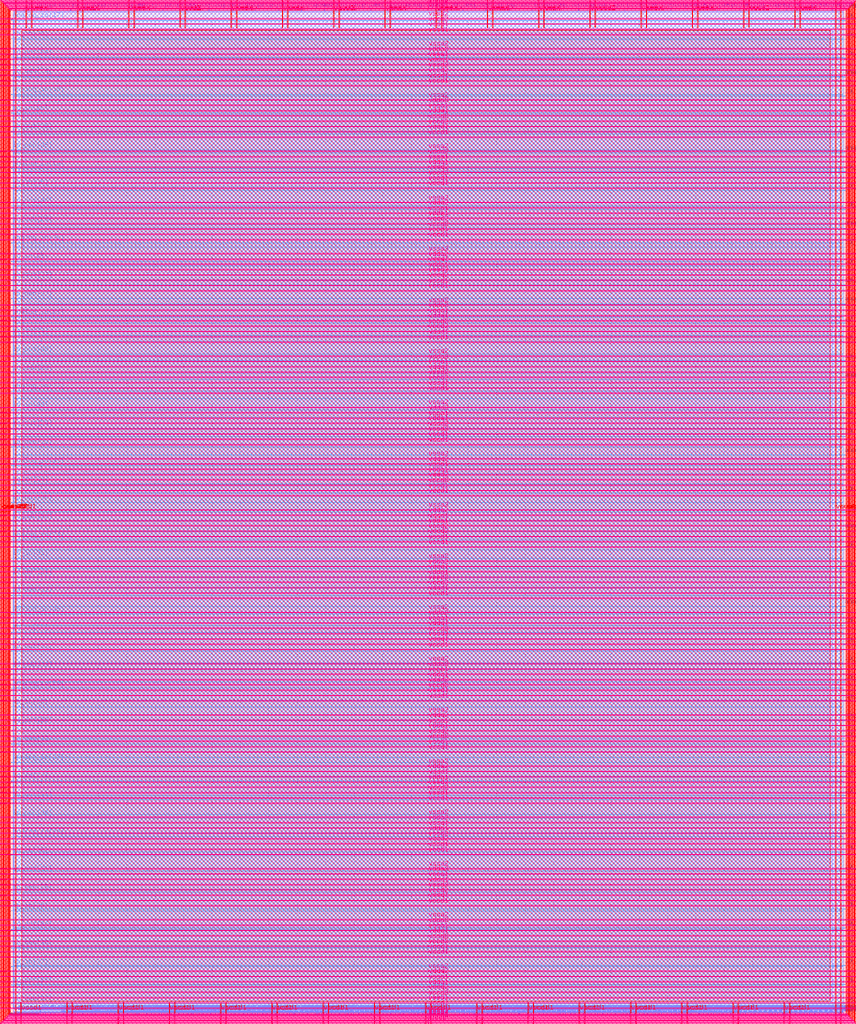
<source format=lef>
VERSION 5.7 ;
  NOWIREEXTENSIONATPIN ON ;
  DIVIDERCHAR "/" ;
  BUSBITCHARS "[]" ;
MACRO user_project_wrapper
  CLASS BLOCK ;
  FOREIGN user_project_wrapper ;
  ORIGIN 0.000 0.000 ;
  SIZE 2920.000 BY 3520.000 ;
  PIN analog_io[0]
    DIRECTION INOUT ;
    USE SIGNAL ;
    PORT
      LAYER met3 ;
        RECT 2917.600 1426.380 2924.800 1427.580 ;
    END
  END analog_io[0]
  PIN analog_io[10]
    DIRECTION INOUT ;
    USE SIGNAL ;
    PORT
      LAYER met2 ;
        RECT 2230.490 3517.600 2231.050 3524.800 ;
    END
  END analog_io[10]
  PIN analog_io[11]
    DIRECTION INOUT ;
    USE SIGNAL ;
    PORT
      LAYER met2 ;
        RECT 1905.730 3517.600 1906.290 3524.800 ;
    END
  END analog_io[11]
  PIN analog_io[12]
    DIRECTION INOUT ;
    USE SIGNAL ;
    PORT
      LAYER met2 ;
        RECT 1581.430 3517.600 1581.990 3524.800 ;
    END
  END analog_io[12]
  PIN analog_io[13]
    DIRECTION INOUT ;
    USE SIGNAL ;
    PORT
      LAYER met2 ;
        RECT 1257.130 3517.600 1257.690 3524.800 ;
    END
  END analog_io[13]
  PIN analog_io[14]
    DIRECTION INOUT ;
    USE SIGNAL ;
    PORT
      LAYER met2 ;
        RECT 932.370 3517.600 932.930 3524.800 ;
    END
  END analog_io[14]
  PIN analog_io[15]
    DIRECTION INOUT ;
    USE SIGNAL ;
    PORT
      LAYER met2 ;
        RECT 608.070 3517.600 608.630 3524.800 ;
    END
  END analog_io[15]
  PIN analog_io[16]
    DIRECTION INOUT ;
    USE SIGNAL ;
    PORT
      LAYER met2 ;
        RECT 283.770 3517.600 284.330 3524.800 ;
    END
  END analog_io[16]
  PIN analog_io[17]
    DIRECTION INOUT ;
    USE SIGNAL ;
    PORT
      LAYER met3 ;
        RECT -4.800 3486.100 2.400 3487.300 ;
    END
  END analog_io[17]
  PIN analog_io[18]
    DIRECTION INOUT ;
    USE SIGNAL ;
    PORT
      LAYER met3 ;
        RECT -4.800 3224.980 2.400 3226.180 ;
    END
  END analog_io[18]
  PIN analog_io[19]
    DIRECTION INOUT ;
    USE SIGNAL ;
    PORT
      LAYER met3 ;
        RECT -4.800 2964.540 2.400 2965.740 ;
    END
  END analog_io[19]
  PIN analog_io[1]
    DIRECTION INOUT ;
    USE SIGNAL ;
    PORT
      LAYER met3 ;
        RECT 2917.600 1692.260 2924.800 1693.460 ;
    END
  END analog_io[1]
  PIN analog_io[20]
    DIRECTION INOUT ;
    USE SIGNAL ;
    PORT
      LAYER met3 ;
        RECT -4.800 2703.420 2.400 2704.620 ;
    END
  END analog_io[20]
  PIN analog_io[21]
    DIRECTION INOUT ;
    USE SIGNAL ;
    PORT
      LAYER met3 ;
        RECT -4.800 2442.980 2.400 2444.180 ;
    END
  END analog_io[21]
  PIN analog_io[22]
    DIRECTION INOUT ;
    USE SIGNAL ;
    PORT
      LAYER met3 ;
        RECT -4.800 2182.540 2.400 2183.740 ;
    END
  END analog_io[22]
  PIN analog_io[23]
    DIRECTION INOUT ;
    USE SIGNAL ;
    PORT
      LAYER met3 ;
        RECT -4.800 1921.420 2.400 1922.620 ;
    END
  END analog_io[23]
  PIN analog_io[24]
    DIRECTION INOUT ;
    USE SIGNAL ;
    PORT
      LAYER met3 ;
        RECT -4.800 1660.980 2.400 1662.180 ;
    END
  END analog_io[24]
  PIN analog_io[25]
    DIRECTION INOUT ;
    USE SIGNAL ;
    PORT
      LAYER met3 ;
        RECT -4.800 1399.860 2.400 1401.060 ;
    END
  END analog_io[25]
  PIN analog_io[26]
    DIRECTION INOUT ;
    USE SIGNAL ;
    PORT
      LAYER met3 ;
        RECT -4.800 1139.420 2.400 1140.620 ;
    END
  END analog_io[26]
  PIN analog_io[27]
    DIRECTION INOUT ;
    USE SIGNAL ;
    PORT
      LAYER met3 ;
        RECT -4.800 878.980 2.400 880.180 ;
    END
  END analog_io[27]
  PIN analog_io[28]
    DIRECTION INOUT ;
    USE SIGNAL ;
    PORT
      LAYER met3 ;
        RECT -4.800 617.860 2.400 619.060 ;
    END
  END analog_io[28]
  PIN analog_io[2]
    DIRECTION INOUT ;
    USE SIGNAL ;
    PORT
      LAYER met3 ;
        RECT 2917.600 1958.140 2924.800 1959.340 ;
    END
  END analog_io[2]
  PIN analog_io[3]
    DIRECTION INOUT ;
    USE SIGNAL ;
    PORT
      LAYER met3 ;
        RECT 2917.600 2223.340 2924.800 2224.540 ;
    END
  END analog_io[3]
  PIN analog_io[4]
    DIRECTION INOUT ;
    USE SIGNAL ;
    PORT
      LAYER met3 ;
        RECT 2917.600 2489.220 2924.800 2490.420 ;
    END
  END analog_io[4]
  PIN analog_io[5]
    DIRECTION INOUT ;
    USE SIGNAL ;
    PORT
      LAYER met3 ;
        RECT 2917.600 2755.100 2924.800 2756.300 ;
    END
  END analog_io[5]
  PIN analog_io[6]
    DIRECTION INOUT ;
    USE SIGNAL ;
    PORT
      LAYER met3 ;
        RECT 2917.600 3020.300 2924.800 3021.500 ;
    END
  END analog_io[6]
  PIN analog_io[7]
    DIRECTION INOUT ;
    USE SIGNAL ;
    PORT
      LAYER met3 ;
        RECT 2917.600 3286.180 2924.800 3287.380 ;
    END
  END analog_io[7]
  PIN analog_io[8]
    DIRECTION INOUT ;
    USE SIGNAL ;
    PORT
      LAYER met2 ;
        RECT 2879.090 3517.600 2879.650 3524.800 ;
    END
  END analog_io[8]
  PIN analog_io[9]
    DIRECTION INOUT ;
    USE SIGNAL ;
    PORT
      LAYER met2 ;
        RECT 2554.790 3517.600 2555.350 3524.800 ;
    END
  END analog_io[9]
  PIN io_in[0]
    DIRECTION INPUT ;
    USE SIGNAL ;
    PORT
      LAYER met3 ;
        RECT 2917.600 32.380 2924.800 33.580 ;
    END
  END io_in[0]
  PIN io_in[10]
    DIRECTION INPUT ;
    USE SIGNAL ;
    PORT
      LAYER met3 ;
        RECT 2917.600 2289.980 2924.800 2291.180 ;
    END
  END io_in[10]
  PIN io_in[11]
    DIRECTION INPUT ;
    USE SIGNAL ;
    PORT
      LAYER met3 ;
        RECT 2917.600 2555.860 2924.800 2557.060 ;
    END
  END io_in[11]
  PIN io_in[12]
    DIRECTION INPUT ;
    USE SIGNAL ;
    PORT
      LAYER met3 ;
        RECT 2917.600 2821.060 2924.800 2822.260 ;
    END
  END io_in[12]
  PIN io_in[13]
    DIRECTION INPUT ;
    USE SIGNAL ;
    PORT
      LAYER met3 ;
        RECT 2917.600 3086.940 2924.800 3088.140 ;
    END
  END io_in[13]
  PIN io_in[14]
    DIRECTION INPUT ;
    USE SIGNAL ;
    PORT
      LAYER met3 ;
        RECT 2917.600 3352.820 2924.800 3354.020 ;
    END
  END io_in[14]
  PIN io_in[15]
    DIRECTION INPUT ;
    USE SIGNAL ;
    PORT
      LAYER met2 ;
        RECT 2798.130 3517.600 2798.690 3524.800 ;
    END
  END io_in[15]
  PIN io_in[16]
    DIRECTION INPUT ;
    USE SIGNAL ;
    PORT
      LAYER met2 ;
        RECT 2473.830 3517.600 2474.390 3524.800 ;
    END
  END io_in[16]
  PIN io_in[17]
    DIRECTION INPUT ;
    USE SIGNAL ;
    PORT
      LAYER met2 ;
        RECT 2149.070 3517.600 2149.630 3524.800 ;
    END
  END io_in[17]
  PIN io_in[18]
    DIRECTION INPUT ;
    USE SIGNAL ;
    PORT
      LAYER met2 ;
        RECT 1824.770 3517.600 1825.330 3524.800 ;
    END
  END io_in[18]
  PIN io_in[19]
    DIRECTION INPUT ;
    USE SIGNAL ;
    PORT
      LAYER met2 ;
        RECT 1500.470 3517.600 1501.030 3524.800 ;
    END
  END io_in[19]
  PIN io_in[1]
    DIRECTION INPUT ;
    USE SIGNAL ;
    PORT
      LAYER met3 ;
        RECT 2917.600 230.940 2924.800 232.140 ;
    END
  END io_in[1]
  PIN io_in[20]
    DIRECTION INPUT ;
    USE SIGNAL ;
    PORT
      LAYER met2 ;
        RECT 1175.710 3517.600 1176.270 3524.800 ;
    END
  END io_in[20]
  PIN io_in[21]
    DIRECTION INPUT ;
    USE SIGNAL ;
    PORT
      LAYER met2 ;
        RECT 851.410 3517.600 851.970 3524.800 ;
    END
  END io_in[21]
  PIN io_in[22]
    DIRECTION INPUT ;
    USE SIGNAL ;
    PORT
      LAYER met2 ;
        RECT 527.110 3517.600 527.670 3524.800 ;
    END
  END io_in[22]
  PIN io_in[23]
    DIRECTION INPUT ;
    USE SIGNAL ;
    PORT
      LAYER met2 ;
        RECT 202.350 3517.600 202.910 3524.800 ;
    END
  END io_in[23]
  PIN io_in[24]
    DIRECTION INPUT ;
    USE SIGNAL ;
    PORT
      LAYER met3 ;
        RECT -4.800 3420.820 2.400 3422.020 ;
    END
  END io_in[24]
  PIN io_in[25]
    DIRECTION INPUT ;
    USE SIGNAL ;
    PORT
      LAYER met3 ;
        RECT -4.800 3159.700 2.400 3160.900 ;
    END
  END io_in[25]
  PIN io_in[26]
    DIRECTION INPUT ;
    USE SIGNAL ;
    PORT
      LAYER met3 ;
        RECT -4.800 2899.260 2.400 2900.460 ;
    END
  END io_in[26]
  PIN io_in[27]
    DIRECTION INPUT ;
    USE SIGNAL ;
    PORT
      LAYER met3 ;
        RECT -4.800 2638.820 2.400 2640.020 ;
    END
  END io_in[27]
  PIN io_in[28]
    DIRECTION INPUT ;
    USE SIGNAL ;
    PORT
      LAYER met3 ;
        RECT -4.800 2377.700 2.400 2378.900 ;
    END
  END io_in[28]
  PIN io_in[29]
    DIRECTION INPUT ;
    USE SIGNAL ;
    PORT
      LAYER met3 ;
        RECT -4.800 2117.260 2.400 2118.460 ;
    END
  END io_in[29]
  PIN io_in[2]
    DIRECTION INPUT ;
    USE SIGNAL ;
    PORT
      LAYER met3 ;
        RECT 2917.600 430.180 2924.800 431.380 ;
    END
  END io_in[2]
  PIN io_in[30]
    DIRECTION INPUT ;
    USE SIGNAL ;
    PORT
      LAYER met3 ;
        RECT -4.800 1856.140 2.400 1857.340 ;
    END
  END io_in[30]
  PIN io_in[31]
    DIRECTION INPUT ;
    USE SIGNAL ;
    PORT
      LAYER met3 ;
        RECT -4.800 1595.700 2.400 1596.900 ;
    END
  END io_in[31]
  PIN io_in[32]
    DIRECTION INPUT ;
    USE SIGNAL ;
    PORT
      LAYER met3 ;
        RECT -4.800 1335.260 2.400 1336.460 ;
    END
  END io_in[32]
  PIN io_in[33]
    DIRECTION INPUT ;
    USE SIGNAL ;
    PORT
      LAYER met3 ;
        RECT -4.800 1074.140 2.400 1075.340 ;
    END
  END io_in[33]
  PIN io_in[34]
    DIRECTION INPUT ;
    USE SIGNAL ;
    PORT
      LAYER met3 ;
        RECT -4.800 813.700 2.400 814.900 ;
    END
  END io_in[34]
  PIN io_in[35]
    DIRECTION INPUT ;
    USE SIGNAL ;
    PORT
      LAYER met3 ;
        RECT -4.800 552.580 2.400 553.780 ;
    END
  END io_in[35]
  PIN io_in[36]
    DIRECTION INPUT ;
    USE SIGNAL ;
    PORT
      LAYER met3 ;
        RECT -4.800 357.420 2.400 358.620 ;
    END
  END io_in[36]
  PIN io_in[37]
    DIRECTION INPUT ;
    USE SIGNAL ;
    PORT
      LAYER met3 ;
        RECT -4.800 161.580 2.400 162.780 ;
    END
  END io_in[37]
  PIN io_in[3]
    DIRECTION INPUT ;
    USE SIGNAL ;
    PORT
      LAYER met3 ;
        RECT 2917.600 629.420 2924.800 630.620 ;
    END
  END io_in[3]
  PIN io_in[4]
    DIRECTION INPUT ;
    USE SIGNAL ;
    PORT
      LAYER met3 ;
        RECT 2917.600 828.660 2924.800 829.860 ;
    END
  END io_in[4]
  PIN io_in[5]
    DIRECTION INPUT ;
    USE SIGNAL ;
    PORT
      LAYER met3 ;
        RECT 2917.600 1027.900 2924.800 1029.100 ;
    END
  END io_in[5]
  PIN io_in[6]
    DIRECTION INPUT ;
    USE SIGNAL ;
    PORT
      LAYER met3 ;
        RECT 2917.600 1227.140 2924.800 1228.340 ;
    END
  END io_in[6]
  PIN io_in[7]
    DIRECTION INPUT ;
    USE SIGNAL ;
    PORT
      LAYER met3 ;
        RECT 2917.600 1493.020 2924.800 1494.220 ;
    END
  END io_in[7]
  PIN io_in[8]
    DIRECTION INPUT ;
    USE SIGNAL ;
    PORT
      LAYER met3 ;
        RECT 2917.600 1758.900 2924.800 1760.100 ;
    END
  END io_in[8]
  PIN io_in[9]
    DIRECTION INPUT ;
    USE SIGNAL ;
    PORT
      LAYER met3 ;
        RECT 2917.600 2024.100 2924.800 2025.300 ;
    END
  END io_in[9]
  PIN io_oeb[0]
    DIRECTION OUTPUT TRISTATE ;
    USE SIGNAL ;
    PORT
      LAYER met3 ;
        RECT 2917.600 164.980 2924.800 166.180 ;
    END
  END io_oeb[0]
  PIN io_oeb[10]
    DIRECTION OUTPUT TRISTATE ;
    USE SIGNAL ;
    PORT
      LAYER met3 ;
        RECT 2917.600 2422.580 2924.800 2423.780 ;
    END
  END io_oeb[10]
  PIN io_oeb[11]
    DIRECTION OUTPUT TRISTATE ;
    USE SIGNAL ;
    PORT
      LAYER met3 ;
        RECT 2917.600 2688.460 2924.800 2689.660 ;
    END
  END io_oeb[11]
  PIN io_oeb[12]
    DIRECTION OUTPUT TRISTATE ;
    USE SIGNAL ;
    PORT
      LAYER met3 ;
        RECT 2917.600 2954.340 2924.800 2955.540 ;
    END
  END io_oeb[12]
  PIN io_oeb[13]
    DIRECTION OUTPUT TRISTATE ;
    USE SIGNAL ;
    PORT
      LAYER met3 ;
        RECT 2917.600 3219.540 2924.800 3220.740 ;
    END
  END io_oeb[13]
  PIN io_oeb[14]
    DIRECTION OUTPUT TRISTATE ;
    USE SIGNAL ;
    PORT
      LAYER met3 ;
        RECT 2917.600 3485.420 2924.800 3486.620 ;
    END
  END io_oeb[14]
  PIN io_oeb[15]
    DIRECTION OUTPUT TRISTATE ;
    USE SIGNAL ;
    PORT
      LAYER met2 ;
        RECT 2635.750 3517.600 2636.310 3524.800 ;
    END
  END io_oeb[15]
  PIN io_oeb[16]
    DIRECTION OUTPUT TRISTATE ;
    USE SIGNAL ;
    PORT
      LAYER met2 ;
        RECT 2311.450 3517.600 2312.010 3524.800 ;
    END
  END io_oeb[16]
  PIN io_oeb[17]
    DIRECTION OUTPUT TRISTATE ;
    USE SIGNAL ;
    PORT
      LAYER met2 ;
        RECT 1987.150 3517.600 1987.710 3524.800 ;
    END
  END io_oeb[17]
  PIN io_oeb[18]
    DIRECTION OUTPUT TRISTATE ;
    USE SIGNAL ;
    PORT
      LAYER met2 ;
        RECT 1662.390 3517.600 1662.950 3524.800 ;
    END
  END io_oeb[18]
  PIN io_oeb[19]
    DIRECTION OUTPUT TRISTATE ;
    USE SIGNAL ;
    PORT
      LAYER met2 ;
        RECT 1338.090 3517.600 1338.650 3524.800 ;
    END
  END io_oeb[19]
  PIN io_oeb[1]
    DIRECTION OUTPUT TRISTATE ;
    USE SIGNAL ;
    PORT
      LAYER met3 ;
        RECT 2917.600 364.220 2924.800 365.420 ;
    END
  END io_oeb[1]
  PIN io_oeb[20]
    DIRECTION OUTPUT TRISTATE ;
    USE SIGNAL ;
    PORT
      LAYER met2 ;
        RECT 1013.790 3517.600 1014.350 3524.800 ;
    END
  END io_oeb[20]
  PIN io_oeb[21]
    DIRECTION OUTPUT TRISTATE ;
    USE SIGNAL ;
    PORT
      LAYER met2 ;
        RECT 689.030 3517.600 689.590 3524.800 ;
    END
  END io_oeb[21]
  PIN io_oeb[22]
    DIRECTION OUTPUT TRISTATE ;
    USE SIGNAL ;
    PORT
      LAYER met2 ;
        RECT 364.730 3517.600 365.290 3524.800 ;
    END
  END io_oeb[22]
  PIN io_oeb[23]
    DIRECTION OUTPUT TRISTATE ;
    USE SIGNAL ;
    PORT
      LAYER met2 ;
        RECT 40.430 3517.600 40.990 3524.800 ;
    END
  END io_oeb[23]
  PIN io_oeb[24]
    DIRECTION OUTPUT TRISTATE ;
    USE SIGNAL ;
    PORT
      LAYER met3 ;
        RECT -4.800 3290.260 2.400 3291.460 ;
    END
  END io_oeb[24]
  PIN io_oeb[25]
    DIRECTION OUTPUT TRISTATE ;
    USE SIGNAL ;
    PORT
      LAYER met3 ;
        RECT -4.800 3029.820 2.400 3031.020 ;
    END
  END io_oeb[25]
  PIN io_oeb[26]
    DIRECTION OUTPUT TRISTATE ;
    USE SIGNAL ;
    PORT
      LAYER met3 ;
        RECT -4.800 2768.700 2.400 2769.900 ;
    END
  END io_oeb[26]
  PIN io_oeb[27]
    DIRECTION OUTPUT TRISTATE ;
    USE SIGNAL ;
    PORT
      LAYER met3 ;
        RECT -4.800 2508.260 2.400 2509.460 ;
    END
  END io_oeb[27]
  PIN io_oeb[28]
    DIRECTION OUTPUT TRISTATE ;
    USE SIGNAL ;
    PORT
      LAYER met3 ;
        RECT -4.800 2247.140 2.400 2248.340 ;
    END
  END io_oeb[28]
  PIN io_oeb[29]
    DIRECTION OUTPUT TRISTATE ;
    USE SIGNAL ;
    PORT
      LAYER met3 ;
        RECT -4.800 1986.700 2.400 1987.900 ;
    END
  END io_oeb[29]
  PIN io_oeb[2]
    DIRECTION OUTPUT TRISTATE ;
    USE SIGNAL ;
    PORT
      LAYER met3 ;
        RECT 2917.600 563.460 2924.800 564.660 ;
    END
  END io_oeb[2]
  PIN io_oeb[30]
    DIRECTION OUTPUT TRISTATE ;
    USE SIGNAL ;
    PORT
      LAYER met3 ;
        RECT -4.800 1726.260 2.400 1727.460 ;
    END
  END io_oeb[30]
  PIN io_oeb[31]
    DIRECTION OUTPUT TRISTATE ;
    USE SIGNAL ;
    PORT
      LAYER met3 ;
        RECT -4.800 1465.140 2.400 1466.340 ;
    END
  END io_oeb[31]
  PIN io_oeb[32]
    DIRECTION OUTPUT TRISTATE ;
    USE SIGNAL ;
    PORT
      LAYER met3 ;
        RECT -4.800 1204.700 2.400 1205.900 ;
    END
  END io_oeb[32]
  PIN io_oeb[33]
    DIRECTION OUTPUT TRISTATE ;
    USE SIGNAL ;
    PORT
      LAYER met3 ;
        RECT -4.800 943.580 2.400 944.780 ;
    END
  END io_oeb[33]
  PIN io_oeb[34]
    DIRECTION OUTPUT TRISTATE ;
    USE SIGNAL ;
    PORT
      LAYER met3 ;
        RECT -4.800 683.140 2.400 684.340 ;
    END
  END io_oeb[34]
  PIN io_oeb[35]
    DIRECTION OUTPUT TRISTATE ;
    USE SIGNAL ;
    PORT
      LAYER met3 ;
        RECT -4.800 422.700 2.400 423.900 ;
    END
  END io_oeb[35]
  PIN io_oeb[36]
    DIRECTION OUTPUT TRISTATE ;
    USE SIGNAL ;
    PORT
      LAYER met3 ;
        RECT -4.800 226.860 2.400 228.060 ;
    END
  END io_oeb[36]
  PIN io_oeb[37]
    DIRECTION OUTPUT TRISTATE ;
    USE SIGNAL ;
    PORT
      LAYER met3 ;
        RECT -4.800 31.700 2.400 32.900 ;
    END
  END io_oeb[37]
  PIN io_oeb[3]
    DIRECTION OUTPUT TRISTATE ;
    USE SIGNAL ;
    PORT
      LAYER met3 ;
        RECT 2917.600 762.700 2924.800 763.900 ;
    END
  END io_oeb[3]
  PIN io_oeb[4]
    DIRECTION OUTPUT TRISTATE ;
    USE SIGNAL ;
    PORT
      LAYER met3 ;
        RECT 2917.600 961.940 2924.800 963.140 ;
    END
  END io_oeb[4]
  PIN io_oeb[5]
    DIRECTION OUTPUT TRISTATE ;
    USE SIGNAL ;
    PORT
      LAYER met3 ;
        RECT 2917.600 1161.180 2924.800 1162.380 ;
    END
  END io_oeb[5]
  PIN io_oeb[6]
    DIRECTION OUTPUT TRISTATE ;
    USE SIGNAL ;
    PORT
      LAYER met3 ;
        RECT 2917.600 1360.420 2924.800 1361.620 ;
    END
  END io_oeb[6]
  PIN io_oeb[7]
    DIRECTION OUTPUT TRISTATE ;
    USE SIGNAL ;
    PORT
      LAYER met3 ;
        RECT 2917.600 1625.620 2924.800 1626.820 ;
    END
  END io_oeb[7]
  PIN io_oeb[8]
    DIRECTION OUTPUT TRISTATE ;
    USE SIGNAL ;
    PORT
      LAYER met3 ;
        RECT 2917.600 1891.500 2924.800 1892.700 ;
    END
  END io_oeb[8]
  PIN io_oeb[9]
    DIRECTION OUTPUT TRISTATE ;
    USE SIGNAL ;
    PORT
      LAYER met3 ;
        RECT 2917.600 2157.380 2924.800 2158.580 ;
    END
  END io_oeb[9]
  PIN io_out[0]
    DIRECTION OUTPUT TRISTATE ;
    USE SIGNAL ;
    PORT
      LAYER met3 ;
        RECT 2917.600 98.340 2924.800 99.540 ;
    END
  END io_out[0]
  PIN io_out[10]
    DIRECTION OUTPUT TRISTATE ;
    USE SIGNAL ;
    PORT
      LAYER met3 ;
        RECT 2917.600 2356.620 2924.800 2357.820 ;
    END
  END io_out[10]
  PIN io_out[11]
    DIRECTION OUTPUT TRISTATE ;
    USE SIGNAL ;
    PORT
      LAYER met3 ;
        RECT 2917.600 2621.820 2924.800 2623.020 ;
    END
  END io_out[11]
  PIN io_out[12]
    DIRECTION OUTPUT TRISTATE ;
    USE SIGNAL ;
    PORT
      LAYER met3 ;
        RECT 2917.600 2887.700 2924.800 2888.900 ;
    END
  END io_out[12]
  PIN io_out[13]
    DIRECTION OUTPUT TRISTATE ;
    USE SIGNAL ;
    PORT
      LAYER met3 ;
        RECT 2917.600 3153.580 2924.800 3154.780 ;
    END
  END io_out[13]
  PIN io_out[14]
    DIRECTION OUTPUT TRISTATE ;
    USE SIGNAL ;
    PORT
      LAYER met3 ;
        RECT 2917.600 3418.780 2924.800 3419.980 ;
    END
  END io_out[14]
  PIN io_out[15]
    DIRECTION OUTPUT TRISTATE ;
    USE SIGNAL ;
    PORT
      LAYER met2 ;
        RECT 2717.170 3517.600 2717.730 3524.800 ;
    END
  END io_out[15]
  PIN io_out[16]
    DIRECTION OUTPUT TRISTATE ;
    USE SIGNAL ;
    PORT
      LAYER met2 ;
        RECT 2392.410 3517.600 2392.970 3524.800 ;
    END
  END io_out[16]
  PIN io_out[17]
    DIRECTION OUTPUT TRISTATE ;
    USE SIGNAL ;
    PORT
      LAYER met2 ;
        RECT 2068.110 3517.600 2068.670 3524.800 ;
    END
  END io_out[17]
  PIN io_out[18]
    DIRECTION OUTPUT TRISTATE ;
    USE SIGNAL ;
    PORT
      LAYER met2 ;
        RECT 1743.810 3517.600 1744.370 3524.800 ;
    END
  END io_out[18]
  PIN io_out[19]
    DIRECTION OUTPUT TRISTATE ;
    USE SIGNAL ;
    PORT
      LAYER met2 ;
        RECT 1419.050 3517.600 1419.610 3524.800 ;
    END
  END io_out[19]
  PIN io_out[1]
    DIRECTION OUTPUT TRISTATE ;
    USE SIGNAL ;
    PORT
      LAYER met3 ;
        RECT 2917.600 297.580 2924.800 298.780 ;
    END
  END io_out[1]
  PIN io_out[20]
    DIRECTION OUTPUT TRISTATE ;
    USE SIGNAL ;
    PORT
      LAYER met2 ;
        RECT 1094.750 3517.600 1095.310 3524.800 ;
    END
  END io_out[20]
  PIN io_out[21]
    DIRECTION OUTPUT TRISTATE ;
    USE SIGNAL ;
    PORT
      LAYER met2 ;
        RECT 770.450 3517.600 771.010 3524.800 ;
    END
  END io_out[21]
  PIN io_out[22]
    DIRECTION OUTPUT TRISTATE ;
    USE SIGNAL ;
    PORT
      LAYER met2 ;
        RECT 445.690 3517.600 446.250 3524.800 ;
    END
  END io_out[22]
  PIN io_out[23]
    DIRECTION OUTPUT TRISTATE ;
    USE SIGNAL ;
    PORT
      LAYER met2 ;
        RECT 121.390 3517.600 121.950 3524.800 ;
    END
  END io_out[23]
  PIN io_out[24]
    DIRECTION OUTPUT TRISTATE ;
    USE SIGNAL ;
    PORT
      LAYER met3 ;
        RECT -4.800 3355.540 2.400 3356.740 ;
    END
  END io_out[24]
  PIN io_out[25]
    DIRECTION OUTPUT TRISTATE ;
    USE SIGNAL ;
    PORT
      LAYER met3 ;
        RECT -4.800 3095.100 2.400 3096.300 ;
    END
  END io_out[25]
  PIN io_out[26]
    DIRECTION OUTPUT TRISTATE ;
    USE SIGNAL ;
    PORT
      LAYER met3 ;
        RECT -4.800 2833.980 2.400 2835.180 ;
    END
  END io_out[26]
  PIN io_out[27]
    DIRECTION OUTPUT TRISTATE ;
    USE SIGNAL ;
    PORT
      LAYER met3 ;
        RECT -4.800 2573.540 2.400 2574.740 ;
    END
  END io_out[27]
  PIN io_out[28]
    DIRECTION OUTPUT TRISTATE ;
    USE SIGNAL ;
    PORT
      LAYER met3 ;
        RECT -4.800 2312.420 2.400 2313.620 ;
    END
  END io_out[28]
  PIN io_out[29]
    DIRECTION OUTPUT TRISTATE ;
    USE SIGNAL ;
    PORT
      LAYER met3 ;
        RECT -4.800 2051.980 2.400 2053.180 ;
    END
  END io_out[29]
  PIN io_out[2]
    DIRECTION OUTPUT TRISTATE ;
    USE SIGNAL ;
    PORT
      LAYER met3 ;
        RECT 2917.600 496.820 2924.800 498.020 ;
    END
  END io_out[2]
  PIN io_out[30]
    DIRECTION OUTPUT TRISTATE ;
    USE SIGNAL ;
    PORT
      LAYER met3 ;
        RECT -4.800 1791.540 2.400 1792.740 ;
    END
  END io_out[30]
  PIN io_out[31]
    DIRECTION OUTPUT TRISTATE ;
    USE SIGNAL ;
    PORT
      LAYER met3 ;
        RECT -4.800 1530.420 2.400 1531.620 ;
    END
  END io_out[31]
  PIN io_out[32]
    DIRECTION OUTPUT TRISTATE ;
    USE SIGNAL ;
    PORT
      LAYER met3 ;
        RECT -4.800 1269.980 2.400 1271.180 ;
    END
  END io_out[32]
  PIN io_out[33]
    DIRECTION OUTPUT TRISTATE ;
    USE SIGNAL ;
    PORT
      LAYER met3 ;
        RECT -4.800 1008.860 2.400 1010.060 ;
    END
  END io_out[33]
  PIN io_out[34]
    DIRECTION OUTPUT TRISTATE ;
    USE SIGNAL ;
    PORT
      LAYER met3 ;
        RECT -4.800 748.420 2.400 749.620 ;
    END
  END io_out[34]
  PIN io_out[35]
    DIRECTION OUTPUT TRISTATE ;
    USE SIGNAL ;
    PORT
      LAYER met3 ;
        RECT -4.800 487.300 2.400 488.500 ;
    END
  END io_out[35]
  PIN io_out[36]
    DIRECTION OUTPUT TRISTATE ;
    USE SIGNAL ;
    PORT
      LAYER met3 ;
        RECT -4.800 292.140 2.400 293.340 ;
    END
  END io_out[36]
  PIN io_out[37]
    DIRECTION OUTPUT TRISTATE ;
    USE SIGNAL ;
    PORT
      LAYER met3 ;
        RECT -4.800 96.300 2.400 97.500 ;
    END
  END io_out[37]
  PIN io_out[3]
    DIRECTION OUTPUT TRISTATE ;
    USE SIGNAL ;
    PORT
      LAYER met3 ;
        RECT 2917.600 696.060 2924.800 697.260 ;
    END
  END io_out[3]
  PIN io_out[4]
    DIRECTION OUTPUT TRISTATE ;
    USE SIGNAL ;
    PORT
      LAYER met3 ;
        RECT 2917.600 895.300 2924.800 896.500 ;
    END
  END io_out[4]
  PIN io_out[5]
    DIRECTION OUTPUT TRISTATE ;
    USE SIGNAL ;
    PORT
      LAYER met3 ;
        RECT 2917.600 1094.540 2924.800 1095.740 ;
    END
  END io_out[5]
  PIN io_out[6]
    DIRECTION OUTPUT TRISTATE ;
    USE SIGNAL ;
    PORT
      LAYER met3 ;
        RECT 2917.600 1293.780 2924.800 1294.980 ;
    END
  END io_out[6]
  PIN io_out[7]
    DIRECTION OUTPUT TRISTATE ;
    USE SIGNAL ;
    PORT
      LAYER met3 ;
        RECT 2917.600 1559.660 2924.800 1560.860 ;
    END
  END io_out[7]
  PIN io_out[8]
    DIRECTION OUTPUT TRISTATE ;
    USE SIGNAL ;
    PORT
      LAYER met3 ;
        RECT 2917.600 1824.860 2924.800 1826.060 ;
    END
  END io_out[8]
  PIN io_out[9]
    DIRECTION OUTPUT TRISTATE ;
    USE SIGNAL ;
    PORT
      LAYER met3 ;
        RECT 2917.600 2090.740 2924.800 2091.940 ;
    END
  END io_out[9]
  PIN la_data_in[0]
    DIRECTION INPUT ;
    USE SIGNAL ;
    PORT
      LAYER met2 ;
        RECT 629.230 -4.800 629.790 2.400 ;
    END
  END la_data_in[0]
  PIN la_data_in[100]
    DIRECTION INPUT ;
    USE SIGNAL ;
    PORT
      LAYER met2 ;
        RECT 2402.530 -4.800 2403.090 2.400 ;
    END
  END la_data_in[100]
  PIN la_data_in[101]
    DIRECTION INPUT ;
    USE SIGNAL ;
    PORT
      LAYER met2 ;
        RECT 2420.010 -4.800 2420.570 2.400 ;
    END
  END la_data_in[101]
  PIN la_data_in[102]
    DIRECTION INPUT ;
    USE SIGNAL ;
    PORT
      LAYER met2 ;
        RECT 2437.950 -4.800 2438.510 2.400 ;
    END
  END la_data_in[102]
  PIN la_data_in[103]
    DIRECTION INPUT ;
    USE SIGNAL ;
    PORT
      LAYER met2 ;
        RECT 2455.430 -4.800 2455.990 2.400 ;
    END
  END la_data_in[103]
  PIN la_data_in[104]
    DIRECTION INPUT ;
    USE SIGNAL ;
    PORT
      LAYER met2 ;
        RECT 2473.370 -4.800 2473.930 2.400 ;
    END
  END la_data_in[104]
  PIN la_data_in[105]
    DIRECTION INPUT ;
    USE SIGNAL ;
    PORT
      LAYER met2 ;
        RECT 2490.850 -4.800 2491.410 2.400 ;
    END
  END la_data_in[105]
  PIN la_data_in[106]
    DIRECTION INPUT ;
    USE SIGNAL ;
    PORT
      LAYER met2 ;
        RECT 2508.790 -4.800 2509.350 2.400 ;
    END
  END la_data_in[106]
  PIN la_data_in[107]
    DIRECTION INPUT ;
    USE SIGNAL ;
    PORT
      LAYER met2 ;
        RECT 2526.730 -4.800 2527.290 2.400 ;
    END
  END la_data_in[107]
  PIN la_data_in[108]
    DIRECTION INPUT ;
    USE SIGNAL ;
    PORT
      LAYER met2 ;
        RECT 2544.210 -4.800 2544.770 2.400 ;
    END
  END la_data_in[108]
  PIN la_data_in[109]
    DIRECTION INPUT ;
    USE SIGNAL ;
    PORT
      LAYER met2 ;
        RECT 2562.150 -4.800 2562.710 2.400 ;
    END
  END la_data_in[109]
  PIN la_data_in[10]
    DIRECTION INPUT ;
    USE SIGNAL ;
    PORT
      LAYER met2 ;
        RECT 806.330 -4.800 806.890 2.400 ;
    END
  END la_data_in[10]
  PIN la_data_in[110]
    DIRECTION INPUT ;
    USE SIGNAL ;
    PORT
      LAYER met2 ;
        RECT 2579.630 -4.800 2580.190 2.400 ;
    END
  END la_data_in[110]
  PIN la_data_in[111]
    DIRECTION INPUT ;
    USE SIGNAL ;
    PORT
      LAYER met2 ;
        RECT 2597.570 -4.800 2598.130 2.400 ;
    END
  END la_data_in[111]
  PIN la_data_in[112]
    DIRECTION INPUT ;
    USE SIGNAL ;
    PORT
      LAYER met2 ;
        RECT 2615.050 -4.800 2615.610 2.400 ;
    END
  END la_data_in[112]
  PIN la_data_in[113]
    DIRECTION INPUT ;
    USE SIGNAL ;
    PORT
      LAYER met2 ;
        RECT 2632.990 -4.800 2633.550 2.400 ;
    END
  END la_data_in[113]
  PIN la_data_in[114]
    DIRECTION INPUT ;
    USE SIGNAL ;
    PORT
      LAYER met2 ;
        RECT 2650.470 -4.800 2651.030 2.400 ;
    END
  END la_data_in[114]
  PIN la_data_in[115]
    DIRECTION INPUT ;
    USE SIGNAL ;
    PORT
      LAYER met2 ;
        RECT 2668.410 -4.800 2668.970 2.400 ;
    END
  END la_data_in[115]
  PIN la_data_in[116]
    DIRECTION INPUT ;
    USE SIGNAL ;
    PORT
      LAYER met2 ;
        RECT 2685.890 -4.800 2686.450 2.400 ;
    END
  END la_data_in[116]
  PIN la_data_in[117]
    DIRECTION INPUT ;
    USE SIGNAL ;
    PORT
      LAYER met2 ;
        RECT 2703.830 -4.800 2704.390 2.400 ;
    END
  END la_data_in[117]
  PIN la_data_in[118]
    DIRECTION INPUT ;
    USE SIGNAL ;
    PORT
      LAYER met2 ;
        RECT 2721.770 -4.800 2722.330 2.400 ;
    END
  END la_data_in[118]
  PIN la_data_in[119]
    DIRECTION INPUT ;
    USE SIGNAL ;
    PORT
      LAYER met2 ;
        RECT 2739.250 -4.800 2739.810 2.400 ;
    END
  END la_data_in[119]
  PIN la_data_in[11]
    DIRECTION INPUT ;
    USE SIGNAL ;
    PORT
      LAYER met2 ;
        RECT 824.270 -4.800 824.830 2.400 ;
    END
  END la_data_in[11]
  PIN la_data_in[120]
    DIRECTION INPUT ;
    USE SIGNAL ;
    PORT
      LAYER met2 ;
        RECT 2757.190 -4.800 2757.750 2.400 ;
    END
  END la_data_in[120]
  PIN la_data_in[121]
    DIRECTION INPUT ;
    USE SIGNAL ;
    PORT
      LAYER met2 ;
        RECT 2774.670 -4.800 2775.230 2.400 ;
    END
  END la_data_in[121]
  PIN la_data_in[122]
    DIRECTION INPUT ;
    USE SIGNAL ;
    PORT
      LAYER met2 ;
        RECT 2792.610 -4.800 2793.170 2.400 ;
    END
  END la_data_in[122]
  PIN la_data_in[123]
    DIRECTION INPUT ;
    USE SIGNAL ;
    PORT
      LAYER met2 ;
        RECT 2810.090 -4.800 2810.650 2.400 ;
    END
  END la_data_in[123]
  PIN la_data_in[124]
    DIRECTION INPUT ;
    USE SIGNAL ;
    PORT
      LAYER met2 ;
        RECT 2828.030 -4.800 2828.590 2.400 ;
    END
  END la_data_in[124]
  PIN la_data_in[125]
    DIRECTION INPUT ;
    USE SIGNAL ;
    PORT
      LAYER met2 ;
        RECT 2845.510 -4.800 2846.070 2.400 ;
    END
  END la_data_in[125]
  PIN la_data_in[126]
    DIRECTION INPUT ;
    USE SIGNAL ;
    PORT
      LAYER met2 ;
        RECT 2863.450 -4.800 2864.010 2.400 ;
    END
  END la_data_in[126]
  PIN la_data_in[127]
    DIRECTION INPUT ;
    USE SIGNAL ;
    PORT
      LAYER met2 ;
        RECT 2881.390 -4.800 2881.950 2.400 ;
    END
  END la_data_in[127]
  PIN la_data_in[12]
    DIRECTION INPUT ;
    USE SIGNAL ;
    PORT
      LAYER met2 ;
        RECT 841.750 -4.800 842.310 2.400 ;
    END
  END la_data_in[12]
  PIN la_data_in[13]
    DIRECTION INPUT ;
    USE SIGNAL ;
    PORT
      LAYER met2 ;
        RECT 859.690 -4.800 860.250 2.400 ;
    END
  END la_data_in[13]
  PIN la_data_in[14]
    DIRECTION INPUT ;
    USE SIGNAL ;
    PORT
      LAYER met2 ;
        RECT 877.170 -4.800 877.730 2.400 ;
    END
  END la_data_in[14]
  PIN la_data_in[15]
    DIRECTION INPUT ;
    USE SIGNAL ;
    PORT
      LAYER met2 ;
        RECT 895.110 -4.800 895.670 2.400 ;
    END
  END la_data_in[15]
  PIN la_data_in[16]
    DIRECTION INPUT ;
    USE SIGNAL ;
    PORT
      LAYER met2 ;
        RECT 912.590 -4.800 913.150 2.400 ;
    END
  END la_data_in[16]
  PIN la_data_in[17]
    DIRECTION INPUT ;
    USE SIGNAL ;
    PORT
      LAYER met2 ;
        RECT 930.530 -4.800 931.090 2.400 ;
    END
  END la_data_in[17]
  PIN la_data_in[18]
    DIRECTION INPUT ;
    USE SIGNAL ;
    PORT
      LAYER met2 ;
        RECT 948.470 -4.800 949.030 2.400 ;
    END
  END la_data_in[18]
  PIN la_data_in[19]
    DIRECTION INPUT ;
    USE SIGNAL ;
    PORT
      LAYER met2 ;
        RECT 965.950 -4.800 966.510 2.400 ;
    END
  END la_data_in[19]
  PIN la_data_in[1]
    DIRECTION INPUT ;
    USE SIGNAL ;
    PORT
      LAYER met2 ;
        RECT 646.710 -4.800 647.270 2.400 ;
    END
  END la_data_in[1]
  PIN la_data_in[20]
    DIRECTION INPUT ;
    USE SIGNAL ;
    PORT
      LAYER met2 ;
        RECT 983.890 -4.800 984.450 2.400 ;
    END
  END la_data_in[20]
  PIN la_data_in[21]
    DIRECTION INPUT ;
    USE SIGNAL ;
    PORT
      LAYER met2 ;
        RECT 1001.370 -4.800 1001.930 2.400 ;
    END
  END la_data_in[21]
  PIN la_data_in[22]
    DIRECTION INPUT ;
    USE SIGNAL ;
    PORT
      LAYER met2 ;
        RECT 1019.310 -4.800 1019.870 2.400 ;
    END
  END la_data_in[22]
  PIN la_data_in[23]
    DIRECTION INPUT ;
    USE SIGNAL ;
    PORT
      LAYER met2 ;
        RECT 1036.790 -4.800 1037.350 2.400 ;
    END
  END la_data_in[23]
  PIN la_data_in[24]
    DIRECTION INPUT ;
    USE SIGNAL ;
    PORT
      LAYER met2 ;
        RECT 1054.730 -4.800 1055.290 2.400 ;
    END
  END la_data_in[24]
  PIN la_data_in[25]
    DIRECTION INPUT ;
    USE SIGNAL ;
    PORT
      LAYER met2 ;
        RECT 1072.210 -4.800 1072.770 2.400 ;
    END
  END la_data_in[25]
  PIN la_data_in[26]
    DIRECTION INPUT ;
    USE SIGNAL ;
    PORT
      LAYER met2 ;
        RECT 1090.150 -4.800 1090.710 2.400 ;
    END
  END la_data_in[26]
  PIN la_data_in[27]
    DIRECTION INPUT ;
    USE SIGNAL ;
    PORT
      LAYER met2 ;
        RECT 1107.630 -4.800 1108.190 2.400 ;
    END
  END la_data_in[27]
  PIN la_data_in[28]
    DIRECTION INPUT ;
    USE SIGNAL ;
    PORT
      LAYER met2 ;
        RECT 1125.570 -4.800 1126.130 2.400 ;
    END
  END la_data_in[28]
  PIN la_data_in[29]
    DIRECTION INPUT ;
    USE SIGNAL ;
    PORT
      LAYER met2 ;
        RECT 1143.510 -4.800 1144.070 2.400 ;
    END
  END la_data_in[29]
  PIN la_data_in[2]
    DIRECTION INPUT ;
    USE SIGNAL ;
    PORT
      LAYER met2 ;
        RECT 664.650 -4.800 665.210 2.400 ;
    END
  END la_data_in[2]
  PIN la_data_in[30]
    DIRECTION INPUT ;
    USE SIGNAL ;
    PORT
      LAYER met2 ;
        RECT 1160.990 -4.800 1161.550 2.400 ;
    END
  END la_data_in[30]
  PIN la_data_in[31]
    DIRECTION INPUT ;
    USE SIGNAL ;
    PORT
      LAYER met2 ;
        RECT 1178.930 -4.800 1179.490 2.400 ;
    END
  END la_data_in[31]
  PIN la_data_in[32]
    DIRECTION INPUT ;
    USE SIGNAL ;
    PORT
      LAYER met2 ;
        RECT 1196.410 -4.800 1196.970 2.400 ;
    END
  END la_data_in[32]
  PIN la_data_in[33]
    DIRECTION INPUT ;
    USE SIGNAL ;
    PORT
      LAYER met2 ;
        RECT 1214.350 -4.800 1214.910 2.400 ;
    END
  END la_data_in[33]
  PIN la_data_in[34]
    DIRECTION INPUT ;
    USE SIGNAL ;
    PORT
      LAYER met2 ;
        RECT 1231.830 -4.800 1232.390 2.400 ;
    END
  END la_data_in[34]
  PIN la_data_in[35]
    DIRECTION INPUT ;
    USE SIGNAL ;
    PORT
      LAYER met2 ;
        RECT 1249.770 -4.800 1250.330 2.400 ;
    END
  END la_data_in[35]
  PIN la_data_in[36]
    DIRECTION INPUT ;
    USE SIGNAL ;
    PORT
      LAYER met2 ;
        RECT 1267.250 -4.800 1267.810 2.400 ;
    END
  END la_data_in[36]
  PIN la_data_in[37]
    DIRECTION INPUT ;
    USE SIGNAL ;
    PORT
      LAYER met2 ;
        RECT 1285.190 -4.800 1285.750 2.400 ;
    END
  END la_data_in[37]
  PIN la_data_in[38]
    DIRECTION INPUT ;
    USE SIGNAL ;
    PORT
      LAYER met2 ;
        RECT 1303.130 -4.800 1303.690 2.400 ;
    END
  END la_data_in[38]
  PIN la_data_in[39]
    DIRECTION INPUT ;
    USE SIGNAL ;
    PORT
      LAYER met2 ;
        RECT 1320.610 -4.800 1321.170 2.400 ;
    END
  END la_data_in[39]
  PIN la_data_in[3]
    DIRECTION INPUT ;
    USE SIGNAL ;
    PORT
      LAYER met2 ;
        RECT 682.130 -4.800 682.690 2.400 ;
    END
  END la_data_in[3]
  PIN la_data_in[40]
    DIRECTION INPUT ;
    USE SIGNAL ;
    PORT
      LAYER met2 ;
        RECT 1338.550 -4.800 1339.110 2.400 ;
    END
  END la_data_in[40]
  PIN la_data_in[41]
    DIRECTION INPUT ;
    USE SIGNAL ;
    PORT
      LAYER met2 ;
        RECT 1356.030 -4.800 1356.590 2.400 ;
    END
  END la_data_in[41]
  PIN la_data_in[42]
    DIRECTION INPUT ;
    USE SIGNAL ;
    PORT
      LAYER met2 ;
        RECT 1373.970 -4.800 1374.530 2.400 ;
    END
  END la_data_in[42]
  PIN la_data_in[43]
    DIRECTION INPUT ;
    USE SIGNAL ;
    PORT
      LAYER met2 ;
        RECT 1391.450 -4.800 1392.010 2.400 ;
    END
  END la_data_in[43]
  PIN la_data_in[44]
    DIRECTION INPUT ;
    USE SIGNAL ;
    PORT
      LAYER met2 ;
        RECT 1409.390 -4.800 1409.950 2.400 ;
    END
  END la_data_in[44]
  PIN la_data_in[45]
    DIRECTION INPUT ;
    USE SIGNAL ;
    PORT
      LAYER met2 ;
        RECT 1426.870 -4.800 1427.430 2.400 ;
    END
  END la_data_in[45]
  PIN la_data_in[46]
    DIRECTION INPUT ;
    USE SIGNAL ;
    PORT
      LAYER met2 ;
        RECT 1444.810 -4.800 1445.370 2.400 ;
    END
  END la_data_in[46]
  PIN la_data_in[47]
    DIRECTION INPUT ;
    USE SIGNAL ;
    PORT
      LAYER met2 ;
        RECT 1462.750 -4.800 1463.310 2.400 ;
    END
  END la_data_in[47]
  PIN la_data_in[48]
    DIRECTION INPUT ;
    USE SIGNAL ;
    PORT
      LAYER met2 ;
        RECT 1480.230 -4.800 1480.790 2.400 ;
    END
  END la_data_in[48]
  PIN la_data_in[49]
    DIRECTION INPUT ;
    USE SIGNAL ;
    PORT
      LAYER met2 ;
        RECT 1498.170 -4.800 1498.730 2.400 ;
    END
  END la_data_in[49]
  PIN la_data_in[4]
    DIRECTION INPUT ;
    USE SIGNAL ;
    PORT
      LAYER met2 ;
        RECT 700.070 -4.800 700.630 2.400 ;
    END
  END la_data_in[4]
  PIN la_data_in[50]
    DIRECTION INPUT ;
    USE SIGNAL ;
    PORT
      LAYER met2 ;
        RECT 1515.650 -4.800 1516.210 2.400 ;
    END
  END la_data_in[50]
  PIN la_data_in[51]
    DIRECTION INPUT ;
    USE SIGNAL ;
    PORT
      LAYER met2 ;
        RECT 1533.590 -4.800 1534.150 2.400 ;
    END
  END la_data_in[51]
  PIN la_data_in[52]
    DIRECTION INPUT ;
    USE SIGNAL ;
    PORT
      LAYER met2 ;
        RECT 1551.070 -4.800 1551.630 2.400 ;
    END
  END la_data_in[52]
  PIN la_data_in[53]
    DIRECTION INPUT ;
    USE SIGNAL ;
    PORT
      LAYER met2 ;
        RECT 1569.010 -4.800 1569.570 2.400 ;
    END
  END la_data_in[53]
  PIN la_data_in[54]
    DIRECTION INPUT ;
    USE SIGNAL ;
    PORT
      LAYER met2 ;
        RECT 1586.490 -4.800 1587.050 2.400 ;
    END
  END la_data_in[54]
  PIN la_data_in[55]
    DIRECTION INPUT ;
    USE SIGNAL ;
    PORT
      LAYER met2 ;
        RECT 1604.430 -4.800 1604.990 2.400 ;
    END
  END la_data_in[55]
  PIN la_data_in[56]
    DIRECTION INPUT ;
    USE SIGNAL ;
    PORT
      LAYER met2 ;
        RECT 1621.910 -4.800 1622.470 2.400 ;
    END
  END la_data_in[56]
  PIN la_data_in[57]
    DIRECTION INPUT ;
    USE SIGNAL ;
    PORT
      LAYER met2 ;
        RECT 1639.850 -4.800 1640.410 2.400 ;
    END
  END la_data_in[57]
  PIN la_data_in[58]
    DIRECTION INPUT ;
    USE SIGNAL ;
    PORT
      LAYER met2 ;
        RECT 1657.790 -4.800 1658.350 2.400 ;
    END
  END la_data_in[58]
  PIN la_data_in[59]
    DIRECTION INPUT ;
    USE SIGNAL ;
    PORT
      LAYER met2 ;
        RECT 1675.270 -4.800 1675.830 2.400 ;
    END
  END la_data_in[59]
  PIN la_data_in[5]
    DIRECTION INPUT ;
    USE SIGNAL ;
    PORT
      LAYER met2 ;
        RECT 717.550 -4.800 718.110 2.400 ;
    END
  END la_data_in[5]
  PIN la_data_in[60]
    DIRECTION INPUT ;
    USE SIGNAL ;
    PORT
      LAYER met2 ;
        RECT 1693.210 -4.800 1693.770 2.400 ;
    END
  END la_data_in[60]
  PIN la_data_in[61]
    DIRECTION INPUT ;
    USE SIGNAL ;
    PORT
      LAYER met2 ;
        RECT 1710.690 -4.800 1711.250 2.400 ;
    END
  END la_data_in[61]
  PIN la_data_in[62]
    DIRECTION INPUT ;
    USE SIGNAL ;
    PORT
      LAYER met2 ;
        RECT 1728.630 -4.800 1729.190 2.400 ;
    END
  END la_data_in[62]
  PIN la_data_in[63]
    DIRECTION INPUT ;
    USE SIGNAL ;
    PORT
      LAYER met2 ;
        RECT 1746.110 -4.800 1746.670 2.400 ;
    END
  END la_data_in[63]
  PIN la_data_in[64]
    DIRECTION INPUT ;
    USE SIGNAL ;
    PORT
      LAYER met2 ;
        RECT 1764.050 -4.800 1764.610 2.400 ;
    END
  END la_data_in[64]
  PIN la_data_in[65]
    DIRECTION INPUT ;
    USE SIGNAL ;
    PORT
      LAYER met2 ;
        RECT 1781.530 -4.800 1782.090 2.400 ;
    END
  END la_data_in[65]
  PIN la_data_in[66]
    DIRECTION INPUT ;
    USE SIGNAL ;
    PORT
      LAYER met2 ;
        RECT 1799.470 -4.800 1800.030 2.400 ;
    END
  END la_data_in[66]
  PIN la_data_in[67]
    DIRECTION INPUT ;
    USE SIGNAL ;
    PORT
      LAYER met2 ;
        RECT 1817.410 -4.800 1817.970 2.400 ;
    END
  END la_data_in[67]
  PIN la_data_in[68]
    DIRECTION INPUT ;
    USE SIGNAL ;
    PORT
      LAYER met2 ;
        RECT 1834.890 -4.800 1835.450 2.400 ;
    END
  END la_data_in[68]
  PIN la_data_in[69]
    DIRECTION INPUT ;
    USE SIGNAL ;
    PORT
      LAYER met2 ;
        RECT 1852.830 -4.800 1853.390 2.400 ;
    END
  END la_data_in[69]
  PIN la_data_in[6]
    DIRECTION INPUT ;
    USE SIGNAL ;
    PORT
      LAYER met2 ;
        RECT 735.490 -4.800 736.050 2.400 ;
    END
  END la_data_in[6]
  PIN la_data_in[70]
    DIRECTION INPUT ;
    USE SIGNAL ;
    PORT
      LAYER met2 ;
        RECT 1870.310 -4.800 1870.870 2.400 ;
    END
  END la_data_in[70]
  PIN la_data_in[71]
    DIRECTION INPUT ;
    USE SIGNAL ;
    PORT
      LAYER met2 ;
        RECT 1888.250 -4.800 1888.810 2.400 ;
    END
  END la_data_in[71]
  PIN la_data_in[72]
    DIRECTION INPUT ;
    USE SIGNAL ;
    PORT
      LAYER met2 ;
        RECT 1905.730 -4.800 1906.290 2.400 ;
    END
  END la_data_in[72]
  PIN la_data_in[73]
    DIRECTION INPUT ;
    USE SIGNAL ;
    PORT
      LAYER met2 ;
        RECT 1923.670 -4.800 1924.230 2.400 ;
    END
  END la_data_in[73]
  PIN la_data_in[74]
    DIRECTION INPUT ;
    USE SIGNAL ;
    PORT
      LAYER met2 ;
        RECT 1941.150 -4.800 1941.710 2.400 ;
    END
  END la_data_in[74]
  PIN la_data_in[75]
    DIRECTION INPUT ;
    USE SIGNAL ;
    PORT
      LAYER met2 ;
        RECT 1959.090 -4.800 1959.650 2.400 ;
    END
  END la_data_in[75]
  PIN la_data_in[76]
    DIRECTION INPUT ;
    USE SIGNAL ;
    PORT
      LAYER met2 ;
        RECT 1976.570 -4.800 1977.130 2.400 ;
    END
  END la_data_in[76]
  PIN la_data_in[77]
    DIRECTION INPUT ;
    USE SIGNAL ;
    PORT
      LAYER met2 ;
        RECT 1994.510 -4.800 1995.070 2.400 ;
    END
  END la_data_in[77]
  PIN la_data_in[78]
    DIRECTION INPUT ;
    USE SIGNAL ;
    PORT
      LAYER met2 ;
        RECT 2012.450 -4.800 2013.010 2.400 ;
    END
  END la_data_in[78]
  PIN la_data_in[79]
    DIRECTION INPUT ;
    USE SIGNAL ;
    PORT
      LAYER met2 ;
        RECT 2029.930 -4.800 2030.490 2.400 ;
    END
  END la_data_in[79]
  PIN la_data_in[7]
    DIRECTION INPUT ;
    USE SIGNAL ;
    PORT
      LAYER met2 ;
        RECT 752.970 -4.800 753.530 2.400 ;
    END
  END la_data_in[7]
  PIN la_data_in[80]
    DIRECTION INPUT ;
    USE SIGNAL ;
    PORT
      LAYER met2 ;
        RECT 2047.870 -4.800 2048.430 2.400 ;
    END
  END la_data_in[80]
  PIN la_data_in[81]
    DIRECTION INPUT ;
    USE SIGNAL ;
    PORT
      LAYER met2 ;
        RECT 2065.350 -4.800 2065.910 2.400 ;
    END
  END la_data_in[81]
  PIN la_data_in[82]
    DIRECTION INPUT ;
    USE SIGNAL ;
    PORT
      LAYER met2 ;
        RECT 2083.290 -4.800 2083.850 2.400 ;
    END
  END la_data_in[82]
  PIN la_data_in[83]
    DIRECTION INPUT ;
    USE SIGNAL ;
    PORT
      LAYER met2 ;
        RECT 2100.770 -4.800 2101.330 2.400 ;
    END
  END la_data_in[83]
  PIN la_data_in[84]
    DIRECTION INPUT ;
    USE SIGNAL ;
    PORT
      LAYER met2 ;
        RECT 2118.710 -4.800 2119.270 2.400 ;
    END
  END la_data_in[84]
  PIN la_data_in[85]
    DIRECTION INPUT ;
    USE SIGNAL ;
    PORT
      LAYER met2 ;
        RECT 2136.190 -4.800 2136.750 2.400 ;
    END
  END la_data_in[85]
  PIN la_data_in[86]
    DIRECTION INPUT ;
    USE SIGNAL ;
    PORT
      LAYER met2 ;
        RECT 2154.130 -4.800 2154.690 2.400 ;
    END
  END la_data_in[86]
  PIN la_data_in[87]
    DIRECTION INPUT ;
    USE SIGNAL ;
    PORT
      LAYER met2 ;
        RECT 2172.070 -4.800 2172.630 2.400 ;
    END
  END la_data_in[87]
  PIN la_data_in[88]
    DIRECTION INPUT ;
    USE SIGNAL ;
    PORT
      LAYER met2 ;
        RECT 2189.550 -4.800 2190.110 2.400 ;
    END
  END la_data_in[88]
  PIN la_data_in[89]
    DIRECTION INPUT ;
    USE SIGNAL ;
    PORT
      LAYER met2 ;
        RECT 2207.490 -4.800 2208.050 2.400 ;
    END
  END la_data_in[89]
  PIN la_data_in[8]
    DIRECTION INPUT ;
    USE SIGNAL ;
    PORT
      LAYER met2 ;
        RECT 770.910 -4.800 771.470 2.400 ;
    END
  END la_data_in[8]
  PIN la_data_in[90]
    DIRECTION INPUT ;
    USE SIGNAL ;
    PORT
      LAYER met2 ;
        RECT 2224.970 -4.800 2225.530 2.400 ;
    END
  END la_data_in[90]
  PIN la_data_in[91]
    DIRECTION INPUT ;
    USE SIGNAL ;
    PORT
      LAYER met2 ;
        RECT 2242.910 -4.800 2243.470 2.400 ;
    END
  END la_data_in[91]
  PIN la_data_in[92]
    DIRECTION INPUT ;
    USE SIGNAL ;
    PORT
      LAYER met2 ;
        RECT 2260.390 -4.800 2260.950 2.400 ;
    END
  END la_data_in[92]
  PIN la_data_in[93]
    DIRECTION INPUT ;
    USE SIGNAL ;
    PORT
      LAYER met2 ;
        RECT 2278.330 -4.800 2278.890 2.400 ;
    END
  END la_data_in[93]
  PIN la_data_in[94]
    DIRECTION INPUT ;
    USE SIGNAL ;
    PORT
      LAYER met2 ;
        RECT 2295.810 -4.800 2296.370 2.400 ;
    END
  END la_data_in[94]
  PIN la_data_in[95]
    DIRECTION INPUT ;
    USE SIGNAL ;
    PORT
      LAYER met2 ;
        RECT 2313.750 -4.800 2314.310 2.400 ;
    END
  END la_data_in[95]
  PIN la_data_in[96]
    DIRECTION INPUT ;
    USE SIGNAL ;
    PORT
      LAYER met2 ;
        RECT 2331.230 -4.800 2331.790 2.400 ;
    END
  END la_data_in[96]
  PIN la_data_in[97]
    DIRECTION INPUT ;
    USE SIGNAL ;
    PORT
      LAYER met2 ;
        RECT 2349.170 -4.800 2349.730 2.400 ;
    END
  END la_data_in[97]
  PIN la_data_in[98]
    DIRECTION INPUT ;
    USE SIGNAL ;
    PORT
      LAYER met2 ;
        RECT 2367.110 -4.800 2367.670 2.400 ;
    END
  END la_data_in[98]
  PIN la_data_in[99]
    DIRECTION INPUT ;
    USE SIGNAL ;
    PORT
      LAYER met2 ;
        RECT 2384.590 -4.800 2385.150 2.400 ;
    END
  END la_data_in[99]
  PIN la_data_in[9]
    DIRECTION INPUT ;
    USE SIGNAL ;
    PORT
      LAYER met2 ;
        RECT 788.850 -4.800 789.410 2.400 ;
    END
  END la_data_in[9]
  PIN la_data_out[0]
    DIRECTION OUTPUT TRISTATE ;
    USE SIGNAL ;
    PORT
      LAYER met2 ;
        RECT 634.750 -4.800 635.310 2.400 ;
    END
  END la_data_out[0]
  PIN la_data_out[100]
    DIRECTION OUTPUT TRISTATE ;
    USE SIGNAL ;
    PORT
      LAYER met2 ;
        RECT 2408.510 -4.800 2409.070 2.400 ;
    END
  END la_data_out[100]
  PIN la_data_out[101]
    DIRECTION OUTPUT TRISTATE ;
    USE SIGNAL ;
    PORT
      LAYER met2 ;
        RECT 2425.990 -4.800 2426.550 2.400 ;
    END
  END la_data_out[101]
  PIN la_data_out[102]
    DIRECTION OUTPUT TRISTATE ;
    USE SIGNAL ;
    PORT
      LAYER met2 ;
        RECT 2443.930 -4.800 2444.490 2.400 ;
    END
  END la_data_out[102]
  PIN la_data_out[103]
    DIRECTION OUTPUT TRISTATE ;
    USE SIGNAL ;
    PORT
      LAYER met2 ;
        RECT 2461.410 -4.800 2461.970 2.400 ;
    END
  END la_data_out[103]
  PIN la_data_out[104]
    DIRECTION OUTPUT TRISTATE ;
    USE SIGNAL ;
    PORT
      LAYER met2 ;
        RECT 2479.350 -4.800 2479.910 2.400 ;
    END
  END la_data_out[104]
  PIN la_data_out[105]
    DIRECTION OUTPUT TRISTATE ;
    USE SIGNAL ;
    PORT
      LAYER met2 ;
        RECT 2496.830 -4.800 2497.390 2.400 ;
    END
  END la_data_out[105]
  PIN la_data_out[106]
    DIRECTION OUTPUT TRISTATE ;
    USE SIGNAL ;
    PORT
      LAYER met2 ;
        RECT 2514.770 -4.800 2515.330 2.400 ;
    END
  END la_data_out[106]
  PIN la_data_out[107]
    DIRECTION OUTPUT TRISTATE ;
    USE SIGNAL ;
    PORT
      LAYER met2 ;
        RECT 2532.250 -4.800 2532.810 2.400 ;
    END
  END la_data_out[107]
  PIN la_data_out[108]
    DIRECTION OUTPUT TRISTATE ;
    USE SIGNAL ;
    PORT
      LAYER met2 ;
        RECT 2550.190 -4.800 2550.750 2.400 ;
    END
  END la_data_out[108]
  PIN la_data_out[109]
    DIRECTION OUTPUT TRISTATE ;
    USE SIGNAL ;
    PORT
      LAYER met2 ;
        RECT 2567.670 -4.800 2568.230 2.400 ;
    END
  END la_data_out[109]
  PIN la_data_out[10]
    DIRECTION OUTPUT TRISTATE ;
    USE SIGNAL ;
    PORT
      LAYER met2 ;
        RECT 812.310 -4.800 812.870 2.400 ;
    END
  END la_data_out[10]
  PIN la_data_out[110]
    DIRECTION OUTPUT TRISTATE ;
    USE SIGNAL ;
    PORT
      LAYER met2 ;
        RECT 2585.610 -4.800 2586.170 2.400 ;
    END
  END la_data_out[110]
  PIN la_data_out[111]
    DIRECTION OUTPUT TRISTATE ;
    USE SIGNAL ;
    PORT
      LAYER met2 ;
        RECT 2603.550 -4.800 2604.110 2.400 ;
    END
  END la_data_out[111]
  PIN la_data_out[112]
    DIRECTION OUTPUT TRISTATE ;
    USE SIGNAL ;
    PORT
      LAYER met2 ;
        RECT 2621.030 -4.800 2621.590 2.400 ;
    END
  END la_data_out[112]
  PIN la_data_out[113]
    DIRECTION OUTPUT TRISTATE ;
    USE SIGNAL ;
    PORT
      LAYER met2 ;
        RECT 2638.970 -4.800 2639.530 2.400 ;
    END
  END la_data_out[113]
  PIN la_data_out[114]
    DIRECTION OUTPUT TRISTATE ;
    USE SIGNAL ;
    PORT
      LAYER met2 ;
        RECT 2656.450 -4.800 2657.010 2.400 ;
    END
  END la_data_out[114]
  PIN la_data_out[115]
    DIRECTION OUTPUT TRISTATE ;
    USE SIGNAL ;
    PORT
      LAYER met2 ;
        RECT 2674.390 -4.800 2674.950 2.400 ;
    END
  END la_data_out[115]
  PIN la_data_out[116]
    DIRECTION OUTPUT TRISTATE ;
    USE SIGNAL ;
    PORT
      LAYER met2 ;
        RECT 2691.870 -4.800 2692.430 2.400 ;
    END
  END la_data_out[116]
  PIN la_data_out[117]
    DIRECTION OUTPUT TRISTATE ;
    USE SIGNAL ;
    PORT
      LAYER met2 ;
        RECT 2709.810 -4.800 2710.370 2.400 ;
    END
  END la_data_out[117]
  PIN la_data_out[118]
    DIRECTION OUTPUT TRISTATE ;
    USE SIGNAL ;
    PORT
      LAYER met2 ;
        RECT 2727.290 -4.800 2727.850 2.400 ;
    END
  END la_data_out[118]
  PIN la_data_out[119]
    DIRECTION OUTPUT TRISTATE ;
    USE SIGNAL ;
    PORT
      LAYER met2 ;
        RECT 2745.230 -4.800 2745.790 2.400 ;
    END
  END la_data_out[119]
  PIN la_data_out[11]
    DIRECTION OUTPUT TRISTATE ;
    USE SIGNAL ;
    PORT
      LAYER met2 ;
        RECT 830.250 -4.800 830.810 2.400 ;
    END
  END la_data_out[11]
  PIN la_data_out[120]
    DIRECTION OUTPUT TRISTATE ;
    USE SIGNAL ;
    PORT
      LAYER met2 ;
        RECT 2763.170 -4.800 2763.730 2.400 ;
    END
  END la_data_out[120]
  PIN la_data_out[121]
    DIRECTION OUTPUT TRISTATE ;
    USE SIGNAL ;
    PORT
      LAYER met2 ;
        RECT 2780.650 -4.800 2781.210 2.400 ;
    END
  END la_data_out[121]
  PIN la_data_out[122]
    DIRECTION OUTPUT TRISTATE ;
    USE SIGNAL ;
    PORT
      LAYER met2 ;
        RECT 2798.590 -4.800 2799.150 2.400 ;
    END
  END la_data_out[122]
  PIN la_data_out[123]
    DIRECTION OUTPUT TRISTATE ;
    USE SIGNAL ;
    PORT
      LAYER met2 ;
        RECT 2816.070 -4.800 2816.630 2.400 ;
    END
  END la_data_out[123]
  PIN la_data_out[124]
    DIRECTION OUTPUT TRISTATE ;
    USE SIGNAL ;
    PORT
      LAYER met2 ;
        RECT 2834.010 -4.800 2834.570 2.400 ;
    END
  END la_data_out[124]
  PIN la_data_out[125]
    DIRECTION OUTPUT TRISTATE ;
    USE SIGNAL ;
    PORT
      LAYER met2 ;
        RECT 2851.490 -4.800 2852.050 2.400 ;
    END
  END la_data_out[125]
  PIN la_data_out[126]
    DIRECTION OUTPUT TRISTATE ;
    USE SIGNAL ;
    PORT
      LAYER met2 ;
        RECT 2869.430 -4.800 2869.990 2.400 ;
    END
  END la_data_out[126]
  PIN la_data_out[127]
    DIRECTION OUTPUT TRISTATE ;
    USE SIGNAL ;
    PORT
      LAYER met2 ;
        RECT 2886.910 -4.800 2887.470 2.400 ;
    END
  END la_data_out[127]
  PIN la_data_out[12]
    DIRECTION OUTPUT TRISTATE ;
    USE SIGNAL ;
    PORT
      LAYER met2 ;
        RECT 847.730 -4.800 848.290 2.400 ;
    END
  END la_data_out[12]
  PIN la_data_out[13]
    DIRECTION OUTPUT TRISTATE ;
    USE SIGNAL ;
    PORT
      LAYER met2 ;
        RECT 865.670 -4.800 866.230 2.400 ;
    END
  END la_data_out[13]
  PIN la_data_out[14]
    DIRECTION OUTPUT TRISTATE ;
    USE SIGNAL ;
    PORT
      LAYER met2 ;
        RECT 883.150 -4.800 883.710 2.400 ;
    END
  END la_data_out[14]
  PIN la_data_out[15]
    DIRECTION OUTPUT TRISTATE ;
    USE SIGNAL ;
    PORT
      LAYER met2 ;
        RECT 901.090 -4.800 901.650 2.400 ;
    END
  END la_data_out[15]
  PIN la_data_out[16]
    DIRECTION OUTPUT TRISTATE ;
    USE SIGNAL ;
    PORT
      LAYER met2 ;
        RECT 918.570 -4.800 919.130 2.400 ;
    END
  END la_data_out[16]
  PIN la_data_out[17]
    DIRECTION OUTPUT TRISTATE ;
    USE SIGNAL ;
    PORT
      LAYER met2 ;
        RECT 936.510 -4.800 937.070 2.400 ;
    END
  END la_data_out[17]
  PIN la_data_out[18]
    DIRECTION OUTPUT TRISTATE ;
    USE SIGNAL ;
    PORT
      LAYER met2 ;
        RECT 953.990 -4.800 954.550 2.400 ;
    END
  END la_data_out[18]
  PIN la_data_out[19]
    DIRECTION OUTPUT TRISTATE ;
    USE SIGNAL ;
    PORT
      LAYER met2 ;
        RECT 971.930 -4.800 972.490 2.400 ;
    END
  END la_data_out[19]
  PIN la_data_out[1]
    DIRECTION OUTPUT TRISTATE ;
    USE SIGNAL ;
    PORT
      LAYER met2 ;
        RECT 652.690 -4.800 653.250 2.400 ;
    END
  END la_data_out[1]
  PIN la_data_out[20]
    DIRECTION OUTPUT TRISTATE ;
    USE SIGNAL ;
    PORT
      LAYER met2 ;
        RECT 989.410 -4.800 989.970 2.400 ;
    END
  END la_data_out[20]
  PIN la_data_out[21]
    DIRECTION OUTPUT TRISTATE ;
    USE SIGNAL ;
    PORT
      LAYER met2 ;
        RECT 1007.350 -4.800 1007.910 2.400 ;
    END
  END la_data_out[21]
  PIN la_data_out[22]
    DIRECTION OUTPUT TRISTATE ;
    USE SIGNAL ;
    PORT
      LAYER met2 ;
        RECT 1025.290 -4.800 1025.850 2.400 ;
    END
  END la_data_out[22]
  PIN la_data_out[23]
    DIRECTION OUTPUT TRISTATE ;
    USE SIGNAL ;
    PORT
      LAYER met2 ;
        RECT 1042.770 -4.800 1043.330 2.400 ;
    END
  END la_data_out[23]
  PIN la_data_out[24]
    DIRECTION OUTPUT TRISTATE ;
    USE SIGNAL ;
    PORT
      LAYER met2 ;
        RECT 1060.710 -4.800 1061.270 2.400 ;
    END
  END la_data_out[24]
  PIN la_data_out[25]
    DIRECTION OUTPUT TRISTATE ;
    USE SIGNAL ;
    PORT
      LAYER met2 ;
        RECT 1078.190 -4.800 1078.750 2.400 ;
    END
  END la_data_out[25]
  PIN la_data_out[26]
    DIRECTION OUTPUT TRISTATE ;
    USE SIGNAL ;
    PORT
      LAYER met2 ;
        RECT 1096.130 -4.800 1096.690 2.400 ;
    END
  END la_data_out[26]
  PIN la_data_out[27]
    DIRECTION OUTPUT TRISTATE ;
    USE SIGNAL ;
    PORT
      LAYER met2 ;
        RECT 1113.610 -4.800 1114.170 2.400 ;
    END
  END la_data_out[27]
  PIN la_data_out[28]
    DIRECTION OUTPUT TRISTATE ;
    USE SIGNAL ;
    PORT
      LAYER met2 ;
        RECT 1131.550 -4.800 1132.110 2.400 ;
    END
  END la_data_out[28]
  PIN la_data_out[29]
    DIRECTION OUTPUT TRISTATE ;
    USE SIGNAL ;
    PORT
      LAYER met2 ;
        RECT 1149.030 -4.800 1149.590 2.400 ;
    END
  END la_data_out[29]
  PIN la_data_out[2]
    DIRECTION OUTPUT TRISTATE ;
    USE SIGNAL ;
    PORT
      LAYER met2 ;
        RECT 670.630 -4.800 671.190 2.400 ;
    END
  END la_data_out[2]
  PIN la_data_out[30]
    DIRECTION OUTPUT TRISTATE ;
    USE SIGNAL ;
    PORT
      LAYER met2 ;
        RECT 1166.970 -4.800 1167.530 2.400 ;
    END
  END la_data_out[30]
  PIN la_data_out[31]
    DIRECTION OUTPUT TRISTATE ;
    USE SIGNAL ;
    PORT
      LAYER met2 ;
        RECT 1184.910 -4.800 1185.470 2.400 ;
    END
  END la_data_out[31]
  PIN la_data_out[32]
    DIRECTION OUTPUT TRISTATE ;
    USE SIGNAL ;
    PORT
      LAYER met2 ;
        RECT 1202.390 -4.800 1202.950 2.400 ;
    END
  END la_data_out[32]
  PIN la_data_out[33]
    DIRECTION OUTPUT TRISTATE ;
    USE SIGNAL ;
    PORT
      LAYER met2 ;
        RECT 1220.330 -4.800 1220.890 2.400 ;
    END
  END la_data_out[33]
  PIN la_data_out[34]
    DIRECTION OUTPUT TRISTATE ;
    USE SIGNAL ;
    PORT
      LAYER met2 ;
        RECT 1237.810 -4.800 1238.370 2.400 ;
    END
  END la_data_out[34]
  PIN la_data_out[35]
    DIRECTION OUTPUT TRISTATE ;
    USE SIGNAL ;
    PORT
      LAYER met2 ;
        RECT 1255.750 -4.800 1256.310 2.400 ;
    END
  END la_data_out[35]
  PIN la_data_out[36]
    DIRECTION OUTPUT TRISTATE ;
    USE SIGNAL ;
    PORT
      LAYER met2 ;
        RECT 1273.230 -4.800 1273.790 2.400 ;
    END
  END la_data_out[36]
  PIN la_data_out[37]
    DIRECTION OUTPUT TRISTATE ;
    USE SIGNAL ;
    PORT
      LAYER met2 ;
        RECT 1291.170 -4.800 1291.730 2.400 ;
    END
  END la_data_out[37]
  PIN la_data_out[38]
    DIRECTION OUTPUT TRISTATE ;
    USE SIGNAL ;
    PORT
      LAYER met2 ;
        RECT 1308.650 -4.800 1309.210 2.400 ;
    END
  END la_data_out[38]
  PIN la_data_out[39]
    DIRECTION OUTPUT TRISTATE ;
    USE SIGNAL ;
    PORT
      LAYER met2 ;
        RECT 1326.590 -4.800 1327.150 2.400 ;
    END
  END la_data_out[39]
  PIN la_data_out[3]
    DIRECTION OUTPUT TRISTATE ;
    USE SIGNAL ;
    PORT
      LAYER met2 ;
        RECT 688.110 -4.800 688.670 2.400 ;
    END
  END la_data_out[3]
  PIN la_data_out[40]
    DIRECTION OUTPUT TRISTATE ;
    USE SIGNAL ;
    PORT
      LAYER met2 ;
        RECT 1344.070 -4.800 1344.630 2.400 ;
    END
  END la_data_out[40]
  PIN la_data_out[41]
    DIRECTION OUTPUT TRISTATE ;
    USE SIGNAL ;
    PORT
      LAYER met2 ;
        RECT 1362.010 -4.800 1362.570 2.400 ;
    END
  END la_data_out[41]
  PIN la_data_out[42]
    DIRECTION OUTPUT TRISTATE ;
    USE SIGNAL ;
    PORT
      LAYER met2 ;
        RECT 1379.950 -4.800 1380.510 2.400 ;
    END
  END la_data_out[42]
  PIN la_data_out[43]
    DIRECTION OUTPUT TRISTATE ;
    USE SIGNAL ;
    PORT
      LAYER met2 ;
        RECT 1397.430 -4.800 1397.990 2.400 ;
    END
  END la_data_out[43]
  PIN la_data_out[44]
    DIRECTION OUTPUT TRISTATE ;
    USE SIGNAL ;
    PORT
      LAYER met2 ;
        RECT 1415.370 -4.800 1415.930 2.400 ;
    END
  END la_data_out[44]
  PIN la_data_out[45]
    DIRECTION OUTPUT TRISTATE ;
    USE SIGNAL ;
    PORT
      LAYER met2 ;
        RECT 1432.850 -4.800 1433.410 2.400 ;
    END
  END la_data_out[45]
  PIN la_data_out[46]
    DIRECTION OUTPUT TRISTATE ;
    USE SIGNAL ;
    PORT
      LAYER met2 ;
        RECT 1450.790 -4.800 1451.350 2.400 ;
    END
  END la_data_out[46]
  PIN la_data_out[47]
    DIRECTION OUTPUT TRISTATE ;
    USE SIGNAL ;
    PORT
      LAYER met2 ;
        RECT 1468.270 -4.800 1468.830 2.400 ;
    END
  END la_data_out[47]
  PIN la_data_out[48]
    DIRECTION OUTPUT TRISTATE ;
    USE SIGNAL ;
    PORT
      LAYER met2 ;
        RECT 1486.210 -4.800 1486.770 2.400 ;
    END
  END la_data_out[48]
  PIN la_data_out[49]
    DIRECTION OUTPUT TRISTATE ;
    USE SIGNAL ;
    PORT
      LAYER met2 ;
        RECT 1503.690 -4.800 1504.250 2.400 ;
    END
  END la_data_out[49]
  PIN la_data_out[4]
    DIRECTION OUTPUT TRISTATE ;
    USE SIGNAL ;
    PORT
      LAYER met2 ;
        RECT 706.050 -4.800 706.610 2.400 ;
    END
  END la_data_out[4]
  PIN la_data_out[50]
    DIRECTION OUTPUT TRISTATE ;
    USE SIGNAL ;
    PORT
      LAYER met2 ;
        RECT 1521.630 -4.800 1522.190 2.400 ;
    END
  END la_data_out[50]
  PIN la_data_out[51]
    DIRECTION OUTPUT TRISTATE ;
    USE SIGNAL ;
    PORT
      LAYER met2 ;
        RECT 1539.570 -4.800 1540.130 2.400 ;
    END
  END la_data_out[51]
  PIN la_data_out[52]
    DIRECTION OUTPUT TRISTATE ;
    USE SIGNAL ;
    PORT
      LAYER met2 ;
        RECT 1557.050 -4.800 1557.610 2.400 ;
    END
  END la_data_out[52]
  PIN la_data_out[53]
    DIRECTION OUTPUT TRISTATE ;
    USE SIGNAL ;
    PORT
      LAYER met2 ;
        RECT 1574.990 -4.800 1575.550 2.400 ;
    END
  END la_data_out[53]
  PIN la_data_out[54]
    DIRECTION OUTPUT TRISTATE ;
    USE SIGNAL ;
    PORT
      LAYER met2 ;
        RECT 1592.470 -4.800 1593.030 2.400 ;
    END
  END la_data_out[54]
  PIN la_data_out[55]
    DIRECTION OUTPUT TRISTATE ;
    USE SIGNAL ;
    PORT
      LAYER met2 ;
        RECT 1610.410 -4.800 1610.970 2.400 ;
    END
  END la_data_out[55]
  PIN la_data_out[56]
    DIRECTION OUTPUT TRISTATE ;
    USE SIGNAL ;
    PORT
      LAYER met2 ;
        RECT 1627.890 -4.800 1628.450 2.400 ;
    END
  END la_data_out[56]
  PIN la_data_out[57]
    DIRECTION OUTPUT TRISTATE ;
    USE SIGNAL ;
    PORT
      LAYER met2 ;
        RECT 1645.830 -4.800 1646.390 2.400 ;
    END
  END la_data_out[57]
  PIN la_data_out[58]
    DIRECTION OUTPUT TRISTATE ;
    USE SIGNAL ;
    PORT
      LAYER met2 ;
        RECT 1663.310 -4.800 1663.870 2.400 ;
    END
  END la_data_out[58]
  PIN la_data_out[59]
    DIRECTION OUTPUT TRISTATE ;
    USE SIGNAL ;
    PORT
      LAYER met2 ;
        RECT 1681.250 -4.800 1681.810 2.400 ;
    END
  END la_data_out[59]
  PIN la_data_out[5]
    DIRECTION OUTPUT TRISTATE ;
    USE SIGNAL ;
    PORT
      LAYER met2 ;
        RECT 723.530 -4.800 724.090 2.400 ;
    END
  END la_data_out[5]
  PIN la_data_out[60]
    DIRECTION OUTPUT TRISTATE ;
    USE SIGNAL ;
    PORT
      LAYER met2 ;
        RECT 1699.190 -4.800 1699.750 2.400 ;
    END
  END la_data_out[60]
  PIN la_data_out[61]
    DIRECTION OUTPUT TRISTATE ;
    USE SIGNAL ;
    PORT
      LAYER met2 ;
        RECT 1716.670 -4.800 1717.230 2.400 ;
    END
  END la_data_out[61]
  PIN la_data_out[62]
    DIRECTION OUTPUT TRISTATE ;
    USE SIGNAL ;
    PORT
      LAYER met2 ;
        RECT 1734.610 -4.800 1735.170 2.400 ;
    END
  END la_data_out[62]
  PIN la_data_out[63]
    DIRECTION OUTPUT TRISTATE ;
    USE SIGNAL ;
    PORT
      LAYER met2 ;
        RECT 1752.090 -4.800 1752.650 2.400 ;
    END
  END la_data_out[63]
  PIN la_data_out[64]
    DIRECTION OUTPUT TRISTATE ;
    USE SIGNAL ;
    PORT
      LAYER met2 ;
        RECT 1770.030 -4.800 1770.590 2.400 ;
    END
  END la_data_out[64]
  PIN la_data_out[65]
    DIRECTION OUTPUT TRISTATE ;
    USE SIGNAL ;
    PORT
      LAYER met2 ;
        RECT 1787.510 -4.800 1788.070 2.400 ;
    END
  END la_data_out[65]
  PIN la_data_out[66]
    DIRECTION OUTPUT TRISTATE ;
    USE SIGNAL ;
    PORT
      LAYER met2 ;
        RECT 1805.450 -4.800 1806.010 2.400 ;
    END
  END la_data_out[66]
  PIN la_data_out[67]
    DIRECTION OUTPUT TRISTATE ;
    USE SIGNAL ;
    PORT
      LAYER met2 ;
        RECT 1822.930 -4.800 1823.490 2.400 ;
    END
  END la_data_out[67]
  PIN la_data_out[68]
    DIRECTION OUTPUT TRISTATE ;
    USE SIGNAL ;
    PORT
      LAYER met2 ;
        RECT 1840.870 -4.800 1841.430 2.400 ;
    END
  END la_data_out[68]
  PIN la_data_out[69]
    DIRECTION OUTPUT TRISTATE ;
    USE SIGNAL ;
    PORT
      LAYER met2 ;
        RECT 1858.350 -4.800 1858.910 2.400 ;
    END
  END la_data_out[69]
  PIN la_data_out[6]
    DIRECTION OUTPUT TRISTATE ;
    USE SIGNAL ;
    PORT
      LAYER met2 ;
        RECT 741.470 -4.800 742.030 2.400 ;
    END
  END la_data_out[6]
  PIN la_data_out[70]
    DIRECTION OUTPUT TRISTATE ;
    USE SIGNAL ;
    PORT
      LAYER met2 ;
        RECT 1876.290 -4.800 1876.850 2.400 ;
    END
  END la_data_out[70]
  PIN la_data_out[71]
    DIRECTION OUTPUT TRISTATE ;
    USE SIGNAL ;
    PORT
      LAYER met2 ;
        RECT 1894.230 -4.800 1894.790 2.400 ;
    END
  END la_data_out[71]
  PIN la_data_out[72]
    DIRECTION OUTPUT TRISTATE ;
    USE SIGNAL ;
    PORT
      LAYER met2 ;
        RECT 1911.710 -4.800 1912.270 2.400 ;
    END
  END la_data_out[72]
  PIN la_data_out[73]
    DIRECTION OUTPUT TRISTATE ;
    USE SIGNAL ;
    PORT
      LAYER met2 ;
        RECT 1929.650 -4.800 1930.210 2.400 ;
    END
  END la_data_out[73]
  PIN la_data_out[74]
    DIRECTION OUTPUT TRISTATE ;
    USE SIGNAL ;
    PORT
      LAYER met2 ;
        RECT 1947.130 -4.800 1947.690 2.400 ;
    END
  END la_data_out[74]
  PIN la_data_out[75]
    DIRECTION OUTPUT TRISTATE ;
    USE SIGNAL ;
    PORT
      LAYER met2 ;
        RECT 1965.070 -4.800 1965.630 2.400 ;
    END
  END la_data_out[75]
  PIN la_data_out[76]
    DIRECTION OUTPUT TRISTATE ;
    USE SIGNAL ;
    PORT
      LAYER met2 ;
        RECT 1982.550 -4.800 1983.110 2.400 ;
    END
  END la_data_out[76]
  PIN la_data_out[77]
    DIRECTION OUTPUT TRISTATE ;
    USE SIGNAL ;
    PORT
      LAYER met2 ;
        RECT 2000.490 -4.800 2001.050 2.400 ;
    END
  END la_data_out[77]
  PIN la_data_out[78]
    DIRECTION OUTPUT TRISTATE ;
    USE SIGNAL ;
    PORT
      LAYER met2 ;
        RECT 2017.970 -4.800 2018.530 2.400 ;
    END
  END la_data_out[78]
  PIN la_data_out[79]
    DIRECTION OUTPUT TRISTATE ;
    USE SIGNAL ;
    PORT
      LAYER met2 ;
        RECT 2035.910 -4.800 2036.470 2.400 ;
    END
  END la_data_out[79]
  PIN la_data_out[7]
    DIRECTION OUTPUT TRISTATE ;
    USE SIGNAL ;
    PORT
      LAYER met2 ;
        RECT 758.950 -4.800 759.510 2.400 ;
    END
  END la_data_out[7]
  PIN la_data_out[80]
    DIRECTION OUTPUT TRISTATE ;
    USE SIGNAL ;
    PORT
      LAYER met2 ;
        RECT 2053.850 -4.800 2054.410 2.400 ;
    END
  END la_data_out[80]
  PIN la_data_out[81]
    DIRECTION OUTPUT TRISTATE ;
    USE SIGNAL ;
    PORT
      LAYER met2 ;
        RECT 2071.330 -4.800 2071.890 2.400 ;
    END
  END la_data_out[81]
  PIN la_data_out[82]
    DIRECTION OUTPUT TRISTATE ;
    USE SIGNAL ;
    PORT
      LAYER met2 ;
        RECT 2089.270 -4.800 2089.830 2.400 ;
    END
  END la_data_out[82]
  PIN la_data_out[83]
    DIRECTION OUTPUT TRISTATE ;
    USE SIGNAL ;
    PORT
      LAYER met2 ;
        RECT 2106.750 -4.800 2107.310 2.400 ;
    END
  END la_data_out[83]
  PIN la_data_out[84]
    DIRECTION OUTPUT TRISTATE ;
    USE SIGNAL ;
    PORT
      LAYER met2 ;
        RECT 2124.690 -4.800 2125.250 2.400 ;
    END
  END la_data_out[84]
  PIN la_data_out[85]
    DIRECTION OUTPUT TRISTATE ;
    USE SIGNAL ;
    PORT
      LAYER met2 ;
        RECT 2142.170 -4.800 2142.730 2.400 ;
    END
  END la_data_out[85]
  PIN la_data_out[86]
    DIRECTION OUTPUT TRISTATE ;
    USE SIGNAL ;
    PORT
      LAYER met2 ;
        RECT 2160.110 -4.800 2160.670 2.400 ;
    END
  END la_data_out[86]
  PIN la_data_out[87]
    DIRECTION OUTPUT TRISTATE ;
    USE SIGNAL ;
    PORT
      LAYER met2 ;
        RECT 2177.590 -4.800 2178.150 2.400 ;
    END
  END la_data_out[87]
  PIN la_data_out[88]
    DIRECTION OUTPUT TRISTATE ;
    USE SIGNAL ;
    PORT
      LAYER met2 ;
        RECT 2195.530 -4.800 2196.090 2.400 ;
    END
  END la_data_out[88]
  PIN la_data_out[89]
    DIRECTION OUTPUT TRISTATE ;
    USE SIGNAL ;
    PORT
      LAYER met2 ;
        RECT 2213.010 -4.800 2213.570 2.400 ;
    END
  END la_data_out[89]
  PIN la_data_out[8]
    DIRECTION OUTPUT TRISTATE ;
    USE SIGNAL ;
    PORT
      LAYER met2 ;
        RECT 776.890 -4.800 777.450 2.400 ;
    END
  END la_data_out[8]
  PIN la_data_out[90]
    DIRECTION OUTPUT TRISTATE ;
    USE SIGNAL ;
    PORT
      LAYER met2 ;
        RECT 2230.950 -4.800 2231.510 2.400 ;
    END
  END la_data_out[90]
  PIN la_data_out[91]
    DIRECTION OUTPUT TRISTATE ;
    USE SIGNAL ;
    PORT
      LAYER met2 ;
        RECT 2248.890 -4.800 2249.450 2.400 ;
    END
  END la_data_out[91]
  PIN la_data_out[92]
    DIRECTION OUTPUT TRISTATE ;
    USE SIGNAL ;
    PORT
      LAYER met2 ;
        RECT 2266.370 -4.800 2266.930 2.400 ;
    END
  END la_data_out[92]
  PIN la_data_out[93]
    DIRECTION OUTPUT TRISTATE ;
    USE SIGNAL ;
    PORT
      LAYER met2 ;
        RECT 2284.310 -4.800 2284.870 2.400 ;
    END
  END la_data_out[93]
  PIN la_data_out[94]
    DIRECTION OUTPUT TRISTATE ;
    USE SIGNAL ;
    PORT
      LAYER met2 ;
        RECT 2301.790 -4.800 2302.350 2.400 ;
    END
  END la_data_out[94]
  PIN la_data_out[95]
    DIRECTION OUTPUT TRISTATE ;
    USE SIGNAL ;
    PORT
      LAYER met2 ;
        RECT 2319.730 -4.800 2320.290 2.400 ;
    END
  END la_data_out[95]
  PIN la_data_out[96]
    DIRECTION OUTPUT TRISTATE ;
    USE SIGNAL ;
    PORT
      LAYER met2 ;
        RECT 2337.210 -4.800 2337.770 2.400 ;
    END
  END la_data_out[96]
  PIN la_data_out[97]
    DIRECTION OUTPUT TRISTATE ;
    USE SIGNAL ;
    PORT
      LAYER met2 ;
        RECT 2355.150 -4.800 2355.710 2.400 ;
    END
  END la_data_out[97]
  PIN la_data_out[98]
    DIRECTION OUTPUT TRISTATE ;
    USE SIGNAL ;
    PORT
      LAYER met2 ;
        RECT 2372.630 -4.800 2373.190 2.400 ;
    END
  END la_data_out[98]
  PIN la_data_out[99]
    DIRECTION OUTPUT TRISTATE ;
    USE SIGNAL ;
    PORT
      LAYER met2 ;
        RECT 2390.570 -4.800 2391.130 2.400 ;
    END
  END la_data_out[99]
  PIN la_data_out[9]
    DIRECTION OUTPUT TRISTATE ;
    USE SIGNAL ;
    PORT
      LAYER met2 ;
        RECT 794.370 -4.800 794.930 2.400 ;
    END
  END la_data_out[9]
  PIN la_oenb[0]
    DIRECTION INPUT ;
    USE SIGNAL ;
    PORT
      LAYER met2 ;
        RECT 640.730 -4.800 641.290 2.400 ;
    END
  END la_oenb[0]
  PIN la_oenb[100]
    DIRECTION INPUT ;
    USE SIGNAL ;
    PORT
      LAYER met2 ;
        RECT 2414.030 -4.800 2414.590 2.400 ;
    END
  END la_oenb[100]
  PIN la_oenb[101]
    DIRECTION INPUT ;
    USE SIGNAL ;
    PORT
      LAYER met2 ;
        RECT 2431.970 -4.800 2432.530 2.400 ;
    END
  END la_oenb[101]
  PIN la_oenb[102]
    DIRECTION INPUT ;
    USE SIGNAL ;
    PORT
      LAYER met2 ;
        RECT 2449.450 -4.800 2450.010 2.400 ;
    END
  END la_oenb[102]
  PIN la_oenb[103]
    DIRECTION INPUT ;
    USE SIGNAL ;
    PORT
      LAYER met2 ;
        RECT 2467.390 -4.800 2467.950 2.400 ;
    END
  END la_oenb[103]
  PIN la_oenb[104]
    DIRECTION INPUT ;
    USE SIGNAL ;
    PORT
      LAYER met2 ;
        RECT 2485.330 -4.800 2485.890 2.400 ;
    END
  END la_oenb[104]
  PIN la_oenb[105]
    DIRECTION INPUT ;
    USE SIGNAL ;
    PORT
      LAYER met2 ;
        RECT 2502.810 -4.800 2503.370 2.400 ;
    END
  END la_oenb[105]
  PIN la_oenb[106]
    DIRECTION INPUT ;
    USE SIGNAL ;
    PORT
      LAYER met2 ;
        RECT 2520.750 -4.800 2521.310 2.400 ;
    END
  END la_oenb[106]
  PIN la_oenb[107]
    DIRECTION INPUT ;
    USE SIGNAL ;
    PORT
      LAYER met2 ;
        RECT 2538.230 -4.800 2538.790 2.400 ;
    END
  END la_oenb[107]
  PIN la_oenb[108]
    DIRECTION INPUT ;
    USE SIGNAL ;
    PORT
      LAYER met2 ;
        RECT 2556.170 -4.800 2556.730 2.400 ;
    END
  END la_oenb[108]
  PIN la_oenb[109]
    DIRECTION INPUT ;
    USE SIGNAL ;
    PORT
      LAYER met2 ;
        RECT 2573.650 -4.800 2574.210 2.400 ;
    END
  END la_oenb[109]
  PIN la_oenb[10]
    DIRECTION INPUT ;
    USE SIGNAL ;
    PORT
      LAYER met2 ;
        RECT 818.290 -4.800 818.850 2.400 ;
    END
  END la_oenb[10]
  PIN la_oenb[110]
    DIRECTION INPUT ;
    USE SIGNAL ;
    PORT
      LAYER met2 ;
        RECT 2591.590 -4.800 2592.150 2.400 ;
    END
  END la_oenb[110]
  PIN la_oenb[111]
    DIRECTION INPUT ;
    USE SIGNAL ;
    PORT
      LAYER met2 ;
        RECT 2609.070 -4.800 2609.630 2.400 ;
    END
  END la_oenb[111]
  PIN la_oenb[112]
    DIRECTION INPUT ;
    USE SIGNAL ;
    PORT
      LAYER met2 ;
        RECT 2627.010 -4.800 2627.570 2.400 ;
    END
  END la_oenb[112]
  PIN la_oenb[113]
    DIRECTION INPUT ;
    USE SIGNAL ;
    PORT
      LAYER met2 ;
        RECT 2644.950 -4.800 2645.510 2.400 ;
    END
  END la_oenb[113]
  PIN la_oenb[114]
    DIRECTION INPUT ;
    USE SIGNAL ;
    PORT
      LAYER met2 ;
        RECT 2662.430 -4.800 2662.990 2.400 ;
    END
  END la_oenb[114]
  PIN la_oenb[115]
    DIRECTION INPUT ;
    USE SIGNAL ;
    PORT
      LAYER met2 ;
        RECT 2680.370 -4.800 2680.930 2.400 ;
    END
  END la_oenb[115]
  PIN la_oenb[116]
    DIRECTION INPUT ;
    USE SIGNAL ;
    PORT
      LAYER met2 ;
        RECT 2697.850 -4.800 2698.410 2.400 ;
    END
  END la_oenb[116]
  PIN la_oenb[117]
    DIRECTION INPUT ;
    USE SIGNAL ;
    PORT
      LAYER met2 ;
        RECT 2715.790 -4.800 2716.350 2.400 ;
    END
  END la_oenb[117]
  PIN la_oenb[118]
    DIRECTION INPUT ;
    USE SIGNAL ;
    PORT
      LAYER met2 ;
        RECT 2733.270 -4.800 2733.830 2.400 ;
    END
  END la_oenb[118]
  PIN la_oenb[119]
    DIRECTION INPUT ;
    USE SIGNAL ;
    PORT
      LAYER met2 ;
        RECT 2751.210 -4.800 2751.770 2.400 ;
    END
  END la_oenb[119]
  PIN la_oenb[11]
    DIRECTION INPUT ;
    USE SIGNAL ;
    PORT
      LAYER met2 ;
        RECT 835.770 -4.800 836.330 2.400 ;
    END
  END la_oenb[11]
  PIN la_oenb[120]
    DIRECTION INPUT ;
    USE SIGNAL ;
    PORT
      LAYER met2 ;
        RECT 2768.690 -4.800 2769.250 2.400 ;
    END
  END la_oenb[120]
  PIN la_oenb[121]
    DIRECTION INPUT ;
    USE SIGNAL ;
    PORT
      LAYER met2 ;
        RECT 2786.630 -4.800 2787.190 2.400 ;
    END
  END la_oenb[121]
  PIN la_oenb[122]
    DIRECTION INPUT ;
    USE SIGNAL ;
    PORT
      LAYER met2 ;
        RECT 2804.110 -4.800 2804.670 2.400 ;
    END
  END la_oenb[122]
  PIN la_oenb[123]
    DIRECTION INPUT ;
    USE SIGNAL ;
    PORT
      LAYER met2 ;
        RECT 2822.050 -4.800 2822.610 2.400 ;
    END
  END la_oenb[123]
  PIN la_oenb[124]
    DIRECTION INPUT ;
    USE SIGNAL ;
    PORT
      LAYER met2 ;
        RECT 2839.990 -4.800 2840.550 2.400 ;
    END
  END la_oenb[124]
  PIN la_oenb[125]
    DIRECTION INPUT ;
    USE SIGNAL ;
    PORT
      LAYER met2 ;
        RECT 2857.470 -4.800 2858.030 2.400 ;
    END
  END la_oenb[125]
  PIN la_oenb[126]
    DIRECTION INPUT ;
    USE SIGNAL ;
    PORT
      LAYER met2 ;
        RECT 2875.410 -4.800 2875.970 2.400 ;
    END
  END la_oenb[126]
  PIN la_oenb[127]
    DIRECTION INPUT ;
    USE SIGNAL ;
    PORT
      LAYER met2 ;
        RECT 2892.890 -4.800 2893.450 2.400 ;
    END
  END la_oenb[127]
  PIN la_oenb[12]
    DIRECTION INPUT ;
    USE SIGNAL ;
    PORT
      LAYER met2 ;
        RECT 853.710 -4.800 854.270 2.400 ;
    END
  END la_oenb[12]
  PIN la_oenb[13]
    DIRECTION INPUT ;
    USE SIGNAL ;
    PORT
      LAYER met2 ;
        RECT 871.190 -4.800 871.750 2.400 ;
    END
  END la_oenb[13]
  PIN la_oenb[14]
    DIRECTION INPUT ;
    USE SIGNAL ;
    PORT
      LAYER met2 ;
        RECT 889.130 -4.800 889.690 2.400 ;
    END
  END la_oenb[14]
  PIN la_oenb[15]
    DIRECTION INPUT ;
    USE SIGNAL ;
    PORT
      LAYER met2 ;
        RECT 907.070 -4.800 907.630 2.400 ;
    END
  END la_oenb[15]
  PIN la_oenb[16]
    DIRECTION INPUT ;
    USE SIGNAL ;
    PORT
      LAYER met2 ;
        RECT 924.550 -4.800 925.110 2.400 ;
    END
  END la_oenb[16]
  PIN la_oenb[17]
    DIRECTION INPUT ;
    USE SIGNAL ;
    PORT
      LAYER met2 ;
        RECT 942.490 -4.800 943.050 2.400 ;
    END
  END la_oenb[17]
  PIN la_oenb[18]
    DIRECTION INPUT ;
    USE SIGNAL ;
    PORT
      LAYER met2 ;
        RECT 959.970 -4.800 960.530 2.400 ;
    END
  END la_oenb[18]
  PIN la_oenb[19]
    DIRECTION INPUT ;
    USE SIGNAL ;
    PORT
      LAYER met2 ;
        RECT 977.910 -4.800 978.470 2.400 ;
    END
  END la_oenb[19]
  PIN la_oenb[1]
    DIRECTION INPUT ;
    USE SIGNAL ;
    PORT
      LAYER met2 ;
        RECT 658.670 -4.800 659.230 2.400 ;
    END
  END la_oenb[1]
  PIN la_oenb[20]
    DIRECTION INPUT ;
    USE SIGNAL ;
    PORT
      LAYER met2 ;
        RECT 995.390 -4.800 995.950 2.400 ;
    END
  END la_oenb[20]
  PIN la_oenb[21]
    DIRECTION INPUT ;
    USE SIGNAL ;
    PORT
      LAYER met2 ;
        RECT 1013.330 -4.800 1013.890 2.400 ;
    END
  END la_oenb[21]
  PIN la_oenb[22]
    DIRECTION INPUT ;
    USE SIGNAL ;
    PORT
      LAYER met2 ;
        RECT 1030.810 -4.800 1031.370 2.400 ;
    END
  END la_oenb[22]
  PIN la_oenb[23]
    DIRECTION INPUT ;
    USE SIGNAL ;
    PORT
      LAYER met2 ;
        RECT 1048.750 -4.800 1049.310 2.400 ;
    END
  END la_oenb[23]
  PIN la_oenb[24]
    DIRECTION INPUT ;
    USE SIGNAL ;
    PORT
      LAYER met2 ;
        RECT 1066.690 -4.800 1067.250 2.400 ;
    END
  END la_oenb[24]
  PIN la_oenb[25]
    DIRECTION INPUT ;
    USE SIGNAL ;
    PORT
      LAYER met2 ;
        RECT 1084.170 -4.800 1084.730 2.400 ;
    END
  END la_oenb[25]
  PIN la_oenb[26]
    DIRECTION INPUT ;
    USE SIGNAL ;
    PORT
      LAYER met2 ;
        RECT 1102.110 -4.800 1102.670 2.400 ;
    END
  END la_oenb[26]
  PIN la_oenb[27]
    DIRECTION INPUT ;
    USE SIGNAL ;
    PORT
      LAYER met2 ;
        RECT 1119.590 -4.800 1120.150 2.400 ;
    END
  END la_oenb[27]
  PIN la_oenb[28]
    DIRECTION INPUT ;
    USE SIGNAL ;
    PORT
      LAYER met2 ;
        RECT 1137.530 -4.800 1138.090 2.400 ;
    END
  END la_oenb[28]
  PIN la_oenb[29]
    DIRECTION INPUT ;
    USE SIGNAL ;
    PORT
      LAYER met2 ;
        RECT 1155.010 -4.800 1155.570 2.400 ;
    END
  END la_oenb[29]
  PIN la_oenb[2]
    DIRECTION INPUT ;
    USE SIGNAL ;
    PORT
      LAYER met2 ;
        RECT 676.150 -4.800 676.710 2.400 ;
    END
  END la_oenb[2]
  PIN la_oenb[30]
    DIRECTION INPUT ;
    USE SIGNAL ;
    PORT
      LAYER met2 ;
        RECT 1172.950 -4.800 1173.510 2.400 ;
    END
  END la_oenb[30]
  PIN la_oenb[31]
    DIRECTION INPUT ;
    USE SIGNAL ;
    PORT
      LAYER met2 ;
        RECT 1190.430 -4.800 1190.990 2.400 ;
    END
  END la_oenb[31]
  PIN la_oenb[32]
    DIRECTION INPUT ;
    USE SIGNAL ;
    PORT
      LAYER met2 ;
        RECT 1208.370 -4.800 1208.930 2.400 ;
    END
  END la_oenb[32]
  PIN la_oenb[33]
    DIRECTION INPUT ;
    USE SIGNAL ;
    PORT
      LAYER met2 ;
        RECT 1225.850 -4.800 1226.410 2.400 ;
    END
  END la_oenb[33]
  PIN la_oenb[34]
    DIRECTION INPUT ;
    USE SIGNAL ;
    PORT
      LAYER met2 ;
        RECT 1243.790 -4.800 1244.350 2.400 ;
    END
  END la_oenb[34]
  PIN la_oenb[35]
    DIRECTION INPUT ;
    USE SIGNAL ;
    PORT
      LAYER met2 ;
        RECT 1261.730 -4.800 1262.290 2.400 ;
    END
  END la_oenb[35]
  PIN la_oenb[36]
    DIRECTION INPUT ;
    USE SIGNAL ;
    PORT
      LAYER met2 ;
        RECT 1279.210 -4.800 1279.770 2.400 ;
    END
  END la_oenb[36]
  PIN la_oenb[37]
    DIRECTION INPUT ;
    USE SIGNAL ;
    PORT
      LAYER met2 ;
        RECT 1297.150 -4.800 1297.710 2.400 ;
    END
  END la_oenb[37]
  PIN la_oenb[38]
    DIRECTION INPUT ;
    USE SIGNAL ;
    PORT
      LAYER met2 ;
        RECT 1314.630 -4.800 1315.190 2.400 ;
    END
  END la_oenb[38]
  PIN la_oenb[39]
    DIRECTION INPUT ;
    USE SIGNAL ;
    PORT
      LAYER met2 ;
        RECT 1332.570 -4.800 1333.130 2.400 ;
    END
  END la_oenb[39]
  PIN la_oenb[3]
    DIRECTION INPUT ;
    USE SIGNAL ;
    PORT
      LAYER met2 ;
        RECT 694.090 -4.800 694.650 2.400 ;
    END
  END la_oenb[3]
  PIN la_oenb[40]
    DIRECTION INPUT ;
    USE SIGNAL ;
    PORT
      LAYER met2 ;
        RECT 1350.050 -4.800 1350.610 2.400 ;
    END
  END la_oenb[40]
  PIN la_oenb[41]
    DIRECTION INPUT ;
    USE SIGNAL ;
    PORT
      LAYER met2 ;
        RECT 1367.990 -4.800 1368.550 2.400 ;
    END
  END la_oenb[41]
  PIN la_oenb[42]
    DIRECTION INPUT ;
    USE SIGNAL ;
    PORT
      LAYER met2 ;
        RECT 1385.470 -4.800 1386.030 2.400 ;
    END
  END la_oenb[42]
  PIN la_oenb[43]
    DIRECTION INPUT ;
    USE SIGNAL ;
    PORT
      LAYER met2 ;
        RECT 1403.410 -4.800 1403.970 2.400 ;
    END
  END la_oenb[43]
  PIN la_oenb[44]
    DIRECTION INPUT ;
    USE SIGNAL ;
    PORT
      LAYER met2 ;
        RECT 1421.350 -4.800 1421.910 2.400 ;
    END
  END la_oenb[44]
  PIN la_oenb[45]
    DIRECTION INPUT ;
    USE SIGNAL ;
    PORT
      LAYER met2 ;
        RECT 1438.830 -4.800 1439.390 2.400 ;
    END
  END la_oenb[45]
  PIN la_oenb[46]
    DIRECTION INPUT ;
    USE SIGNAL ;
    PORT
      LAYER met2 ;
        RECT 1456.770 -4.800 1457.330 2.400 ;
    END
  END la_oenb[46]
  PIN la_oenb[47]
    DIRECTION INPUT ;
    USE SIGNAL ;
    PORT
      LAYER met2 ;
        RECT 1474.250 -4.800 1474.810 2.400 ;
    END
  END la_oenb[47]
  PIN la_oenb[48]
    DIRECTION INPUT ;
    USE SIGNAL ;
    PORT
      LAYER met2 ;
        RECT 1492.190 -4.800 1492.750 2.400 ;
    END
  END la_oenb[48]
  PIN la_oenb[49]
    DIRECTION INPUT ;
    USE SIGNAL ;
    PORT
      LAYER met2 ;
        RECT 1509.670 -4.800 1510.230 2.400 ;
    END
  END la_oenb[49]
  PIN la_oenb[4]
    DIRECTION INPUT ;
    USE SIGNAL ;
    PORT
      LAYER met2 ;
        RECT 712.030 -4.800 712.590 2.400 ;
    END
  END la_oenb[4]
  PIN la_oenb[50]
    DIRECTION INPUT ;
    USE SIGNAL ;
    PORT
      LAYER met2 ;
        RECT 1527.610 -4.800 1528.170 2.400 ;
    END
  END la_oenb[50]
  PIN la_oenb[51]
    DIRECTION INPUT ;
    USE SIGNAL ;
    PORT
      LAYER met2 ;
        RECT 1545.090 -4.800 1545.650 2.400 ;
    END
  END la_oenb[51]
  PIN la_oenb[52]
    DIRECTION INPUT ;
    USE SIGNAL ;
    PORT
      LAYER met2 ;
        RECT 1563.030 -4.800 1563.590 2.400 ;
    END
  END la_oenb[52]
  PIN la_oenb[53]
    DIRECTION INPUT ;
    USE SIGNAL ;
    PORT
      LAYER met2 ;
        RECT 1580.970 -4.800 1581.530 2.400 ;
    END
  END la_oenb[53]
  PIN la_oenb[54]
    DIRECTION INPUT ;
    USE SIGNAL ;
    PORT
      LAYER met2 ;
        RECT 1598.450 -4.800 1599.010 2.400 ;
    END
  END la_oenb[54]
  PIN la_oenb[55]
    DIRECTION INPUT ;
    USE SIGNAL ;
    PORT
      LAYER met2 ;
        RECT 1616.390 -4.800 1616.950 2.400 ;
    END
  END la_oenb[55]
  PIN la_oenb[56]
    DIRECTION INPUT ;
    USE SIGNAL ;
    PORT
      LAYER met2 ;
        RECT 1633.870 -4.800 1634.430 2.400 ;
    END
  END la_oenb[56]
  PIN la_oenb[57]
    DIRECTION INPUT ;
    USE SIGNAL ;
    PORT
      LAYER met2 ;
        RECT 1651.810 -4.800 1652.370 2.400 ;
    END
  END la_oenb[57]
  PIN la_oenb[58]
    DIRECTION INPUT ;
    USE SIGNAL ;
    PORT
      LAYER met2 ;
        RECT 1669.290 -4.800 1669.850 2.400 ;
    END
  END la_oenb[58]
  PIN la_oenb[59]
    DIRECTION INPUT ;
    USE SIGNAL ;
    PORT
      LAYER met2 ;
        RECT 1687.230 -4.800 1687.790 2.400 ;
    END
  END la_oenb[59]
  PIN la_oenb[5]
    DIRECTION INPUT ;
    USE SIGNAL ;
    PORT
      LAYER met2 ;
        RECT 729.510 -4.800 730.070 2.400 ;
    END
  END la_oenb[5]
  PIN la_oenb[60]
    DIRECTION INPUT ;
    USE SIGNAL ;
    PORT
      LAYER met2 ;
        RECT 1704.710 -4.800 1705.270 2.400 ;
    END
  END la_oenb[60]
  PIN la_oenb[61]
    DIRECTION INPUT ;
    USE SIGNAL ;
    PORT
      LAYER met2 ;
        RECT 1722.650 -4.800 1723.210 2.400 ;
    END
  END la_oenb[61]
  PIN la_oenb[62]
    DIRECTION INPUT ;
    USE SIGNAL ;
    PORT
      LAYER met2 ;
        RECT 1740.130 -4.800 1740.690 2.400 ;
    END
  END la_oenb[62]
  PIN la_oenb[63]
    DIRECTION INPUT ;
    USE SIGNAL ;
    PORT
      LAYER met2 ;
        RECT 1758.070 -4.800 1758.630 2.400 ;
    END
  END la_oenb[63]
  PIN la_oenb[64]
    DIRECTION INPUT ;
    USE SIGNAL ;
    PORT
      LAYER met2 ;
        RECT 1776.010 -4.800 1776.570 2.400 ;
    END
  END la_oenb[64]
  PIN la_oenb[65]
    DIRECTION INPUT ;
    USE SIGNAL ;
    PORT
      LAYER met2 ;
        RECT 1793.490 -4.800 1794.050 2.400 ;
    END
  END la_oenb[65]
  PIN la_oenb[66]
    DIRECTION INPUT ;
    USE SIGNAL ;
    PORT
      LAYER met2 ;
        RECT 1811.430 -4.800 1811.990 2.400 ;
    END
  END la_oenb[66]
  PIN la_oenb[67]
    DIRECTION INPUT ;
    USE SIGNAL ;
    PORT
      LAYER met2 ;
        RECT 1828.910 -4.800 1829.470 2.400 ;
    END
  END la_oenb[67]
  PIN la_oenb[68]
    DIRECTION INPUT ;
    USE SIGNAL ;
    PORT
      LAYER met2 ;
        RECT 1846.850 -4.800 1847.410 2.400 ;
    END
  END la_oenb[68]
  PIN la_oenb[69]
    DIRECTION INPUT ;
    USE SIGNAL ;
    PORT
      LAYER met2 ;
        RECT 1864.330 -4.800 1864.890 2.400 ;
    END
  END la_oenb[69]
  PIN la_oenb[6]
    DIRECTION INPUT ;
    USE SIGNAL ;
    PORT
      LAYER met2 ;
        RECT 747.450 -4.800 748.010 2.400 ;
    END
  END la_oenb[6]
  PIN la_oenb[70]
    DIRECTION INPUT ;
    USE SIGNAL ;
    PORT
      LAYER met2 ;
        RECT 1882.270 -4.800 1882.830 2.400 ;
    END
  END la_oenb[70]
  PIN la_oenb[71]
    DIRECTION INPUT ;
    USE SIGNAL ;
    PORT
      LAYER met2 ;
        RECT 1899.750 -4.800 1900.310 2.400 ;
    END
  END la_oenb[71]
  PIN la_oenb[72]
    DIRECTION INPUT ;
    USE SIGNAL ;
    PORT
      LAYER met2 ;
        RECT 1917.690 -4.800 1918.250 2.400 ;
    END
  END la_oenb[72]
  PIN la_oenb[73]
    DIRECTION INPUT ;
    USE SIGNAL ;
    PORT
      LAYER met2 ;
        RECT 1935.630 -4.800 1936.190 2.400 ;
    END
  END la_oenb[73]
  PIN la_oenb[74]
    DIRECTION INPUT ;
    USE SIGNAL ;
    PORT
      LAYER met2 ;
        RECT 1953.110 -4.800 1953.670 2.400 ;
    END
  END la_oenb[74]
  PIN la_oenb[75]
    DIRECTION INPUT ;
    USE SIGNAL ;
    PORT
      LAYER met2 ;
        RECT 1971.050 -4.800 1971.610 2.400 ;
    END
  END la_oenb[75]
  PIN la_oenb[76]
    DIRECTION INPUT ;
    USE SIGNAL ;
    PORT
      LAYER met2 ;
        RECT 1988.530 -4.800 1989.090 2.400 ;
    END
  END la_oenb[76]
  PIN la_oenb[77]
    DIRECTION INPUT ;
    USE SIGNAL ;
    PORT
      LAYER met2 ;
        RECT 2006.470 -4.800 2007.030 2.400 ;
    END
  END la_oenb[77]
  PIN la_oenb[78]
    DIRECTION INPUT ;
    USE SIGNAL ;
    PORT
      LAYER met2 ;
        RECT 2023.950 -4.800 2024.510 2.400 ;
    END
  END la_oenb[78]
  PIN la_oenb[79]
    DIRECTION INPUT ;
    USE SIGNAL ;
    PORT
      LAYER met2 ;
        RECT 2041.890 -4.800 2042.450 2.400 ;
    END
  END la_oenb[79]
  PIN la_oenb[7]
    DIRECTION INPUT ;
    USE SIGNAL ;
    PORT
      LAYER met2 ;
        RECT 764.930 -4.800 765.490 2.400 ;
    END
  END la_oenb[7]
  PIN la_oenb[80]
    DIRECTION INPUT ;
    USE SIGNAL ;
    PORT
      LAYER met2 ;
        RECT 2059.370 -4.800 2059.930 2.400 ;
    END
  END la_oenb[80]
  PIN la_oenb[81]
    DIRECTION INPUT ;
    USE SIGNAL ;
    PORT
      LAYER met2 ;
        RECT 2077.310 -4.800 2077.870 2.400 ;
    END
  END la_oenb[81]
  PIN la_oenb[82]
    DIRECTION INPUT ;
    USE SIGNAL ;
    PORT
      LAYER met2 ;
        RECT 2094.790 -4.800 2095.350 2.400 ;
    END
  END la_oenb[82]
  PIN la_oenb[83]
    DIRECTION INPUT ;
    USE SIGNAL ;
    PORT
      LAYER met2 ;
        RECT 2112.730 -4.800 2113.290 2.400 ;
    END
  END la_oenb[83]
  PIN la_oenb[84]
    DIRECTION INPUT ;
    USE SIGNAL ;
    PORT
      LAYER met2 ;
        RECT 2130.670 -4.800 2131.230 2.400 ;
    END
  END la_oenb[84]
  PIN la_oenb[85]
    DIRECTION INPUT ;
    USE SIGNAL ;
    PORT
      LAYER met2 ;
        RECT 2148.150 -4.800 2148.710 2.400 ;
    END
  END la_oenb[85]
  PIN la_oenb[86]
    DIRECTION INPUT ;
    USE SIGNAL ;
    PORT
      LAYER met2 ;
        RECT 2166.090 -4.800 2166.650 2.400 ;
    END
  END la_oenb[86]
  PIN la_oenb[87]
    DIRECTION INPUT ;
    USE SIGNAL ;
    PORT
      LAYER met2 ;
        RECT 2183.570 -4.800 2184.130 2.400 ;
    END
  END la_oenb[87]
  PIN la_oenb[88]
    DIRECTION INPUT ;
    USE SIGNAL ;
    PORT
      LAYER met2 ;
        RECT 2201.510 -4.800 2202.070 2.400 ;
    END
  END la_oenb[88]
  PIN la_oenb[89]
    DIRECTION INPUT ;
    USE SIGNAL ;
    PORT
      LAYER met2 ;
        RECT 2218.990 -4.800 2219.550 2.400 ;
    END
  END la_oenb[89]
  PIN la_oenb[8]
    DIRECTION INPUT ;
    USE SIGNAL ;
    PORT
      LAYER met2 ;
        RECT 782.870 -4.800 783.430 2.400 ;
    END
  END la_oenb[8]
  PIN la_oenb[90]
    DIRECTION INPUT ;
    USE SIGNAL ;
    PORT
      LAYER met2 ;
        RECT 2236.930 -4.800 2237.490 2.400 ;
    END
  END la_oenb[90]
  PIN la_oenb[91]
    DIRECTION INPUT ;
    USE SIGNAL ;
    PORT
      LAYER met2 ;
        RECT 2254.410 -4.800 2254.970 2.400 ;
    END
  END la_oenb[91]
  PIN la_oenb[92]
    DIRECTION INPUT ;
    USE SIGNAL ;
    PORT
      LAYER met2 ;
        RECT 2272.350 -4.800 2272.910 2.400 ;
    END
  END la_oenb[92]
  PIN la_oenb[93]
    DIRECTION INPUT ;
    USE SIGNAL ;
    PORT
      LAYER met2 ;
        RECT 2290.290 -4.800 2290.850 2.400 ;
    END
  END la_oenb[93]
  PIN la_oenb[94]
    DIRECTION INPUT ;
    USE SIGNAL ;
    PORT
      LAYER met2 ;
        RECT 2307.770 -4.800 2308.330 2.400 ;
    END
  END la_oenb[94]
  PIN la_oenb[95]
    DIRECTION INPUT ;
    USE SIGNAL ;
    PORT
      LAYER met2 ;
        RECT 2325.710 -4.800 2326.270 2.400 ;
    END
  END la_oenb[95]
  PIN la_oenb[96]
    DIRECTION INPUT ;
    USE SIGNAL ;
    PORT
      LAYER met2 ;
        RECT 2343.190 -4.800 2343.750 2.400 ;
    END
  END la_oenb[96]
  PIN la_oenb[97]
    DIRECTION INPUT ;
    USE SIGNAL ;
    PORT
      LAYER met2 ;
        RECT 2361.130 -4.800 2361.690 2.400 ;
    END
  END la_oenb[97]
  PIN la_oenb[98]
    DIRECTION INPUT ;
    USE SIGNAL ;
    PORT
      LAYER met2 ;
        RECT 2378.610 -4.800 2379.170 2.400 ;
    END
  END la_oenb[98]
  PIN la_oenb[99]
    DIRECTION INPUT ;
    USE SIGNAL ;
    PORT
      LAYER met2 ;
        RECT 2396.550 -4.800 2397.110 2.400 ;
    END
  END la_oenb[99]
  PIN la_oenb[9]
    DIRECTION INPUT ;
    USE SIGNAL ;
    PORT
      LAYER met2 ;
        RECT 800.350 -4.800 800.910 2.400 ;
    END
  END la_oenb[9]
  PIN user_clock2
    DIRECTION INPUT ;
    USE SIGNAL ;
    PORT
      LAYER met2 ;
        RECT 2898.870 -4.800 2899.430 2.400 ;
    END
  END user_clock2
  PIN user_irq[0]
    DIRECTION OUTPUT TRISTATE ;
    USE SIGNAL ;
    PORT
      LAYER met2 ;
        RECT 2904.850 -4.800 2905.410 2.400 ;
    END
  END user_irq[0]
  PIN user_irq[1]
    DIRECTION OUTPUT TRISTATE ;
    USE SIGNAL ;
    PORT
      LAYER met2 ;
        RECT 2910.830 -4.800 2911.390 2.400 ;
    END
  END user_irq[1]
  PIN user_irq[2]
    DIRECTION OUTPUT TRISTATE ;
    USE SIGNAL ;
    PORT
      LAYER met2 ;
        RECT 2916.810 -4.800 2917.370 2.400 ;
    END
  END user_irq[2]
  PIN vccd1
    DIRECTION INOUT ;
    USE POWER ;
    PORT
      LAYER met4 ;
        RECT -10.030 -4.670 -6.930 3524.350 ;
    END
    PORT
      LAYER met5 ;
        RECT -10.030 -4.670 2929.650 -1.570 ;
    END
    PORT
      LAYER met5 ;
        RECT -10.030 3521.250 2929.650 3524.350 ;
    END
    PORT
      LAYER met4 ;
        RECT 2926.550 -4.670 2929.650 3524.350 ;
    END
    PORT
      LAYER met4 ;
        RECT 8.970 -38.270 12.070 3557.950 ;
    END
    PORT
      LAYER met4 ;
        RECT 188.970 -38.270 192.070 36.875 ;
    END
    PORT
      LAYER met4 ;
        RECT 368.970 -38.270 372.070 36.875 ;
    END
    PORT
      LAYER met4 ;
        RECT 548.970 -38.270 552.070 36.875 ;
    END
    PORT
      LAYER met4 ;
        RECT 728.970 -38.270 732.070 36.875 ;
    END
    PORT
      LAYER met4 ;
        RECT 908.970 -38.270 912.070 36.875 ;
    END
    PORT
      LAYER met4 ;
        RECT 1088.970 -38.270 1092.070 36.875 ;
    END
    PORT
      LAYER met4 ;
        RECT 1268.970 -38.270 1272.070 36.875 ;
    END
    PORT
      LAYER met4 ;
        RECT 1448.970 -38.270 1452.070 36.875 ;
    END
    PORT
      LAYER met4 ;
        RECT 1628.970 -38.270 1632.070 36.875 ;
    END
    PORT
      LAYER met4 ;
        RECT 1808.970 -38.270 1812.070 36.875 ;
    END
    PORT
      LAYER met4 ;
        RECT 1988.970 -38.270 1992.070 36.875 ;
    END
    PORT
      LAYER met4 ;
        RECT 2168.970 -38.270 2172.070 36.875 ;
    END
    PORT
      LAYER met4 ;
        RECT 2348.970 -38.270 2352.070 36.875 ;
    END
    PORT
      LAYER met4 ;
        RECT 2528.970 -38.270 2532.070 36.875 ;
    END
    PORT
      LAYER met4 ;
        RECT 2708.970 -38.270 2712.070 36.875 ;
    END
    PORT
      LAYER met4 ;
        RECT 2888.970 -38.270 2892.070 3557.950 ;
    END
    PORT
      LAYER met5 ;
        RECT -43.630 14.330 2963.250 17.430 ;
    END
    PORT
      LAYER met5 ;
        RECT -43.630 194.330 2963.250 197.430 ;
    END
    PORT
      LAYER met5 ;
        RECT -43.630 374.330 2963.250 377.430 ;
    END
    PORT
      LAYER met5 ;
        RECT -43.630 554.330 2963.250 557.430 ;
    END
    PORT
      LAYER met5 ;
        RECT -43.630 734.330 2963.250 737.430 ;
    END
    PORT
      LAYER met5 ;
        RECT -43.630 914.330 2963.250 917.430 ;
    END
    PORT
      LAYER met5 ;
        RECT -43.630 1094.330 2963.250 1097.430 ;
    END
    PORT
      LAYER met5 ;
        RECT -43.630 1274.330 2963.250 1277.430 ;
    END
    PORT
      LAYER met5 ;
        RECT -43.630 1454.330 2963.250 1457.430 ;
    END
    PORT
      LAYER met5 ;
        RECT -43.630 1634.330 2963.250 1637.430 ;
    END
    PORT
      LAYER met5 ;
        RECT -43.630 1814.330 2963.250 1817.430 ;
    END
    PORT
      LAYER met5 ;
        RECT -43.630 1994.330 2963.250 1997.430 ;
    END
    PORT
      LAYER met5 ;
        RECT -43.630 2174.330 2963.250 2177.430 ;
    END
    PORT
      LAYER met5 ;
        RECT -43.630 2354.330 2963.250 2357.430 ;
    END
    PORT
      LAYER met5 ;
        RECT -43.630 2534.330 2963.250 2537.430 ;
    END
    PORT
      LAYER met5 ;
        RECT -43.630 2714.330 2963.250 2717.430 ;
    END
    PORT
      LAYER met5 ;
        RECT -43.630 2894.330 2963.250 2897.430 ;
    END
    PORT
      LAYER met5 ;
        RECT -43.630 3074.330 2963.250 3077.430 ;
    END
    PORT
      LAYER met5 ;
        RECT -43.630 3254.330 2963.250 3257.430 ;
    END
    PORT
      LAYER met5 ;
        RECT -43.630 3434.330 2963.250 3437.430 ;
    END
  END vccd1
  PIN vccd2
    DIRECTION INOUT ;
    USE POWER ;
    PORT
      LAYER met4 ;
        RECT -19.630 -14.270 -16.530 3533.950 ;
    END
    PORT
      LAYER met5 ;
        RECT -19.630 -14.270 2939.250 -11.170 ;
    END
    PORT
      LAYER met5 ;
        RECT -19.630 3530.850 2939.250 3533.950 ;
    END
    PORT
      LAYER met4 ;
        RECT 2936.150 -14.270 2939.250 3533.950 ;
    END
    PORT
      LAYER met4 ;
        RECT 46.170 3460.525 49.270 3557.950 ;
    END
    PORT
      LAYER met4 ;
        RECT 226.170 3460.525 229.270 3557.950 ;
    END
    PORT
      LAYER met4 ;
        RECT 406.170 3460.525 409.270 3557.950 ;
    END
    PORT
      LAYER met4 ;
        RECT 586.170 3462.300 589.270 3557.950 ;
    END
    PORT
      LAYER met4 ;
        RECT 766.170 3460.525 769.270 3557.950 ;
    END
    PORT
      LAYER met4 ;
        RECT 946.170 3460.525 949.270 3557.950 ;
    END
    PORT
      LAYER met4 ;
        RECT 1126.170 3462.300 1129.270 3557.950 ;
    END
    PORT
      LAYER met4 ;
        RECT 1306.170 3460.525 1309.270 3557.950 ;
    END
    PORT
      LAYER met4 ;
        RECT 1486.170 3460.525 1489.270 3557.950 ;
    END
    PORT
      LAYER met4 ;
        RECT 1666.170 3460.525 1669.270 3557.950 ;
    END
    PORT
      LAYER met4 ;
        RECT 1846.170 3460.525 1849.270 3557.950 ;
    END
    PORT
      LAYER met4 ;
        RECT 2026.170 3460.525 2029.270 3557.950 ;
    END
    PORT
      LAYER met4 ;
        RECT 2206.170 3460.525 2209.270 3557.950 ;
    END
    PORT
      LAYER met4 ;
        RECT 2386.170 3460.525 2389.270 3557.950 ;
    END
    PORT
      LAYER met4 ;
        RECT 2566.170 3460.525 2569.270 3557.950 ;
    END
    PORT
      LAYER met4 ;
        RECT 2746.170 3460.525 2749.270 3557.950 ;
    END
    PORT
      LAYER met5 ;
        RECT -43.630 51.530 2963.250 54.630 ;
    END
    PORT
      LAYER met5 ;
        RECT -43.630 231.530 2963.250 234.630 ;
    END
    PORT
      LAYER met5 ;
        RECT -43.630 411.530 2963.250 414.630 ;
    END
    PORT
      LAYER met5 ;
        RECT -43.630 591.530 2963.250 594.630 ;
    END
    PORT
      LAYER met5 ;
        RECT -43.630 771.530 2963.250 774.630 ;
    END
    PORT
      LAYER met5 ;
        RECT -43.630 951.530 2963.250 954.630 ;
    END
    PORT
      LAYER met5 ;
        RECT -43.630 1131.530 2963.250 1134.630 ;
    END
    PORT
      LAYER met5 ;
        RECT -43.630 1311.530 2963.250 1314.630 ;
    END
    PORT
      LAYER met5 ;
        RECT -43.630 1491.530 2963.250 1494.630 ;
    END
    PORT
      LAYER met5 ;
        RECT -43.630 1671.530 2963.250 1674.630 ;
    END
    PORT
      LAYER met5 ;
        RECT -43.630 1851.530 2963.250 1854.630 ;
    END
    PORT
      LAYER met5 ;
        RECT -43.630 2031.530 2963.250 2034.630 ;
    END
    PORT
      LAYER met5 ;
        RECT -43.630 2211.530 2963.250 2214.630 ;
    END
    PORT
      LAYER met5 ;
        RECT -43.630 2391.530 2963.250 2394.630 ;
    END
    PORT
      LAYER met5 ;
        RECT -43.630 2571.530 2963.250 2574.630 ;
    END
    PORT
      LAYER met5 ;
        RECT -43.630 2751.530 2963.250 2754.630 ;
    END
    PORT
      LAYER met5 ;
        RECT -43.630 2931.530 2963.250 2934.630 ;
    END
    PORT
      LAYER met5 ;
        RECT -43.630 3111.530 2963.250 3114.630 ;
    END
    PORT
      LAYER met5 ;
        RECT -43.630 3291.530 2963.250 3294.630 ;
    END
    PORT
      LAYER met5 ;
        RECT -43.630 3471.530 2963.250 3474.630 ;
    END
  END vccd2
  PIN vdda1
    DIRECTION INOUT ;
    USE POWER ;
    PORT
      LAYER met4 ;
        RECT -29.230 -23.870 -26.130 3543.550 ;
    END
    PORT
      LAYER met5 ;
        RECT -29.230 -23.870 2948.850 -20.770 ;
    END
    PORT
      LAYER met5 ;
        RECT -29.230 3540.450 2948.850 3543.550 ;
    END
    PORT
      LAYER met4 ;
        RECT 2945.750 -23.870 2948.850 3543.550 ;
    END
    PORT
      LAYER met5 ;
        RECT -43.630 88.730 2963.250 91.830 ;
    END
    PORT
      LAYER met5 ;
        RECT -43.630 268.730 2963.250 271.830 ;
    END
    PORT
      LAYER met5 ;
        RECT -43.630 448.730 2963.250 451.830 ;
    END
    PORT
      LAYER met5 ;
        RECT -43.630 628.730 2963.250 631.830 ;
    END
    PORT
      LAYER met5 ;
        RECT -43.630 808.730 2963.250 811.830 ;
    END
    PORT
      LAYER met5 ;
        RECT -43.630 988.730 2963.250 991.830 ;
    END
    PORT
      LAYER met5 ;
        RECT -43.630 1168.730 2963.250 1171.830 ;
    END
    PORT
      LAYER met5 ;
        RECT -43.630 1348.730 2963.250 1351.830 ;
    END
    PORT
      LAYER met5 ;
        RECT -43.630 1528.730 2963.250 1531.830 ;
    END
    PORT
      LAYER met5 ;
        RECT -43.630 1708.730 2963.250 1711.830 ;
    END
    PORT
      LAYER met5 ;
        RECT -43.630 1888.730 2963.250 1891.830 ;
    END
    PORT
      LAYER met5 ;
        RECT -43.630 2068.730 2963.250 2071.830 ;
    END
    PORT
      LAYER met5 ;
        RECT -43.630 2248.730 2963.250 2251.830 ;
    END
    PORT
      LAYER met5 ;
        RECT -43.630 2428.730 2963.250 2431.830 ;
    END
    PORT
      LAYER met5 ;
        RECT -43.630 2608.730 2963.250 2611.830 ;
    END
    PORT
      LAYER met5 ;
        RECT -43.630 2788.730 2963.250 2791.830 ;
    END
    PORT
      LAYER met5 ;
        RECT -43.630 2968.730 2963.250 2971.830 ;
    END
    PORT
      LAYER met5 ;
        RECT -43.630 3148.730 2963.250 3151.830 ;
    END
    PORT
      LAYER met5 ;
        RECT -43.630 3328.730 2963.250 3331.830 ;
    END
  END vdda1
  PIN vdda2
    DIRECTION INOUT ;
    USE POWER ;
    PORT
      LAYER met4 ;
        RECT -38.830 -33.470 -35.730 3553.150 ;
    END
    PORT
      LAYER met5 ;
        RECT -38.830 -33.470 2958.450 -30.370 ;
    END
    PORT
      LAYER met5 ;
        RECT -38.830 3550.050 2958.450 3553.150 ;
    END
    PORT
      LAYER met4 ;
        RECT 2955.350 -33.470 2958.450 3553.150 ;
    END
    PORT
      LAYER met5 ;
        RECT -43.630 125.930 2963.250 129.030 ;
    END
    PORT
      LAYER met5 ;
        RECT -43.630 305.930 2963.250 309.030 ;
    END
    PORT
      LAYER met5 ;
        RECT -43.630 485.930 2963.250 489.030 ;
    END
    PORT
      LAYER met5 ;
        RECT -43.630 665.930 2963.250 669.030 ;
    END
    PORT
      LAYER met5 ;
        RECT -43.630 845.930 2963.250 849.030 ;
    END
    PORT
      LAYER met5 ;
        RECT -43.630 1025.930 2963.250 1029.030 ;
    END
    PORT
      LAYER met5 ;
        RECT -43.630 1205.930 2963.250 1209.030 ;
    END
    PORT
      LAYER met5 ;
        RECT -43.630 1385.930 2963.250 1389.030 ;
    END
    PORT
      LAYER met5 ;
        RECT -43.630 1565.930 2963.250 1569.030 ;
    END
    PORT
      LAYER met5 ;
        RECT -43.630 1745.930 2963.250 1749.030 ;
    END
    PORT
      LAYER met5 ;
        RECT -43.630 1925.930 2963.250 1929.030 ;
    END
    PORT
      LAYER met5 ;
        RECT -43.630 2105.930 2963.250 2109.030 ;
    END
    PORT
      LAYER met5 ;
        RECT -43.630 2285.930 2963.250 2289.030 ;
    END
    PORT
      LAYER met5 ;
        RECT -43.630 2465.930 2963.250 2469.030 ;
    END
    PORT
      LAYER met5 ;
        RECT -43.630 2645.930 2963.250 2649.030 ;
    END
    PORT
      LAYER met5 ;
        RECT -43.630 2825.930 2963.250 2829.030 ;
    END
    PORT
      LAYER met5 ;
        RECT -43.630 3005.930 2963.250 3009.030 ;
    END
    PORT
      LAYER met5 ;
        RECT -43.630 3185.930 2963.250 3189.030 ;
    END
    PORT
      LAYER met5 ;
        RECT -43.630 3365.930 2963.250 3369.030 ;
    END
  END vdda2
  PIN vssa1
    DIRECTION INOUT ;
    USE GROUND ;
    PORT
      LAYER met4 ;
        RECT -34.030 -28.670 -30.930 3548.350 ;
    END
    PORT
      LAYER met5 ;
        RECT -34.030 -28.670 2953.650 -25.570 ;
    END
    PORT
      LAYER met5 ;
        RECT -34.030 3545.250 2953.650 3548.350 ;
    END
    PORT
      LAYER met4 ;
        RECT 2950.550 -28.670 2953.650 3548.350 ;
    END
    PORT
      LAYER met5 ;
        RECT -43.630 107.330 2963.250 110.430 ;
    END
    PORT
      LAYER met5 ;
        RECT -43.630 287.330 2963.250 290.430 ;
    END
    PORT
      LAYER met5 ;
        RECT -43.630 467.330 2963.250 470.430 ;
    END
    PORT
      LAYER met5 ;
        RECT -43.630 647.330 2963.250 650.430 ;
    END
    PORT
      LAYER met5 ;
        RECT -43.630 827.330 2963.250 830.430 ;
    END
    PORT
      LAYER met5 ;
        RECT -43.630 1007.330 2963.250 1010.430 ;
    END
    PORT
      LAYER met5 ;
        RECT -43.630 1187.330 2963.250 1190.430 ;
    END
    PORT
      LAYER met5 ;
        RECT -43.630 1367.330 2963.250 1370.430 ;
    END
    PORT
      LAYER met5 ;
        RECT -43.630 1547.330 2963.250 1550.430 ;
    END
    PORT
      LAYER met5 ;
        RECT -43.630 1727.330 2963.250 1730.430 ;
    END
    PORT
      LAYER met5 ;
        RECT -43.630 1907.330 2963.250 1910.430 ;
    END
    PORT
      LAYER met5 ;
        RECT -43.630 2087.330 2963.250 2090.430 ;
    END
    PORT
      LAYER met5 ;
        RECT -43.630 2267.330 2963.250 2270.430 ;
    END
    PORT
      LAYER met5 ;
        RECT -43.630 2447.330 2963.250 2450.430 ;
    END
    PORT
      LAYER met5 ;
        RECT -43.630 2627.330 2963.250 2630.430 ;
    END
    PORT
      LAYER met5 ;
        RECT -43.630 2807.330 2963.250 2810.430 ;
    END
    PORT
      LAYER met5 ;
        RECT -43.630 2987.330 2963.250 2990.430 ;
    END
    PORT
      LAYER met5 ;
        RECT -43.630 3167.330 2963.250 3170.430 ;
    END
    PORT
      LAYER met5 ;
        RECT -43.630 3347.330 2963.250 3350.430 ;
    END
  END vssa1
  PIN vssa2
    DIRECTION INOUT ;
    USE GROUND ;
    PORT
      LAYER met4 ;
        RECT -43.630 -38.270 -40.530 3557.950 ;
    END
    PORT
      LAYER met5 ;
        RECT -43.630 -38.270 2963.250 -35.170 ;
    END
    PORT
      LAYER met5 ;
        RECT -43.630 3554.850 2963.250 3557.950 ;
    END
    PORT
      LAYER met4 ;
        RECT 2960.150 -38.270 2963.250 3557.950 ;
    END
    PORT
      LAYER met5 ;
        RECT -43.630 144.530 2963.250 147.630 ;
    END
    PORT
      LAYER met5 ;
        RECT -43.630 324.530 2963.250 327.630 ;
    END
    PORT
      LAYER met5 ;
        RECT -43.630 504.530 2963.250 507.630 ;
    END
    PORT
      LAYER met5 ;
        RECT -43.630 684.530 2963.250 687.630 ;
    END
    PORT
      LAYER met5 ;
        RECT -43.630 864.530 2963.250 867.630 ;
    END
    PORT
      LAYER met5 ;
        RECT -43.630 1044.530 2963.250 1047.630 ;
    END
    PORT
      LAYER met5 ;
        RECT -43.630 1224.530 2963.250 1227.630 ;
    END
    PORT
      LAYER met5 ;
        RECT -43.630 1404.530 2963.250 1407.630 ;
    END
    PORT
      LAYER met5 ;
        RECT -43.630 1584.530 2963.250 1587.630 ;
    END
    PORT
      LAYER met5 ;
        RECT -43.630 1764.530 2963.250 1767.630 ;
    END
    PORT
      LAYER met5 ;
        RECT -43.630 1944.530 2963.250 1947.630 ;
    END
    PORT
      LAYER met5 ;
        RECT -43.630 2124.530 2963.250 2127.630 ;
    END
    PORT
      LAYER met5 ;
        RECT -43.630 2304.530 2963.250 2307.630 ;
    END
    PORT
      LAYER met5 ;
        RECT -43.630 2484.530 2963.250 2487.630 ;
    END
    PORT
      LAYER met5 ;
        RECT -43.630 2664.530 2963.250 2667.630 ;
    END
    PORT
      LAYER met5 ;
        RECT -43.630 2844.530 2963.250 2847.630 ;
    END
    PORT
      LAYER met5 ;
        RECT -43.630 3024.530 2963.250 3027.630 ;
    END
    PORT
      LAYER met5 ;
        RECT -43.630 3204.530 2963.250 3207.630 ;
    END
    PORT
      LAYER met5 ;
        RECT -43.630 3384.530 2963.250 3387.630 ;
    END
  END vssa2
  PIN vssd1
    DIRECTION INOUT ;
    USE GROUND ;
    PORT
      LAYER met4 ;
        RECT -14.830 -9.470 -11.730 3529.150 ;
    END
    PORT
      LAYER met5 ;
        RECT -14.830 -9.470 2934.450 -6.370 ;
    END
    PORT
      LAYER met5 ;
        RECT -14.830 3526.050 2934.450 3529.150 ;
    END
    PORT
      LAYER met4 ;
        RECT 2931.350 -9.470 2934.450 3529.150 ;
    END
    PORT
      LAYER met4 ;
        RECT 27.570 -38.270 30.670 36.875 ;
    END
    PORT
      LAYER met4 ;
        RECT 207.570 -38.270 210.670 36.875 ;
    END
    PORT
      LAYER met4 ;
        RECT 387.570 -38.270 390.670 36.875 ;
    END
    PORT
      LAYER met4 ;
        RECT 567.570 -38.270 570.670 36.875 ;
    END
    PORT
      LAYER met4 ;
        RECT 747.570 -38.270 750.670 36.875 ;
    END
    PORT
      LAYER met4 ;
        RECT 927.570 -38.270 930.670 36.875 ;
    END
    PORT
      LAYER met4 ;
        RECT 1107.570 -38.270 1110.670 36.875 ;
    END
    PORT
      LAYER met4 ;
        RECT 1287.570 -38.270 1290.670 36.875 ;
    END
    PORT
      LAYER met4 ;
        RECT 1467.570 -38.270 1470.670 36.875 ;
    END
    PORT
      LAYER met4 ;
        RECT 1647.570 -38.270 1650.670 36.875 ;
    END
    PORT
      LAYER met4 ;
        RECT 1827.570 -38.270 1830.670 36.875 ;
    END
    PORT
      LAYER met4 ;
        RECT 2007.570 -38.270 2010.670 36.875 ;
    END
    PORT
      LAYER met4 ;
        RECT 2187.570 -38.270 2190.670 36.875 ;
    END
    PORT
      LAYER met4 ;
        RECT 2367.570 -38.270 2370.670 36.875 ;
    END
    PORT
      LAYER met4 ;
        RECT 2547.570 -38.270 2550.670 36.875 ;
    END
    PORT
      LAYER met4 ;
        RECT 2727.570 -38.270 2730.670 36.875 ;
    END
    PORT
      LAYER met4 ;
        RECT 2907.570 -38.270 2910.670 3557.950 ;
    END
    PORT
      LAYER met5 ;
        RECT -43.630 32.930 2963.250 36.030 ;
    END
    PORT
      LAYER met5 ;
        RECT -43.630 212.930 2963.250 216.030 ;
    END
    PORT
      LAYER met5 ;
        RECT -43.630 392.930 2963.250 396.030 ;
    END
    PORT
      LAYER met5 ;
        RECT -43.630 572.930 2963.250 576.030 ;
    END
    PORT
      LAYER met5 ;
        RECT -43.630 752.930 2963.250 756.030 ;
    END
    PORT
      LAYER met5 ;
        RECT -43.630 932.930 2963.250 936.030 ;
    END
    PORT
      LAYER met5 ;
        RECT -43.630 1112.930 2963.250 1116.030 ;
    END
    PORT
      LAYER met5 ;
        RECT -43.630 1292.930 2963.250 1296.030 ;
    END
    PORT
      LAYER met5 ;
        RECT -43.630 1472.930 2963.250 1476.030 ;
    END
    PORT
      LAYER met5 ;
        RECT -43.630 1652.930 2963.250 1656.030 ;
    END
    PORT
      LAYER met5 ;
        RECT -43.630 1832.930 2963.250 1836.030 ;
    END
    PORT
      LAYER met5 ;
        RECT -43.630 2012.930 2963.250 2016.030 ;
    END
    PORT
      LAYER met5 ;
        RECT -43.630 2192.930 2963.250 2196.030 ;
    END
    PORT
      LAYER met5 ;
        RECT -43.630 2372.930 2963.250 2376.030 ;
    END
    PORT
      LAYER met5 ;
        RECT -43.630 2552.930 2963.250 2556.030 ;
    END
    PORT
      LAYER met5 ;
        RECT -43.630 2732.930 2963.250 2736.030 ;
    END
    PORT
      LAYER met5 ;
        RECT -43.630 2912.930 2963.250 2916.030 ;
    END
    PORT
      LAYER met5 ;
        RECT -43.630 3092.930 2963.250 3096.030 ;
    END
    PORT
      LAYER met5 ;
        RECT -43.630 3272.930 2963.250 3276.030 ;
    END
    PORT
      LAYER met5 ;
        RECT -43.630 3452.930 2963.250 3456.030 ;
    END
  END vssd1
  PIN vssd2
    DIRECTION INOUT ;
    USE GROUND ;
    PORT
      LAYER met4 ;
        RECT -24.430 -19.070 -21.330 3538.750 ;
    END
    PORT
      LAYER met5 ;
        RECT -24.430 -19.070 2944.050 -15.970 ;
    END
    PORT
      LAYER met5 ;
        RECT -24.430 3535.650 2944.050 3538.750 ;
    END
    PORT
      LAYER met4 ;
        RECT 2940.950 -19.070 2944.050 3538.750 ;
    END
    PORT
      LAYER met4 ;
        RECT 64.770 3460.525 67.870 3557.950 ;
    END
    PORT
      LAYER met4 ;
        RECT 244.770 3460.525 247.870 3557.950 ;
    END
    PORT
      LAYER met4 ;
        RECT 424.770 3460.525 427.870 3557.950 ;
    END
    PORT
      LAYER met4 ;
        RECT 604.770 3460.525 607.870 3557.950 ;
    END
    PORT
      LAYER met4 ;
        RECT 784.770 3460.525 787.870 3557.950 ;
    END
    PORT
      LAYER met4 ;
        RECT 964.770 3460.525 967.870 3557.950 ;
    END
    PORT
      LAYER met4 ;
        RECT 1144.770 3460.525 1147.870 3557.950 ;
    END
    PORT
      LAYER met4 ;
        RECT 1324.770 3460.525 1327.870 3557.950 ;
    END
    PORT
      LAYER met4 ;
        RECT 1504.770 3460.525 1507.870 3557.950 ;
    END
    PORT
      LAYER met4 ;
        RECT 1684.770 3460.525 1687.870 3557.950 ;
    END
    PORT
      LAYER met4 ;
        RECT 1864.770 3460.525 1867.870 3557.950 ;
    END
    PORT
      LAYER met4 ;
        RECT 2044.770 3462.300 2047.870 3557.950 ;
    END
    PORT
      LAYER met4 ;
        RECT 2224.770 3460.525 2227.870 3557.950 ;
    END
    PORT
      LAYER met4 ;
        RECT 2404.770 3460.525 2407.870 3557.950 ;
    END
    PORT
      LAYER met4 ;
        RECT 2584.770 3462.300 2587.870 3557.950 ;
    END
    PORT
      LAYER met4 ;
        RECT 2764.770 3460.525 2767.870 3557.950 ;
    END
    PORT
      LAYER met5 ;
        RECT -43.630 70.130 2963.250 73.230 ;
    END
    PORT
      LAYER met5 ;
        RECT -43.630 250.130 2963.250 253.230 ;
    END
    PORT
      LAYER met5 ;
        RECT -43.630 430.130 2963.250 433.230 ;
    END
    PORT
      LAYER met5 ;
        RECT -43.630 610.130 2963.250 613.230 ;
    END
    PORT
      LAYER met5 ;
        RECT -43.630 790.130 2963.250 793.230 ;
    END
    PORT
      LAYER met5 ;
        RECT -43.630 970.130 2963.250 973.230 ;
    END
    PORT
      LAYER met5 ;
        RECT -43.630 1150.130 2963.250 1153.230 ;
    END
    PORT
      LAYER met5 ;
        RECT -43.630 1330.130 2963.250 1333.230 ;
    END
    PORT
      LAYER met5 ;
        RECT -43.630 1510.130 2963.250 1513.230 ;
    END
    PORT
      LAYER met5 ;
        RECT -43.630 1690.130 2963.250 1693.230 ;
    END
    PORT
      LAYER met5 ;
        RECT -43.630 1870.130 2963.250 1873.230 ;
    END
    PORT
      LAYER met5 ;
        RECT -43.630 2050.130 2963.250 2053.230 ;
    END
    PORT
      LAYER met5 ;
        RECT -43.630 2230.130 2963.250 2233.230 ;
    END
    PORT
      LAYER met5 ;
        RECT -43.630 2410.130 2963.250 2413.230 ;
    END
    PORT
      LAYER met5 ;
        RECT -43.630 2590.130 2963.250 2593.230 ;
    END
    PORT
      LAYER met5 ;
        RECT -43.630 2770.130 2963.250 2773.230 ;
    END
    PORT
      LAYER met5 ;
        RECT -43.630 2950.130 2963.250 2953.230 ;
    END
    PORT
      LAYER met5 ;
        RECT -43.630 3130.130 2963.250 3133.230 ;
    END
    PORT
      LAYER met5 ;
        RECT -43.630 3310.130 2963.250 3313.230 ;
    END
    PORT
      LAYER met5 ;
        RECT -43.630 3490.130 2963.250 3493.230 ;
    END
  END vssd2
  PIN wb_clk_i
    DIRECTION INPUT ;
    USE SIGNAL ;
    PORT
      LAYER met2 ;
        RECT 2.710 -4.800 3.270 2.400 ;
    END
  END wb_clk_i
  PIN wb_rst_i
    DIRECTION INPUT ;
    USE SIGNAL ;
    PORT
      LAYER met2 ;
        RECT 8.230 -4.800 8.790 2.400 ;
    END
  END wb_rst_i
  PIN wbs_ack_o
    DIRECTION OUTPUT TRISTATE ;
    USE SIGNAL ;
    PORT
      LAYER met2 ;
        RECT 14.210 -4.800 14.770 2.400 ;
    END
  END wbs_ack_o
  PIN wbs_adr_i[0]
    DIRECTION INPUT ;
    USE SIGNAL ;
    PORT
      LAYER met2 ;
        RECT 38.130 -4.800 38.690 2.400 ;
    END
  END wbs_adr_i[0]
  PIN wbs_adr_i[10]
    DIRECTION INPUT ;
    USE SIGNAL ;
    PORT
      LAYER met2 ;
        RECT 239.150 -4.800 239.710 2.400 ;
    END
  END wbs_adr_i[10]
  PIN wbs_adr_i[11]
    DIRECTION INPUT ;
    USE SIGNAL ;
    PORT
      LAYER met2 ;
        RECT 256.630 -4.800 257.190 2.400 ;
    END
  END wbs_adr_i[11]
  PIN wbs_adr_i[12]
    DIRECTION INPUT ;
    USE SIGNAL ;
    PORT
      LAYER met2 ;
        RECT 274.570 -4.800 275.130 2.400 ;
    END
  END wbs_adr_i[12]
  PIN wbs_adr_i[13]
    DIRECTION INPUT ;
    USE SIGNAL ;
    PORT
      LAYER met2 ;
        RECT 292.050 -4.800 292.610 2.400 ;
    END
  END wbs_adr_i[13]
  PIN wbs_adr_i[14]
    DIRECTION INPUT ;
    USE SIGNAL ;
    PORT
      LAYER met2 ;
        RECT 309.990 -4.800 310.550 2.400 ;
    END
  END wbs_adr_i[14]
  PIN wbs_adr_i[15]
    DIRECTION INPUT ;
    USE SIGNAL ;
    PORT
      LAYER met2 ;
        RECT 327.470 -4.800 328.030 2.400 ;
    END
  END wbs_adr_i[15]
  PIN wbs_adr_i[16]
    DIRECTION INPUT ;
    USE SIGNAL ;
    PORT
      LAYER met2 ;
        RECT 345.410 -4.800 345.970 2.400 ;
    END
  END wbs_adr_i[16]
  PIN wbs_adr_i[17]
    DIRECTION INPUT ;
    USE SIGNAL ;
    PORT
      LAYER met2 ;
        RECT 362.890 -4.800 363.450 2.400 ;
    END
  END wbs_adr_i[17]
  PIN wbs_adr_i[18]
    DIRECTION INPUT ;
    USE SIGNAL ;
    PORT
      LAYER met2 ;
        RECT 380.830 -4.800 381.390 2.400 ;
    END
  END wbs_adr_i[18]
  PIN wbs_adr_i[19]
    DIRECTION INPUT ;
    USE SIGNAL ;
    PORT
      LAYER met2 ;
        RECT 398.310 -4.800 398.870 2.400 ;
    END
  END wbs_adr_i[19]
  PIN wbs_adr_i[1]
    DIRECTION INPUT ;
    USE SIGNAL ;
    PORT
      LAYER met2 ;
        RECT 61.590 -4.800 62.150 2.400 ;
    END
  END wbs_adr_i[1]
  PIN wbs_adr_i[20]
    DIRECTION INPUT ;
    USE SIGNAL ;
    PORT
      LAYER met2 ;
        RECT 416.250 -4.800 416.810 2.400 ;
    END
  END wbs_adr_i[20]
  PIN wbs_adr_i[21]
    DIRECTION INPUT ;
    USE SIGNAL ;
    PORT
      LAYER met2 ;
        RECT 434.190 -4.800 434.750 2.400 ;
    END
  END wbs_adr_i[21]
  PIN wbs_adr_i[22]
    DIRECTION INPUT ;
    USE SIGNAL ;
    PORT
      LAYER met2 ;
        RECT 451.670 -4.800 452.230 2.400 ;
    END
  END wbs_adr_i[22]
  PIN wbs_adr_i[23]
    DIRECTION INPUT ;
    USE SIGNAL ;
    PORT
      LAYER met2 ;
        RECT 469.610 -4.800 470.170 2.400 ;
    END
  END wbs_adr_i[23]
  PIN wbs_adr_i[24]
    DIRECTION INPUT ;
    USE SIGNAL ;
    PORT
      LAYER met2 ;
        RECT 487.090 -4.800 487.650 2.400 ;
    END
  END wbs_adr_i[24]
  PIN wbs_adr_i[25]
    DIRECTION INPUT ;
    USE SIGNAL ;
    PORT
      LAYER met2 ;
        RECT 505.030 -4.800 505.590 2.400 ;
    END
  END wbs_adr_i[25]
  PIN wbs_adr_i[26]
    DIRECTION INPUT ;
    USE SIGNAL ;
    PORT
      LAYER met2 ;
        RECT 522.510 -4.800 523.070 2.400 ;
    END
  END wbs_adr_i[26]
  PIN wbs_adr_i[27]
    DIRECTION INPUT ;
    USE SIGNAL ;
    PORT
      LAYER met2 ;
        RECT 540.450 -4.800 541.010 2.400 ;
    END
  END wbs_adr_i[27]
  PIN wbs_adr_i[28]
    DIRECTION INPUT ;
    USE SIGNAL ;
    PORT
      LAYER met2 ;
        RECT 557.930 -4.800 558.490 2.400 ;
    END
  END wbs_adr_i[28]
  PIN wbs_adr_i[29]
    DIRECTION INPUT ;
    USE SIGNAL ;
    PORT
      LAYER met2 ;
        RECT 575.870 -4.800 576.430 2.400 ;
    END
  END wbs_adr_i[29]
  PIN wbs_adr_i[2]
    DIRECTION INPUT ;
    USE SIGNAL ;
    PORT
      LAYER met2 ;
        RECT 85.050 -4.800 85.610 2.400 ;
    END
  END wbs_adr_i[2]
  PIN wbs_adr_i[30]
    DIRECTION INPUT ;
    USE SIGNAL ;
    PORT
      LAYER met2 ;
        RECT 593.810 -4.800 594.370 2.400 ;
    END
  END wbs_adr_i[30]
  PIN wbs_adr_i[31]
    DIRECTION INPUT ;
    USE SIGNAL ;
    PORT
      LAYER met2 ;
        RECT 611.290 -4.800 611.850 2.400 ;
    END
  END wbs_adr_i[31]
  PIN wbs_adr_i[3]
    DIRECTION INPUT ;
    USE SIGNAL ;
    PORT
      LAYER met2 ;
        RECT 108.970 -4.800 109.530 2.400 ;
    END
  END wbs_adr_i[3]
  PIN wbs_adr_i[4]
    DIRECTION INPUT ;
    USE SIGNAL ;
    PORT
      LAYER met2 ;
        RECT 132.430 -4.800 132.990 2.400 ;
    END
  END wbs_adr_i[4]
  PIN wbs_adr_i[5]
    DIRECTION INPUT ;
    USE SIGNAL ;
    PORT
      LAYER met2 ;
        RECT 150.370 -4.800 150.930 2.400 ;
    END
  END wbs_adr_i[5]
  PIN wbs_adr_i[6]
    DIRECTION INPUT ;
    USE SIGNAL ;
    PORT
      LAYER met2 ;
        RECT 167.850 -4.800 168.410 2.400 ;
    END
  END wbs_adr_i[6]
  PIN wbs_adr_i[7]
    DIRECTION INPUT ;
    USE SIGNAL ;
    PORT
      LAYER met2 ;
        RECT 185.790 -4.800 186.350 2.400 ;
    END
  END wbs_adr_i[7]
  PIN wbs_adr_i[8]
    DIRECTION INPUT ;
    USE SIGNAL ;
    PORT
      LAYER met2 ;
        RECT 203.270 -4.800 203.830 2.400 ;
    END
  END wbs_adr_i[8]
  PIN wbs_adr_i[9]
    DIRECTION INPUT ;
    USE SIGNAL ;
    PORT
      LAYER met2 ;
        RECT 221.210 -4.800 221.770 2.400 ;
    END
  END wbs_adr_i[9]
  PIN wbs_cyc_i
    DIRECTION INPUT ;
    USE SIGNAL ;
    PORT
      LAYER met2 ;
        RECT 20.190 -4.800 20.750 2.400 ;
    END
  END wbs_cyc_i
  PIN wbs_dat_i[0]
    DIRECTION INPUT ;
    USE SIGNAL ;
    PORT
      LAYER met2 ;
        RECT 43.650 -4.800 44.210 2.400 ;
    END
  END wbs_dat_i[0]
  PIN wbs_dat_i[10]
    DIRECTION INPUT ;
    USE SIGNAL ;
    PORT
      LAYER met2 ;
        RECT 244.670 -4.800 245.230 2.400 ;
    END
  END wbs_dat_i[10]
  PIN wbs_dat_i[11]
    DIRECTION INPUT ;
    USE SIGNAL ;
    PORT
      LAYER met2 ;
        RECT 262.610 -4.800 263.170 2.400 ;
    END
  END wbs_dat_i[11]
  PIN wbs_dat_i[12]
    DIRECTION INPUT ;
    USE SIGNAL ;
    PORT
      LAYER met2 ;
        RECT 280.090 -4.800 280.650 2.400 ;
    END
  END wbs_dat_i[12]
  PIN wbs_dat_i[13]
    DIRECTION INPUT ;
    USE SIGNAL ;
    PORT
      LAYER met2 ;
        RECT 298.030 -4.800 298.590 2.400 ;
    END
  END wbs_dat_i[13]
  PIN wbs_dat_i[14]
    DIRECTION INPUT ;
    USE SIGNAL ;
    PORT
      LAYER met2 ;
        RECT 315.970 -4.800 316.530 2.400 ;
    END
  END wbs_dat_i[14]
  PIN wbs_dat_i[15]
    DIRECTION INPUT ;
    USE SIGNAL ;
    PORT
      LAYER met2 ;
        RECT 333.450 -4.800 334.010 2.400 ;
    END
  END wbs_dat_i[15]
  PIN wbs_dat_i[16]
    DIRECTION INPUT ;
    USE SIGNAL ;
    PORT
      LAYER met2 ;
        RECT 351.390 -4.800 351.950 2.400 ;
    END
  END wbs_dat_i[16]
  PIN wbs_dat_i[17]
    DIRECTION INPUT ;
    USE SIGNAL ;
    PORT
      LAYER met2 ;
        RECT 368.870 -4.800 369.430 2.400 ;
    END
  END wbs_dat_i[17]
  PIN wbs_dat_i[18]
    DIRECTION INPUT ;
    USE SIGNAL ;
    PORT
      LAYER met2 ;
        RECT 386.810 -4.800 387.370 2.400 ;
    END
  END wbs_dat_i[18]
  PIN wbs_dat_i[19]
    DIRECTION INPUT ;
    USE SIGNAL ;
    PORT
      LAYER met2 ;
        RECT 404.290 -4.800 404.850 2.400 ;
    END
  END wbs_dat_i[19]
  PIN wbs_dat_i[1]
    DIRECTION INPUT ;
    USE SIGNAL ;
    PORT
      LAYER met2 ;
        RECT 67.570 -4.800 68.130 2.400 ;
    END
  END wbs_dat_i[1]
  PIN wbs_dat_i[20]
    DIRECTION INPUT ;
    USE SIGNAL ;
    PORT
      LAYER met2 ;
        RECT 422.230 -4.800 422.790 2.400 ;
    END
  END wbs_dat_i[20]
  PIN wbs_dat_i[21]
    DIRECTION INPUT ;
    USE SIGNAL ;
    PORT
      LAYER met2 ;
        RECT 439.710 -4.800 440.270 2.400 ;
    END
  END wbs_dat_i[21]
  PIN wbs_dat_i[22]
    DIRECTION INPUT ;
    USE SIGNAL ;
    PORT
      LAYER met2 ;
        RECT 457.650 -4.800 458.210 2.400 ;
    END
  END wbs_dat_i[22]
  PIN wbs_dat_i[23]
    DIRECTION INPUT ;
    USE SIGNAL ;
    PORT
      LAYER met2 ;
        RECT 475.590 -4.800 476.150 2.400 ;
    END
  END wbs_dat_i[23]
  PIN wbs_dat_i[24]
    DIRECTION INPUT ;
    USE SIGNAL ;
    PORT
      LAYER met2 ;
        RECT 493.070 -4.800 493.630 2.400 ;
    END
  END wbs_dat_i[24]
  PIN wbs_dat_i[25]
    DIRECTION INPUT ;
    USE SIGNAL ;
    PORT
      LAYER met2 ;
        RECT 511.010 -4.800 511.570 2.400 ;
    END
  END wbs_dat_i[25]
  PIN wbs_dat_i[26]
    DIRECTION INPUT ;
    USE SIGNAL ;
    PORT
      LAYER met2 ;
        RECT 528.490 -4.800 529.050 2.400 ;
    END
  END wbs_dat_i[26]
  PIN wbs_dat_i[27]
    DIRECTION INPUT ;
    USE SIGNAL ;
    PORT
      LAYER met2 ;
        RECT 546.430 -4.800 546.990 2.400 ;
    END
  END wbs_dat_i[27]
  PIN wbs_dat_i[28]
    DIRECTION INPUT ;
    USE SIGNAL ;
    PORT
      LAYER met2 ;
        RECT 563.910 -4.800 564.470 2.400 ;
    END
  END wbs_dat_i[28]
  PIN wbs_dat_i[29]
    DIRECTION INPUT ;
    USE SIGNAL ;
    PORT
      LAYER met2 ;
        RECT 581.850 -4.800 582.410 2.400 ;
    END
  END wbs_dat_i[29]
  PIN wbs_dat_i[2]
    DIRECTION INPUT ;
    USE SIGNAL ;
    PORT
      LAYER met2 ;
        RECT 91.030 -4.800 91.590 2.400 ;
    END
  END wbs_dat_i[2]
  PIN wbs_dat_i[30]
    DIRECTION INPUT ;
    USE SIGNAL ;
    PORT
      LAYER met2 ;
        RECT 599.330 -4.800 599.890 2.400 ;
    END
  END wbs_dat_i[30]
  PIN wbs_dat_i[31]
    DIRECTION INPUT ;
    USE SIGNAL ;
    PORT
      LAYER met2 ;
        RECT 617.270 -4.800 617.830 2.400 ;
    END
  END wbs_dat_i[31]
  PIN wbs_dat_i[3]
    DIRECTION INPUT ;
    USE SIGNAL ;
    PORT
      LAYER met2 ;
        RECT 114.950 -4.800 115.510 2.400 ;
    END
  END wbs_dat_i[3]
  PIN wbs_dat_i[4]
    DIRECTION INPUT ;
    USE SIGNAL ;
    PORT
      LAYER met2 ;
        RECT 138.410 -4.800 138.970 2.400 ;
    END
  END wbs_dat_i[4]
  PIN wbs_dat_i[5]
    DIRECTION INPUT ;
    USE SIGNAL ;
    PORT
      LAYER met2 ;
        RECT 156.350 -4.800 156.910 2.400 ;
    END
  END wbs_dat_i[5]
  PIN wbs_dat_i[6]
    DIRECTION INPUT ;
    USE SIGNAL ;
    PORT
      LAYER met2 ;
        RECT 173.830 -4.800 174.390 2.400 ;
    END
  END wbs_dat_i[6]
  PIN wbs_dat_i[7]
    DIRECTION INPUT ;
    USE SIGNAL ;
    PORT
      LAYER met2 ;
        RECT 191.770 -4.800 192.330 2.400 ;
    END
  END wbs_dat_i[7]
  PIN wbs_dat_i[8]
    DIRECTION INPUT ;
    USE SIGNAL ;
    PORT
      LAYER met2 ;
        RECT 209.250 -4.800 209.810 2.400 ;
    END
  END wbs_dat_i[8]
  PIN wbs_dat_i[9]
    DIRECTION INPUT ;
    USE SIGNAL ;
    PORT
      LAYER met2 ;
        RECT 227.190 -4.800 227.750 2.400 ;
    END
  END wbs_dat_i[9]
  PIN wbs_dat_o[0]
    DIRECTION OUTPUT TRISTATE ;
    USE SIGNAL ;
    PORT
      LAYER met2 ;
        RECT 49.630 -4.800 50.190 2.400 ;
    END
  END wbs_dat_o[0]
  PIN wbs_dat_o[10]
    DIRECTION OUTPUT TRISTATE ;
    USE SIGNAL ;
    PORT
      LAYER met2 ;
        RECT 250.650 -4.800 251.210 2.400 ;
    END
  END wbs_dat_o[10]
  PIN wbs_dat_o[11]
    DIRECTION OUTPUT TRISTATE ;
    USE SIGNAL ;
    PORT
      LAYER met2 ;
        RECT 268.590 -4.800 269.150 2.400 ;
    END
  END wbs_dat_o[11]
  PIN wbs_dat_o[12]
    DIRECTION OUTPUT TRISTATE ;
    USE SIGNAL ;
    PORT
      LAYER met2 ;
        RECT 286.070 -4.800 286.630 2.400 ;
    END
  END wbs_dat_o[12]
  PIN wbs_dat_o[13]
    DIRECTION OUTPUT TRISTATE ;
    USE SIGNAL ;
    PORT
      LAYER met2 ;
        RECT 304.010 -4.800 304.570 2.400 ;
    END
  END wbs_dat_o[13]
  PIN wbs_dat_o[14]
    DIRECTION OUTPUT TRISTATE ;
    USE SIGNAL ;
    PORT
      LAYER met2 ;
        RECT 321.490 -4.800 322.050 2.400 ;
    END
  END wbs_dat_o[14]
  PIN wbs_dat_o[15]
    DIRECTION OUTPUT TRISTATE ;
    USE SIGNAL ;
    PORT
      LAYER met2 ;
        RECT 339.430 -4.800 339.990 2.400 ;
    END
  END wbs_dat_o[15]
  PIN wbs_dat_o[16]
    DIRECTION OUTPUT TRISTATE ;
    USE SIGNAL ;
    PORT
      LAYER met2 ;
        RECT 357.370 -4.800 357.930 2.400 ;
    END
  END wbs_dat_o[16]
  PIN wbs_dat_o[17]
    DIRECTION OUTPUT TRISTATE ;
    USE SIGNAL ;
    PORT
      LAYER met2 ;
        RECT 374.850 -4.800 375.410 2.400 ;
    END
  END wbs_dat_o[17]
  PIN wbs_dat_o[18]
    DIRECTION OUTPUT TRISTATE ;
    USE SIGNAL ;
    PORT
      LAYER met2 ;
        RECT 392.790 -4.800 393.350 2.400 ;
    END
  END wbs_dat_o[18]
  PIN wbs_dat_o[19]
    DIRECTION OUTPUT TRISTATE ;
    USE SIGNAL ;
    PORT
      LAYER met2 ;
        RECT 410.270 -4.800 410.830 2.400 ;
    END
  END wbs_dat_o[19]
  PIN wbs_dat_o[1]
    DIRECTION OUTPUT TRISTATE ;
    USE SIGNAL ;
    PORT
      LAYER met2 ;
        RECT 73.550 -4.800 74.110 2.400 ;
    END
  END wbs_dat_o[1]
  PIN wbs_dat_o[20]
    DIRECTION OUTPUT TRISTATE ;
    USE SIGNAL ;
    PORT
      LAYER met2 ;
        RECT 428.210 -4.800 428.770 2.400 ;
    END
  END wbs_dat_o[20]
  PIN wbs_dat_o[21]
    DIRECTION OUTPUT TRISTATE ;
    USE SIGNAL ;
    PORT
      LAYER met2 ;
        RECT 445.690 -4.800 446.250 2.400 ;
    END
  END wbs_dat_o[21]
  PIN wbs_dat_o[22]
    DIRECTION OUTPUT TRISTATE ;
    USE SIGNAL ;
    PORT
      LAYER met2 ;
        RECT 463.630 -4.800 464.190 2.400 ;
    END
  END wbs_dat_o[22]
  PIN wbs_dat_o[23]
    DIRECTION OUTPUT TRISTATE ;
    USE SIGNAL ;
    PORT
      LAYER met2 ;
        RECT 481.110 -4.800 481.670 2.400 ;
    END
  END wbs_dat_o[23]
  PIN wbs_dat_o[24]
    DIRECTION OUTPUT TRISTATE ;
    USE SIGNAL ;
    PORT
      LAYER met2 ;
        RECT 499.050 -4.800 499.610 2.400 ;
    END
  END wbs_dat_o[24]
  PIN wbs_dat_o[25]
    DIRECTION OUTPUT TRISTATE ;
    USE SIGNAL ;
    PORT
      LAYER met2 ;
        RECT 516.530 -4.800 517.090 2.400 ;
    END
  END wbs_dat_o[25]
  PIN wbs_dat_o[26]
    DIRECTION OUTPUT TRISTATE ;
    USE SIGNAL ;
    PORT
      LAYER met2 ;
        RECT 534.470 -4.800 535.030 2.400 ;
    END
  END wbs_dat_o[26]
  PIN wbs_dat_o[27]
    DIRECTION OUTPUT TRISTATE ;
    USE SIGNAL ;
    PORT
      LAYER met2 ;
        RECT 552.410 -4.800 552.970 2.400 ;
    END
  END wbs_dat_o[27]
  PIN wbs_dat_o[28]
    DIRECTION OUTPUT TRISTATE ;
    USE SIGNAL ;
    PORT
      LAYER met2 ;
        RECT 569.890 -4.800 570.450 2.400 ;
    END
  END wbs_dat_o[28]
  PIN wbs_dat_o[29]
    DIRECTION OUTPUT TRISTATE ;
    USE SIGNAL ;
    PORT
      LAYER met2 ;
        RECT 587.830 -4.800 588.390 2.400 ;
    END
  END wbs_dat_o[29]
  PIN wbs_dat_o[2]
    DIRECTION OUTPUT TRISTATE ;
    USE SIGNAL ;
    PORT
      LAYER met2 ;
        RECT 97.010 -4.800 97.570 2.400 ;
    END
  END wbs_dat_o[2]
  PIN wbs_dat_o[30]
    DIRECTION OUTPUT TRISTATE ;
    USE SIGNAL ;
    PORT
      LAYER met2 ;
        RECT 605.310 -4.800 605.870 2.400 ;
    END
  END wbs_dat_o[30]
  PIN wbs_dat_o[31]
    DIRECTION OUTPUT TRISTATE ;
    USE SIGNAL ;
    PORT
      LAYER met2 ;
        RECT 623.250 -4.800 623.810 2.400 ;
    END
  END wbs_dat_o[31]
  PIN wbs_dat_o[3]
    DIRECTION OUTPUT TRISTATE ;
    USE SIGNAL ;
    PORT
      LAYER met2 ;
        RECT 120.930 -4.800 121.490 2.400 ;
    END
  END wbs_dat_o[3]
  PIN wbs_dat_o[4]
    DIRECTION OUTPUT TRISTATE ;
    USE SIGNAL ;
    PORT
      LAYER met2 ;
        RECT 144.390 -4.800 144.950 2.400 ;
    END
  END wbs_dat_o[4]
  PIN wbs_dat_o[5]
    DIRECTION OUTPUT TRISTATE ;
    USE SIGNAL ;
    PORT
      LAYER met2 ;
        RECT 161.870 -4.800 162.430 2.400 ;
    END
  END wbs_dat_o[5]
  PIN wbs_dat_o[6]
    DIRECTION OUTPUT TRISTATE ;
    USE SIGNAL ;
    PORT
      LAYER met2 ;
        RECT 179.810 -4.800 180.370 2.400 ;
    END
  END wbs_dat_o[6]
  PIN wbs_dat_o[7]
    DIRECTION OUTPUT TRISTATE ;
    USE SIGNAL ;
    PORT
      LAYER met2 ;
        RECT 197.750 -4.800 198.310 2.400 ;
    END
  END wbs_dat_o[7]
  PIN wbs_dat_o[8]
    DIRECTION OUTPUT TRISTATE ;
    USE SIGNAL ;
    PORT
      LAYER met2 ;
        RECT 215.230 -4.800 215.790 2.400 ;
    END
  END wbs_dat_o[8]
  PIN wbs_dat_o[9]
    DIRECTION OUTPUT TRISTATE ;
    USE SIGNAL ;
    PORT
      LAYER met2 ;
        RECT 233.170 -4.800 233.730 2.400 ;
    END
  END wbs_dat_o[9]
  PIN wbs_sel_i[0]
    DIRECTION INPUT ;
    USE SIGNAL ;
    PORT
      LAYER met2 ;
        RECT 55.610 -4.800 56.170 2.400 ;
    END
  END wbs_sel_i[0]
  PIN wbs_sel_i[1]
    DIRECTION INPUT ;
    USE SIGNAL ;
    PORT
      LAYER met2 ;
        RECT 79.530 -4.800 80.090 2.400 ;
    END
  END wbs_sel_i[1]
  PIN wbs_sel_i[2]
    DIRECTION INPUT ;
    USE SIGNAL ;
    PORT
      LAYER met2 ;
        RECT 102.990 -4.800 103.550 2.400 ;
    END
  END wbs_sel_i[2]
  PIN wbs_sel_i[3]
    DIRECTION INPUT ;
    USE SIGNAL ;
    PORT
      LAYER met2 ;
        RECT 126.450 -4.800 127.010 2.400 ;
    END
  END wbs_sel_i[3]
  PIN wbs_stb_i
    DIRECTION INPUT ;
    USE SIGNAL ;
    PORT
      LAYER met2 ;
        RECT 26.170 -4.800 26.730 2.400 ;
    END
  END wbs_stb_i
  PIN wbs_we_i
    DIRECTION INPUT ;
    USE SIGNAL ;
    PORT
      LAYER met2 ;
        RECT 32.150 -4.800 32.710 2.400 ;
    END
  END wbs_we_i
  OBS
      LAYER li1 ;
        RECT 35.520 40.795 2878.320 3451.845 ;
      LAYER met1 ;
        RECT 2.830 13.980 2917.250 3515.220 ;
      LAYER met2 ;
        RECT 2.860 3517.320 40.150 3518.050 ;
        RECT 41.270 3517.320 121.110 3518.050 ;
        RECT 122.230 3517.320 202.070 3518.050 ;
        RECT 203.190 3517.320 283.490 3518.050 ;
        RECT 284.610 3517.320 364.450 3518.050 ;
        RECT 365.570 3517.320 445.410 3518.050 ;
        RECT 446.530 3517.320 526.830 3518.050 ;
        RECT 527.950 3517.320 607.790 3518.050 ;
        RECT 608.910 3517.320 688.750 3518.050 ;
        RECT 689.870 3517.320 770.170 3518.050 ;
        RECT 771.290 3517.320 851.130 3518.050 ;
        RECT 852.250 3517.320 932.090 3518.050 ;
        RECT 933.210 3517.320 1013.510 3518.050 ;
        RECT 1014.630 3517.320 1094.470 3518.050 ;
        RECT 1095.590 3517.320 1175.430 3518.050 ;
        RECT 1176.550 3517.320 1256.850 3518.050 ;
        RECT 1257.970 3517.320 1337.810 3518.050 ;
        RECT 1338.930 3517.320 1418.770 3518.050 ;
        RECT 1419.890 3517.320 1500.190 3518.050 ;
        RECT 1501.310 3517.320 1581.150 3518.050 ;
        RECT 1582.270 3517.320 1662.110 3518.050 ;
        RECT 1663.230 3517.320 1743.530 3518.050 ;
        RECT 1744.650 3517.320 1824.490 3518.050 ;
        RECT 1825.610 3517.320 1905.450 3518.050 ;
        RECT 1906.570 3517.320 1986.870 3518.050 ;
        RECT 1987.990 3517.320 2067.830 3518.050 ;
        RECT 2068.950 3517.320 2148.790 3518.050 ;
        RECT 2149.910 3517.320 2230.210 3518.050 ;
        RECT 2231.330 3517.320 2311.170 3518.050 ;
        RECT 2312.290 3517.320 2392.130 3518.050 ;
        RECT 2393.250 3517.320 2473.550 3518.050 ;
        RECT 2474.670 3517.320 2554.510 3518.050 ;
        RECT 2555.630 3517.320 2635.470 3518.050 ;
        RECT 2636.590 3517.320 2716.890 3518.050 ;
        RECT 2718.010 3517.320 2797.850 3518.050 ;
        RECT 2798.970 3517.320 2878.810 3518.050 ;
        RECT 2879.930 3517.320 2917.220 3518.050 ;
        RECT 2.860 2.680 2917.220 3517.320 ;
        RECT 3.550 0.950 7.950 2.680 ;
        RECT 9.070 0.950 13.930 2.680 ;
        RECT 15.050 0.950 19.910 2.680 ;
        RECT 21.030 0.950 25.890 2.680 ;
        RECT 27.010 0.950 31.870 2.680 ;
        RECT 32.990 0.950 37.850 2.680 ;
        RECT 38.970 0.950 43.370 2.680 ;
        RECT 44.490 0.950 49.350 2.680 ;
        RECT 50.470 0.950 55.330 2.680 ;
        RECT 56.450 0.950 61.310 2.680 ;
        RECT 62.430 0.950 67.290 2.680 ;
        RECT 68.410 0.950 73.270 2.680 ;
        RECT 74.390 0.950 79.250 2.680 ;
        RECT 80.370 0.950 84.770 2.680 ;
        RECT 85.890 0.950 90.750 2.680 ;
        RECT 91.870 0.950 96.730 2.680 ;
        RECT 97.850 0.950 102.710 2.680 ;
        RECT 103.830 0.950 108.690 2.680 ;
        RECT 109.810 0.950 114.670 2.680 ;
        RECT 115.790 0.950 120.650 2.680 ;
        RECT 121.770 0.950 126.170 2.680 ;
        RECT 127.290 0.950 132.150 2.680 ;
        RECT 133.270 0.950 138.130 2.680 ;
        RECT 139.250 0.950 144.110 2.680 ;
        RECT 145.230 0.950 150.090 2.680 ;
        RECT 151.210 0.950 156.070 2.680 ;
        RECT 157.190 0.950 161.590 2.680 ;
        RECT 162.710 0.950 167.570 2.680 ;
        RECT 168.690 0.950 173.550 2.680 ;
        RECT 174.670 0.950 179.530 2.680 ;
        RECT 180.650 0.950 185.510 2.680 ;
        RECT 186.630 0.950 191.490 2.680 ;
        RECT 192.610 0.950 197.470 2.680 ;
        RECT 198.590 0.950 202.990 2.680 ;
        RECT 204.110 0.950 208.970 2.680 ;
        RECT 210.090 0.950 214.950 2.680 ;
        RECT 216.070 0.950 220.930 2.680 ;
        RECT 222.050 0.950 226.910 2.680 ;
        RECT 228.030 0.950 232.890 2.680 ;
        RECT 234.010 0.950 238.870 2.680 ;
        RECT 239.990 0.950 244.390 2.680 ;
        RECT 245.510 0.950 250.370 2.680 ;
        RECT 251.490 0.950 256.350 2.680 ;
        RECT 257.470 0.950 262.330 2.680 ;
        RECT 263.450 0.950 268.310 2.680 ;
        RECT 269.430 0.950 274.290 2.680 ;
        RECT 275.410 0.950 279.810 2.680 ;
        RECT 280.930 0.950 285.790 2.680 ;
        RECT 286.910 0.950 291.770 2.680 ;
        RECT 292.890 0.950 297.750 2.680 ;
        RECT 298.870 0.950 303.730 2.680 ;
        RECT 304.850 0.950 309.710 2.680 ;
        RECT 310.830 0.950 315.690 2.680 ;
        RECT 316.810 0.950 321.210 2.680 ;
        RECT 322.330 0.950 327.190 2.680 ;
        RECT 328.310 0.950 333.170 2.680 ;
        RECT 334.290 0.950 339.150 2.680 ;
        RECT 340.270 0.950 345.130 2.680 ;
        RECT 346.250 0.950 351.110 2.680 ;
        RECT 352.230 0.950 357.090 2.680 ;
        RECT 358.210 0.950 362.610 2.680 ;
        RECT 363.730 0.950 368.590 2.680 ;
        RECT 369.710 0.950 374.570 2.680 ;
        RECT 375.690 0.950 380.550 2.680 ;
        RECT 381.670 0.950 386.530 2.680 ;
        RECT 387.650 0.950 392.510 2.680 ;
        RECT 393.630 0.950 398.030 2.680 ;
        RECT 399.150 0.950 404.010 2.680 ;
        RECT 405.130 0.950 409.990 2.680 ;
        RECT 411.110 0.950 415.970 2.680 ;
        RECT 417.090 0.950 421.950 2.680 ;
        RECT 423.070 0.950 427.930 2.680 ;
        RECT 429.050 0.950 433.910 2.680 ;
        RECT 435.030 0.950 439.430 2.680 ;
        RECT 440.550 0.950 445.410 2.680 ;
        RECT 446.530 0.950 451.390 2.680 ;
        RECT 452.510 0.950 457.370 2.680 ;
        RECT 458.490 0.950 463.350 2.680 ;
        RECT 464.470 0.950 469.330 2.680 ;
        RECT 470.450 0.950 475.310 2.680 ;
        RECT 476.430 0.950 480.830 2.680 ;
        RECT 481.950 0.950 486.810 2.680 ;
        RECT 487.930 0.950 492.790 2.680 ;
        RECT 493.910 0.950 498.770 2.680 ;
        RECT 499.890 0.950 504.750 2.680 ;
        RECT 505.870 0.950 510.730 2.680 ;
        RECT 511.850 0.950 516.250 2.680 ;
        RECT 517.370 0.950 522.230 2.680 ;
        RECT 523.350 0.950 528.210 2.680 ;
        RECT 529.330 0.950 534.190 2.680 ;
        RECT 535.310 0.950 540.170 2.680 ;
        RECT 541.290 0.950 546.150 2.680 ;
        RECT 547.270 0.950 552.130 2.680 ;
        RECT 553.250 0.950 557.650 2.680 ;
        RECT 558.770 0.950 563.630 2.680 ;
        RECT 564.750 0.950 569.610 2.680 ;
        RECT 570.730 0.950 575.590 2.680 ;
        RECT 576.710 0.950 581.570 2.680 ;
        RECT 582.690 0.950 587.550 2.680 ;
        RECT 588.670 0.950 593.530 2.680 ;
        RECT 594.650 0.950 599.050 2.680 ;
        RECT 600.170 0.950 605.030 2.680 ;
        RECT 606.150 0.950 611.010 2.680 ;
        RECT 612.130 0.950 616.990 2.680 ;
        RECT 618.110 0.950 622.970 2.680 ;
        RECT 624.090 0.950 628.950 2.680 ;
        RECT 630.070 0.950 634.470 2.680 ;
        RECT 635.590 0.950 640.450 2.680 ;
        RECT 641.570 0.950 646.430 2.680 ;
        RECT 647.550 0.950 652.410 2.680 ;
        RECT 653.530 0.950 658.390 2.680 ;
        RECT 659.510 0.950 664.370 2.680 ;
        RECT 665.490 0.950 670.350 2.680 ;
        RECT 671.470 0.950 675.870 2.680 ;
        RECT 676.990 0.950 681.850 2.680 ;
        RECT 682.970 0.950 687.830 2.680 ;
        RECT 688.950 0.950 693.810 2.680 ;
        RECT 694.930 0.950 699.790 2.680 ;
        RECT 700.910 0.950 705.770 2.680 ;
        RECT 706.890 0.950 711.750 2.680 ;
        RECT 712.870 0.950 717.270 2.680 ;
        RECT 718.390 0.950 723.250 2.680 ;
        RECT 724.370 0.950 729.230 2.680 ;
        RECT 730.350 0.950 735.210 2.680 ;
        RECT 736.330 0.950 741.190 2.680 ;
        RECT 742.310 0.950 747.170 2.680 ;
        RECT 748.290 0.950 752.690 2.680 ;
        RECT 753.810 0.950 758.670 2.680 ;
        RECT 759.790 0.950 764.650 2.680 ;
        RECT 765.770 0.950 770.630 2.680 ;
        RECT 771.750 0.950 776.610 2.680 ;
        RECT 777.730 0.950 782.590 2.680 ;
        RECT 783.710 0.950 788.570 2.680 ;
        RECT 789.690 0.950 794.090 2.680 ;
        RECT 795.210 0.950 800.070 2.680 ;
        RECT 801.190 0.950 806.050 2.680 ;
        RECT 807.170 0.950 812.030 2.680 ;
        RECT 813.150 0.950 818.010 2.680 ;
        RECT 819.130 0.950 823.990 2.680 ;
        RECT 825.110 0.950 829.970 2.680 ;
        RECT 831.090 0.950 835.490 2.680 ;
        RECT 836.610 0.950 841.470 2.680 ;
        RECT 842.590 0.950 847.450 2.680 ;
        RECT 848.570 0.950 853.430 2.680 ;
        RECT 854.550 0.950 859.410 2.680 ;
        RECT 860.530 0.950 865.390 2.680 ;
        RECT 866.510 0.950 870.910 2.680 ;
        RECT 872.030 0.950 876.890 2.680 ;
        RECT 878.010 0.950 882.870 2.680 ;
        RECT 883.990 0.950 888.850 2.680 ;
        RECT 889.970 0.950 894.830 2.680 ;
        RECT 895.950 0.950 900.810 2.680 ;
        RECT 901.930 0.950 906.790 2.680 ;
        RECT 907.910 0.950 912.310 2.680 ;
        RECT 913.430 0.950 918.290 2.680 ;
        RECT 919.410 0.950 924.270 2.680 ;
        RECT 925.390 0.950 930.250 2.680 ;
        RECT 931.370 0.950 936.230 2.680 ;
        RECT 937.350 0.950 942.210 2.680 ;
        RECT 943.330 0.950 948.190 2.680 ;
        RECT 949.310 0.950 953.710 2.680 ;
        RECT 954.830 0.950 959.690 2.680 ;
        RECT 960.810 0.950 965.670 2.680 ;
        RECT 966.790 0.950 971.650 2.680 ;
        RECT 972.770 0.950 977.630 2.680 ;
        RECT 978.750 0.950 983.610 2.680 ;
        RECT 984.730 0.950 989.130 2.680 ;
        RECT 990.250 0.950 995.110 2.680 ;
        RECT 996.230 0.950 1001.090 2.680 ;
        RECT 1002.210 0.950 1007.070 2.680 ;
        RECT 1008.190 0.950 1013.050 2.680 ;
        RECT 1014.170 0.950 1019.030 2.680 ;
        RECT 1020.150 0.950 1025.010 2.680 ;
        RECT 1026.130 0.950 1030.530 2.680 ;
        RECT 1031.650 0.950 1036.510 2.680 ;
        RECT 1037.630 0.950 1042.490 2.680 ;
        RECT 1043.610 0.950 1048.470 2.680 ;
        RECT 1049.590 0.950 1054.450 2.680 ;
        RECT 1055.570 0.950 1060.430 2.680 ;
        RECT 1061.550 0.950 1066.410 2.680 ;
        RECT 1067.530 0.950 1071.930 2.680 ;
        RECT 1073.050 0.950 1077.910 2.680 ;
        RECT 1079.030 0.950 1083.890 2.680 ;
        RECT 1085.010 0.950 1089.870 2.680 ;
        RECT 1090.990 0.950 1095.850 2.680 ;
        RECT 1096.970 0.950 1101.830 2.680 ;
        RECT 1102.950 0.950 1107.350 2.680 ;
        RECT 1108.470 0.950 1113.330 2.680 ;
        RECT 1114.450 0.950 1119.310 2.680 ;
        RECT 1120.430 0.950 1125.290 2.680 ;
        RECT 1126.410 0.950 1131.270 2.680 ;
        RECT 1132.390 0.950 1137.250 2.680 ;
        RECT 1138.370 0.950 1143.230 2.680 ;
        RECT 1144.350 0.950 1148.750 2.680 ;
        RECT 1149.870 0.950 1154.730 2.680 ;
        RECT 1155.850 0.950 1160.710 2.680 ;
        RECT 1161.830 0.950 1166.690 2.680 ;
        RECT 1167.810 0.950 1172.670 2.680 ;
        RECT 1173.790 0.950 1178.650 2.680 ;
        RECT 1179.770 0.950 1184.630 2.680 ;
        RECT 1185.750 0.950 1190.150 2.680 ;
        RECT 1191.270 0.950 1196.130 2.680 ;
        RECT 1197.250 0.950 1202.110 2.680 ;
        RECT 1203.230 0.950 1208.090 2.680 ;
        RECT 1209.210 0.950 1214.070 2.680 ;
        RECT 1215.190 0.950 1220.050 2.680 ;
        RECT 1221.170 0.950 1225.570 2.680 ;
        RECT 1226.690 0.950 1231.550 2.680 ;
        RECT 1232.670 0.950 1237.530 2.680 ;
        RECT 1238.650 0.950 1243.510 2.680 ;
        RECT 1244.630 0.950 1249.490 2.680 ;
        RECT 1250.610 0.950 1255.470 2.680 ;
        RECT 1256.590 0.950 1261.450 2.680 ;
        RECT 1262.570 0.950 1266.970 2.680 ;
        RECT 1268.090 0.950 1272.950 2.680 ;
        RECT 1274.070 0.950 1278.930 2.680 ;
        RECT 1280.050 0.950 1284.910 2.680 ;
        RECT 1286.030 0.950 1290.890 2.680 ;
        RECT 1292.010 0.950 1296.870 2.680 ;
        RECT 1297.990 0.950 1302.850 2.680 ;
        RECT 1303.970 0.950 1308.370 2.680 ;
        RECT 1309.490 0.950 1314.350 2.680 ;
        RECT 1315.470 0.950 1320.330 2.680 ;
        RECT 1321.450 0.950 1326.310 2.680 ;
        RECT 1327.430 0.950 1332.290 2.680 ;
        RECT 1333.410 0.950 1338.270 2.680 ;
        RECT 1339.390 0.950 1343.790 2.680 ;
        RECT 1344.910 0.950 1349.770 2.680 ;
        RECT 1350.890 0.950 1355.750 2.680 ;
        RECT 1356.870 0.950 1361.730 2.680 ;
        RECT 1362.850 0.950 1367.710 2.680 ;
        RECT 1368.830 0.950 1373.690 2.680 ;
        RECT 1374.810 0.950 1379.670 2.680 ;
        RECT 1380.790 0.950 1385.190 2.680 ;
        RECT 1386.310 0.950 1391.170 2.680 ;
        RECT 1392.290 0.950 1397.150 2.680 ;
        RECT 1398.270 0.950 1403.130 2.680 ;
        RECT 1404.250 0.950 1409.110 2.680 ;
        RECT 1410.230 0.950 1415.090 2.680 ;
        RECT 1416.210 0.950 1421.070 2.680 ;
        RECT 1422.190 0.950 1426.590 2.680 ;
        RECT 1427.710 0.950 1432.570 2.680 ;
        RECT 1433.690 0.950 1438.550 2.680 ;
        RECT 1439.670 0.950 1444.530 2.680 ;
        RECT 1445.650 0.950 1450.510 2.680 ;
        RECT 1451.630 0.950 1456.490 2.680 ;
        RECT 1457.610 0.950 1462.470 2.680 ;
        RECT 1463.590 0.950 1467.990 2.680 ;
        RECT 1469.110 0.950 1473.970 2.680 ;
        RECT 1475.090 0.950 1479.950 2.680 ;
        RECT 1481.070 0.950 1485.930 2.680 ;
        RECT 1487.050 0.950 1491.910 2.680 ;
        RECT 1493.030 0.950 1497.890 2.680 ;
        RECT 1499.010 0.950 1503.410 2.680 ;
        RECT 1504.530 0.950 1509.390 2.680 ;
        RECT 1510.510 0.950 1515.370 2.680 ;
        RECT 1516.490 0.950 1521.350 2.680 ;
        RECT 1522.470 0.950 1527.330 2.680 ;
        RECT 1528.450 0.950 1533.310 2.680 ;
        RECT 1534.430 0.950 1539.290 2.680 ;
        RECT 1540.410 0.950 1544.810 2.680 ;
        RECT 1545.930 0.950 1550.790 2.680 ;
        RECT 1551.910 0.950 1556.770 2.680 ;
        RECT 1557.890 0.950 1562.750 2.680 ;
        RECT 1563.870 0.950 1568.730 2.680 ;
        RECT 1569.850 0.950 1574.710 2.680 ;
        RECT 1575.830 0.950 1580.690 2.680 ;
        RECT 1581.810 0.950 1586.210 2.680 ;
        RECT 1587.330 0.950 1592.190 2.680 ;
        RECT 1593.310 0.950 1598.170 2.680 ;
        RECT 1599.290 0.950 1604.150 2.680 ;
        RECT 1605.270 0.950 1610.130 2.680 ;
        RECT 1611.250 0.950 1616.110 2.680 ;
        RECT 1617.230 0.950 1621.630 2.680 ;
        RECT 1622.750 0.950 1627.610 2.680 ;
        RECT 1628.730 0.950 1633.590 2.680 ;
        RECT 1634.710 0.950 1639.570 2.680 ;
        RECT 1640.690 0.950 1645.550 2.680 ;
        RECT 1646.670 0.950 1651.530 2.680 ;
        RECT 1652.650 0.950 1657.510 2.680 ;
        RECT 1658.630 0.950 1663.030 2.680 ;
        RECT 1664.150 0.950 1669.010 2.680 ;
        RECT 1670.130 0.950 1674.990 2.680 ;
        RECT 1676.110 0.950 1680.970 2.680 ;
        RECT 1682.090 0.950 1686.950 2.680 ;
        RECT 1688.070 0.950 1692.930 2.680 ;
        RECT 1694.050 0.950 1698.910 2.680 ;
        RECT 1700.030 0.950 1704.430 2.680 ;
        RECT 1705.550 0.950 1710.410 2.680 ;
        RECT 1711.530 0.950 1716.390 2.680 ;
        RECT 1717.510 0.950 1722.370 2.680 ;
        RECT 1723.490 0.950 1728.350 2.680 ;
        RECT 1729.470 0.950 1734.330 2.680 ;
        RECT 1735.450 0.950 1739.850 2.680 ;
        RECT 1740.970 0.950 1745.830 2.680 ;
        RECT 1746.950 0.950 1751.810 2.680 ;
        RECT 1752.930 0.950 1757.790 2.680 ;
        RECT 1758.910 0.950 1763.770 2.680 ;
        RECT 1764.890 0.950 1769.750 2.680 ;
        RECT 1770.870 0.950 1775.730 2.680 ;
        RECT 1776.850 0.950 1781.250 2.680 ;
        RECT 1782.370 0.950 1787.230 2.680 ;
        RECT 1788.350 0.950 1793.210 2.680 ;
        RECT 1794.330 0.950 1799.190 2.680 ;
        RECT 1800.310 0.950 1805.170 2.680 ;
        RECT 1806.290 0.950 1811.150 2.680 ;
        RECT 1812.270 0.950 1817.130 2.680 ;
        RECT 1818.250 0.950 1822.650 2.680 ;
        RECT 1823.770 0.950 1828.630 2.680 ;
        RECT 1829.750 0.950 1834.610 2.680 ;
        RECT 1835.730 0.950 1840.590 2.680 ;
        RECT 1841.710 0.950 1846.570 2.680 ;
        RECT 1847.690 0.950 1852.550 2.680 ;
        RECT 1853.670 0.950 1858.070 2.680 ;
        RECT 1859.190 0.950 1864.050 2.680 ;
        RECT 1865.170 0.950 1870.030 2.680 ;
        RECT 1871.150 0.950 1876.010 2.680 ;
        RECT 1877.130 0.950 1881.990 2.680 ;
        RECT 1883.110 0.950 1887.970 2.680 ;
        RECT 1889.090 0.950 1893.950 2.680 ;
        RECT 1895.070 0.950 1899.470 2.680 ;
        RECT 1900.590 0.950 1905.450 2.680 ;
        RECT 1906.570 0.950 1911.430 2.680 ;
        RECT 1912.550 0.950 1917.410 2.680 ;
        RECT 1918.530 0.950 1923.390 2.680 ;
        RECT 1924.510 0.950 1929.370 2.680 ;
        RECT 1930.490 0.950 1935.350 2.680 ;
        RECT 1936.470 0.950 1940.870 2.680 ;
        RECT 1941.990 0.950 1946.850 2.680 ;
        RECT 1947.970 0.950 1952.830 2.680 ;
        RECT 1953.950 0.950 1958.810 2.680 ;
        RECT 1959.930 0.950 1964.790 2.680 ;
        RECT 1965.910 0.950 1970.770 2.680 ;
        RECT 1971.890 0.950 1976.290 2.680 ;
        RECT 1977.410 0.950 1982.270 2.680 ;
        RECT 1983.390 0.950 1988.250 2.680 ;
        RECT 1989.370 0.950 1994.230 2.680 ;
        RECT 1995.350 0.950 2000.210 2.680 ;
        RECT 2001.330 0.950 2006.190 2.680 ;
        RECT 2007.310 0.950 2012.170 2.680 ;
        RECT 2013.290 0.950 2017.690 2.680 ;
        RECT 2018.810 0.950 2023.670 2.680 ;
        RECT 2024.790 0.950 2029.650 2.680 ;
        RECT 2030.770 0.950 2035.630 2.680 ;
        RECT 2036.750 0.950 2041.610 2.680 ;
        RECT 2042.730 0.950 2047.590 2.680 ;
        RECT 2048.710 0.950 2053.570 2.680 ;
        RECT 2054.690 0.950 2059.090 2.680 ;
        RECT 2060.210 0.950 2065.070 2.680 ;
        RECT 2066.190 0.950 2071.050 2.680 ;
        RECT 2072.170 0.950 2077.030 2.680 ;
        RECT 2078.150 0.950 2083.010 2.680 ;
        RECT 2084.130 0.950 2088.990 2.680 ;
        RECT 2090.110 0.950 2094.510 2.680 ;
        RECT 2095.630 0.950 2100.490 2.680 ;
        RECT 2101.610 0.950 2106.470 2.680 ;
        RECT 2107.590 0.950 2112.450 2.680 ;
        RECT 2113.570 0.950 2118.430 2.680 ;
        RECT 2119.550 0.950 2124.410 2.680 ;
        RECT 2125.530 0.950 2130.390 2.680 ;
        RECT 2131.510 0.950 2135.910 2.680 ;
        RECT 2137.030 0.950 2141.890 2.680 ;
        RECT 2143.010 0.950 2147.870 2.680 ;
        RECT 2148.990 0.950 2153.850 2.680 ;
        RECT 2154.970 0.950 2159.830 2.680 ;
        RECT 2160.950 0.950 2165.810 2.680 ;
        RECT 2166.930 0.950 2171.790 2.680 ;
        RECT 2172.910 0.950 2177.310 2.680 ;
        RECT 2178.430 0.950 2183.290 2.680 ;
        RECT 2184.410 0.950 2189.270 2.680 ;
        RECT 2190.390 0.950 2195.250 2.680 ;
        RECT 2196.370 0.950 2201.230 2.680 ;
        RECT 2202.350 0.950 2207.210 2.680 ;
        RECT 2208.330 0.950 2212.730 2.680 ;
        RECT 2213.850 0.950 2218.710 2.680 ;
        RECT 2219.830 0.950 2224.690 2.680 ;
        RECT 2225.810 0.950 2230.670 2.680 ;
        RECT 2231.790 0.950 2236.650 2.680 ;
        RECT 2237.770 0.950 2242.630 2.680 ;
        RECT 2243.750 0.950 2248.610 2.680 ;
        RECT 2249.730 0.950 2254.130 2.680 ;
        RECT 2255.250 0.950 2260.110 2.680 ;
        RECT 2261.230 0.950 2266.090 2.680 ;
        RECT 2267.210 0.950 2272.070 2.680 ;
        RECT 2273.190 0.950 2278.050 2.680 ;
        RECT 2279.170 0.950 2284.030 2.680 ;
        RECT 2285.150 0.950 2290.010 2.680 ;
        RECT 2291.130 0.950 2295.530 2.680 ;
        RECT 2296.650 0.950 2301.510 2.680 ;
        RECT 2302.630 0.950 2307.490 2.680 ;
        RECT 2308.610 0.950 2313.470 2.680 ;
        RECT 2314.590 0.950 2319.450 2.680 ;
        RECT 2320.570 0.950 2325.430 2.680 ;
        RECT 2326.550 0.950 2330.950 2.680 ;
        RECT 2332.070 0.950 2336.930 2.680 ;
        RECT 2338.050 0.950 2342.910 2.680 ;
        RECT 2344.030 0.950 2348.890 2.680 ;
        RECT 2350.010 0.950 2354.870 2.680 ;
        RECT 2355.990 0.950 2360.850 2.680 ;
        RECT 2361.970 0.950 2366.830 2.680 ;
        RECT 2367.950 0.950 2372.350 2.680 ;
        RECT 2373.470 0.950 2378.330 2.680 ;
        RECT 2379.450 0.950 2384.310 2.680 ;
        RECT 2385.430 0.950 2390.290 2.680 ;
        RECT 2391.410 0.950 2396.270 2.680 ;
        RECT 2397.390 0.950 2402.250 2.680 ;
        RECT 2403.370 0.950 2408.230 2.680 ;
        RECT 2409.350 0.950 2413.750 2.680 ;
        RECT 2414.870 0.950 2419.730 2.680 ;
        RECT 2420.850 0.950 2425.710 2.680 ;
        RECT 2426.830 0.950 2431.690 2.680 ;
        RECT 2432.810 0.950 2437.670 2.680 ;
        RECT 2438.790 0.950 2443.650 2.680 ;
        RECT 2444.770 0.950 2449.170 2.680 ;
        RECT 2450.290 0.950 2455.150 2.680 ;
        RECT 2456.270 0.950 2461.130 2.680 ;
        RECT 2462.250 0.950 2467.110 2.680 ;
        RECT 2468.230 0.950 2473.090 2.680 ;
        RECT 2474.210 0.950 2479.070 2.680 ;
        RECT 2480.190 0.950 2485.050 2.680 ;
        RECT 2486.170 0.950 2490.570 2.680 ;
        RECT 2491.690 0.950 2496.550 2.680 ;
        RECT 2497.670 0.950 2502.530 2.680 ;
        RECT 2503.650 0.950 2508.510 2.680 ;
        RECT 2509.630 0.950 2514.490 2.680 ;
        RECT 2515.610 0.950 2520.470 2.680 ;
        RECT 2521.590 0.950 2526.450 2.680 ;
        RECT 2527.570 0.950 2531.970 2.680 ;
        RECT 2533.090 0.950 2537.950 2.680 ;
        RECT 2539.070 0.950 2543.930 2.680 ;
        RECT 2545.050 0.950 2549.910 2.680 ;
        RECT 2551.030 0.950 2555.890 2.680 ;
        RECT 2557.010 0.950 2561.870 2.680 ;
        RECT 2562.990 0.950 2567.390 2.680 ;
        RECT 2568.510 0.950 2573.370 2.680 ;
        RECT 2574.490 0.950 2579.350 2.680 ;
        RECT 2580.470 0.950 2585.330 2.680 ;
        RECT 2586.450 0.950 2591.310 2.680 ;
        RECT 2592.430 0.950 2597.290 2.680 ;
        RECT 2598.410 0.950 2603.270 2.680 ;
        RECT 2604.390 0.950 2608.790 2.680 ;
        RECT 2609.910 0.950 2614.770 2.680 ;
        RECT 2615.890 0.950 2620.750 2.680 ;
        RECT 2621.870 0.950 2626.730 2.680 ;
        RECT 2627.850 0.950 2632.710 2.680 ;
        RECT 2633.830 0.950 2638.690 2.680 ;
        RECT 2639.810 0.950 2644.670 2.680 ;
        RECT 2645.790 0.950 2650.190 2.680 ;
        RECT 2651.310 0.950 2656.170 2.680 ;
        RECT 2657.290 0.950 2662.150 2.680 ;
        RECT 2663.270 0.950 2668.130 2.680 ;
        RECT 2669.250 0.950 2674.110 2.680 ;
        RECT 2675.230 0.950 2680.090 2.680 ;
        RECT 2681.210 0.950 2685.610 2.680 ;
        RECT 2686.730 0.950 2691.590 2.680 ;
        RECT 2692.710 0.950 2697.570 2.680 ;
        RECT 2698.690 0.950 2703.550 2.680 ;
        RECT 2704.670 0.950 2709.530 2.680 ;
        RECT 2710.650 0.950 2715.510 2.680 ;
        RECT 2716.630 0.950 2721.490 2.680 ;
        RECT 2722.610 0.950 2727.010 2.680 ;
        RECT 2728.130 0.950 2732.990 2.680 ;
        RECT 2734.110 0.950 2738.970 2.680 ;
        RECT 2740.090 0.950 2744.950 2.680 ;
        RECT 2746.070 0.950 2750.930 2.680 ;
        RECT 2752.050 0.950 2756.910 2.680 ;
        RECT 2758.030 0.950 2762.890 2.680 ;
        RECT 2764.010 0.950 2768.410 2.680 ;
        RECT 2769.530 0.950 2774.390 2.680 ;
        RECT 2775.510 0.950 2780.370 2.680 ;
        RECT 2781.490 0.950 2786.350 2.680 ;
        RECT 2787.470 0.950 2792.330 2.680 ;
        RECT 2793.450 0.950 2798.310 2.680 ;
        RECT 2799.430 0.950 2803.830 2.680 ;
        RECT 2804.950 0.950 2809.810 2.680 ;
        RECT 2810.930 0.950 2815.790 2.680 ;
        RECT 2816.910 0.950 2821.770 2.680 ;
        RECT 2822.890 0.950 2827.750 2.680 ;
        RECT 2828.870 0.950 2833.730 2.680 ;
        RECT 2834.850 0.950 2839.710 2.680 ;
        RECT 2840.830 0.950 2845.230 2.680 ;
        RECT 2846.350 0.950 2851.210 2.680 ;
        RECT 2852.330 0.950 2857.190 2.680 ;
        RECT 2858.310 0.950 2863.170 2.680 ;
        RECT 2864.290 0.950 2869.150 2.680 ;
        RECT 2870.270 0.950 2875.130 2.680 ;
        RECT 2876.250 0.950 2881.110 2.680 ;
        RECT 2882.230 0.950 2886.630 2.680 ;
        RECT 2887.750 0.950 2892.610 2.680 ;
        RECT 2893.730 0.950 2898.590 2.680 ;
        RECT 2899.710 0.950 2904.570 2.680 ;
        RECT 2905.690 0.950 2910.550 2.680 ;
        RECT 2911.670 0.950 2916.530 2.680 ;
      LAYER met3 ;
        RECT 2.800 3485.700 2917.200 3486.865 ;
        RECT 2.400 3485.020 2917.200 3485.700 ;
        RECT 2.400 3422.420 2917.930 3485.020 ;
        RECT 2.800 3420.420 2917.930 3422.420 ;
        RECT 2.400 3420.380 2917.930 3420.420 ;
        RECT 2.400 3418.380 2917.200 3420.380 ;
        RECT 2.400 3357.140 2917.930 3418.380 ;
        RECT 2.800 3355.140 2917.930 3357.140 ;
        RECT 2.400 3354.420 2917.930 3355.140 ;
        RECT 2.400 3352.420 2917.200 3354.420 ;
        RECT 2.400 3291.860 2917.930 3352.420 ;
        RECT 2.800 3289.860 2917.930 3291.860 ;
        RECT 2.400 3287.780 2917.930 3289.860 ;
        RECT 2.400 3285.780 2917.200 3287.780 ;
        RECT 2.400 3226.580 2917.930 3285.780 ;
        RECT 2.800 3224.580 2917.930 3226.580 ;
        RECT 2.400 3221.140 2917.930 3224.580 ;
        RECT 2.400 3219.140 2917.200 3221.140 ;
        RECT 2.400 3161.300 2917.930 3219.140 ;
        RECT 2.800 3159.300 2917.930 3161.300 ;
        RECT 2.400 3155.180 2917.930 3159.300 ;
        RECT 2.400 3153.180 2917.200 3155.180 ;
        RECT 2.400 3096.700 2917.930 3153.180 ;
        RECT 2.800 3094.700 2917.930 3096.700 ;
        RECT 2.400 3088.540 2917.930 3094.700 ;
        RECT 2.400 3086.540 2917.200 3088.540 ;
        RECT 2.400 3031.420 2917.930 3086.540 ;
        RECT 2.800 3029.420 2917.930 3031.420 ;
        RECT 2.400 3021.900 2917.930 3029.420 ;
        RECT 2.400 3019.900 2917.200 3021.900 ;
        RECT 2.400 2966.140 2917.930 3019.900 ;
        RECT 2.800 2964.140 2917.930 2966.140 ;
        RECT 2.400 2955.940 2917.930 2964.140 ;
        RECT 2.400 2953.940 2917.200 2955.940 ;
        RECT 2.400 2900.860 2917.930 2953.940 ;
        RECT 2.800 2898.860 2917.930 2900.860 ;
        RECT 2.400 2889.300 2917.930 2898.860 ;
        RECT 2.400 2887.300 2917.200 2889.300 ;
        RECT 2.400 2835.580 2917.930 2887.300 ;
        RECT 2.800 2833.580 2917.930 2835.580 ;
        RECT 2.400 2822.660 2917.930 2833.580 ;
        RECT 2.400 2820.660 2917.200 2822.660 ;
        RECT 2.400 2770.300 2917.930 2820.660 ;
        RECT 2.800 2768.300 2917.930 2770.300 ;
        RECT 2.400 2756.700 2917.930 2768.300 ;
        RECT 2.400 2754.700 2917.200 2756.700 ;
        RECT 2.400 2705.020 2917.930 2754.700 ;
        RECT 2.800 2703.020 2917.930 2705.020 ;
        RECT 2.400 2690.060 2917.930 2703.020 ;
        RECT 2.400 2688.060 2917.200 2690.060 ;
        RECT 2.400 2640.420 2917.930 2688.060 ;
        RECT 2.800 2638.420 2917.930 2640.420 ;
        RECT 2.400 2623.420 2917.930 2638.420 ;
        RECT 2.400 2621.420 2917.200 2623.420 ;
        RECT 2.400 2575.140 2917.930 2621.420 ;
        RECT 2.800 2573.140 2917.930 2575.140 ;
        RECT 2.400 2557.460 2917.930 2573.140 ;
        RECT 2.400 2555.460 2917.200 2557.460 ;
        RECT 2.400 2509.860 2917.930 2555.460 ;
        RECT 2.800 2507.860 2917.930 2509.860 ;
        RECT 2.400 2490.820 2917.930 2507.860 ;
        RECT 2.400 2488.820 2917.200 2490.820 ;
        RECT 2.400 2444.580 2917.930 2488.820 ;
        RECT 2.800 2442.580 2917.930 2444.580 ;
        RECT 2.400 2424.180 2917.930 2442.580 ;
        RECT 2.400 2422.180 2917.200 2424.180 ;
        RECT 2.400 2379.300 2917.930 2422.180 ;
        RECT 2.800 2377.300 2917.930 2379.300 ;
        RECT 2.400 2358.220 2917.930 2377.300 ;
        RECT 2.400 2356.220 2917.200 2358.220 ;
        RECT 2.400 2314.020 2917.930 2356.220 ;
        RECT 2.800 2312.020 2917.930 2314.020 ;
        RECT 2.400 2291.580 2917.930 2312.020 ;
        RECT 2.400 2289.580 2917.200 2291.580 ;
        RECT 2.400 2248.740 2917.930 2289.580 ;
        RECT 2.800 2246.740 2917.930 2248.740 ;
        RECT 2.400 2224.940 2917.930 2246.740 ;
        RECT 2.400 2222.940 2917.200 2224.940 ;
        RECT 2.400 2184.140 2917.930 2222.940 ;
        RECT 2.800 2182.140 2917.930 2184.140 ;
        RECT 2.400 2158.980 2917.930 2182.140 ;
        RECT 2.400 2156.980 2917.200 2158.980 ;
        RECT 2.400 2118.860 2917.930 2156.980 ;
        RECT 2.800 2116.860 2917.930 2118.860 ;
        RECT 2.400 2092.340 2917.930 2116.860 ;
        RECT 2.400 2090.340 2917.200 2092.340 ;
        RECT 2.400 2053.580 2917.930 2090.340 ;
        RECT 2.800 2051.580 2917.930 2053.580 ;
        RECT 2.400 2025.700 2917.930 2051.580 ;
        RECT 2.400 2023.700 2917.200 2025.700 ;
        RECT 2.400 1988.300 2917.930 2023.700 ;
        RECT 2.800 1986.300 2917.930 1988.300 ;
        RECT 2.400 1959.740 2917.930 1986.300 ;
        RECT 2.400 1957.740 2917.200 1959.740 ;
        RECT 2.400 1923.020 2917.930 1957.740 ;
        RECT 2.800 1921.020 2917.930 1923.020 ;
        RECT 2.400 1893.100 2917.930 1921.020 ;
        RECT 2.400 1891.100 2917.200 1893.100 ;
        RECT 2.400 1857.740 2917.930 1891.100 ;
        RECT 2.800 1855.740 2917.930 1857.740 ;
        RECT 2.400 1826.460 2917.930 1855.740 ;
        RECT 2.400 1824.460 2917.200 1826.460 ;
        RECT 2.400 1793.140 2917.930 1824.460 ;
        RECT 2.800 1791.140 2917.930 1793.140 ;
        RECT 2.400 1760.500 2917.930 1791.140 ;
        RECT 2.400 1758.500 2917.200 1760.500 ;
        RECT 2.400 1727.860 2917.930 1758.500 ;
        RECT 2.800 1725.860 2917.930 1727.860 ;
        RECT 2.400 1693.860 2917.930 1725.860 ;
        RECT 2.400 1691.860 2917.200 1693.860 ;
        RECT 2.400 1662.580 2917.930 1691.860 ;
        RECT 2.800 1660.580 2917.930 1662.580 ;
        RECT 2.400 1627.220 2917.930 1660.580 ;
        RECT 2.400 1625.220 2917.200 1627.220 ;
        RECT 2.400 1597.300 2917.930 1625.220 ;
        RECT 2.800 1595.300 2917.930 1597.300 ;
        RECT 2.400 1561.260 2917.930 1595.300 ;
        RECT 2.400 1559.260 2917.200 1561.260 ;
        RECT 2.400 1532.020 2917.930 1559.260 ;
        RECT 2.800 1530.020 2917.930 1532.020 ;
        RECT 2.400 1494.620 2917.930 1530.020 ;
        RECT 2.400 1492.620 2917.200 1494.620 ;
        RECT 2.400 1466.740 2917.930 1492.620 ;
        RECT 2.800 1464.740 2917.930 1466.740 ;
        RECT 2.400 1427.980 2917.930 1464.740 ;
        RECT 2.400 1425.980 2917.200 1427.980 ;
        RECT 2.400 1401.460 2917.930 1425.980 ;
        RECT 2.800 1399.460 2917.930 1401.460 ;
        RECT 2.400 1362.020 2917.930 1399.460 ;
        RECT 2.400 1360.020 2917.200 1362.020 ;
        RECT 2.400 1336.860 2917.930 1360.020 ;
        RECT 2.800 1334.860 2917.930 1336.860 ;
        RECT 2.400 1295.380 2917.930 1334.860 ;
        RECT 2.400 1293.380 2917.200 1295.380 ;
        RECT 2.400 1271.580 2917.930 1293.380 ;
        RECT 2.800 1269.580 2917.930 1271.580 ;
        RECT 2.400 1228.740 2917.930 1269.580 ;
        RECT 2.400 1226.740 2917.200 1228.740 ;
        RECT 2.400 1206.300 2917.930 1226.740 ;
        RECT 2.800 1204.300 2917.930 1206.300 ;
        RECT 2.400 1162.780 2917.930 1204.300 ;
        RECT 2.400 1160.780 2917.200 1162.780 ;
        RECT 2.400 1141.020 2917.930 1160.780 ;
        RECT 2.800 1139.020 2917.930 1141.020 ;
        RECT 2.400 1096.140 2917.930 1139.020 ;
        RECT 2.400 1094.140 2917.200 1096.140 ;
        RECT 2.400 1075.740 2917.930 1094.140 ;
        RECT 2.800 1073.740 2917.930 1075.740 ;
        RECT 2.400 1029.500 2917.930 1073.740 ;
        RECT 2.400 1027.500 2917.200 1029.500 ;
        RECT 2.400 1010.460 2917.930 1027.500 ;
        RECT 2.800 1008.460 2917.930 1010.460 ;
        RECT 2.400 963.540 2917.930 1008.460 ;
        RECT 2.400 961.540 2917.200 963.540 ;
        RECT 2.400 945.180 2917.930 961.540 ;
        RECT 2.800 943.180 2917.930 945.180 ;
        RECT 2.400 896.900 2917.930 943.180 ;
        RECT 2.400 894.900 2917.200 896.900 ;
        RECT 2.400 880.580 2917.930 894.900 ;
        RECT 2.800 878.580 2917.930 880.580 ;
        RECT 2.400 830.260 2917.930 878.580 ;
        RECT 2.400 828.260 2917.200 830.260 ;
        RECT 2.400 815.300 2917.930 828.260 ;
        RECT 2.800 813.300 2917.930 815.300 ;
        RECT 2.400 764.300 2917.930 813.300 ;
        RECT 2.400 762.300 2917.200 764.300 ;
        RECT 2.400 750.020 2917.930 762.300 ;
        RECT 2.800 748.020 2917.930 750.020 ;
        RECT 2.400 697.660 2917.930 748.020 ;
        RECT 2.400 695.660 2917.200 697.660 ;
        RECT 2.400 684.740 2917.930 695.660 ;
        RECT 2.800 682.740 2917.930 684.740 ;
        RECT 2.400 631.020 2917.930 682.740 ;
        RECT 2.400 629.020 2917.200 631.020 ;
        RECT 2.400 619.460 2917.930 629.020 ;
        RECT 2.800 617.460 2917.930 619.460 ;
        RECT 2.400 565.060 2917.930 617.460 ;
        RECT 2.400 563.060 2917.200 565.060 ;
        RECT 2.400 554.180 2917.930 563.060 ;
        RECT 2.800 552.180 2917.930 554.180 ;
        RECT 2.400 498.420 2917.930 552.180 ;
        RECT 2.400 496.420 2917.200 498.420 ;
        RECT 2.400 488.900 2917.930 496.420 ;
        RECT 2.800 486.900 2917.930 488.900 ;
        RECT 2.400 431.780 2917.930 486.900 ;
        RECT 2.400 429.780 2917.200 431.780 ;
        RECT 2.400 424.300 2917.930 429.780 ;
        RECT 2.800 422.300 2917.930 424.300 ;
        RECT 2.400 365.820 2917.930 422.300 ;
        RECT 2.400 363.820 2917.200 365.820 ;
        RECT 2.400 359.020 2917.930 363.820 ;
        RECT 2.800 357.020 2917.930 359.020 ;
        RECT 2.400 299.180 2917.930 357.020 ;
        RECT 2.400 297.180 2917.200 299.180 ;
        RECT 2.400 293.740 2917.930 297.180 ;
        RECT 2.800 291.740 2917.930 293.740 ;
        RECT 2.400 232.540 2917.930 291.740 ;
        RECT 2.400 230.540 2917.200 232.540 ;
        RECT 2.400 228.460 2917.930 230.540 ;
        RECT 2.800 226.460 2917.930 228.460 ;
        RECT 2.400 166.580 2917.930 226.460 ;
        RECT 2.400 164.580 2917.200 166.580 ;
        RECT 2.400 163.180 2917.930 164.580 ;
        RECT 2.800 161.180 2917.930 163.180 ;
        RECT 2.400 99.940 2917.930 161.180 ;
        RECT 2.400 97.940 2917.200 99.940 ;
        RECT 2.400 97.900 2917.930 97.940 ;
        RECT 2.800 95.900 2917.930 97.900 ;
        RECT 2.400 33.980 2917.930 95.900 ;
        RECT 2.400 33.300 2917.200 33.980 ;
        RECT 2.800 31.980 2917.200 33.300 ;
        RECT 2.800 31.300 2917.930 31.980 ;
        RECT 2.400 16.495 2917.930 31.300 ;
      LAYER met4 ;
        RECT 32.135 40.640 2872.505 3452.000 ;
  END
END user_project_wrapper
END LIBRARY


</source>
